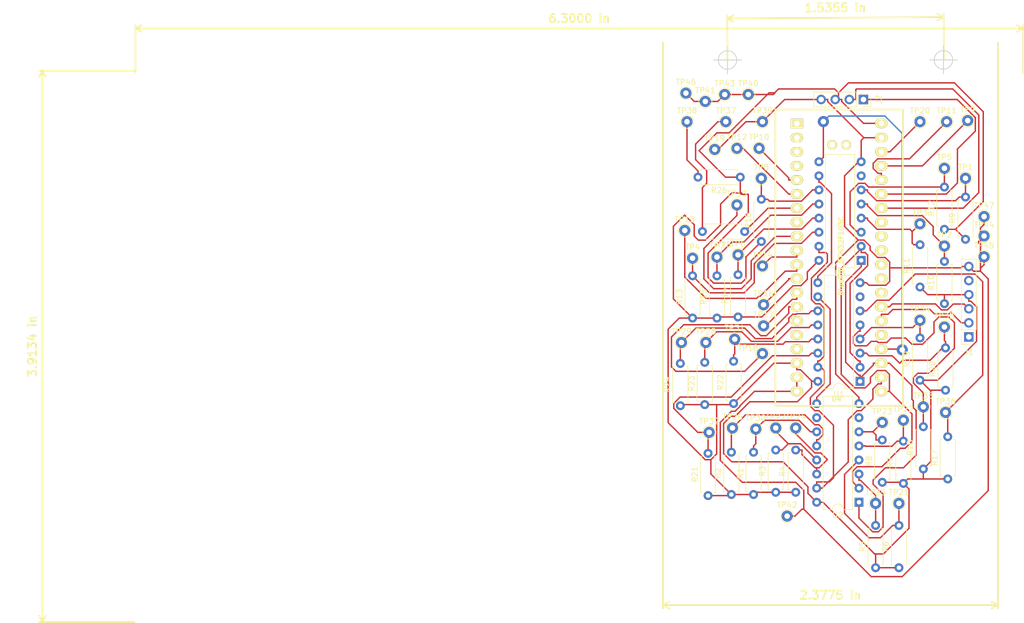
<source format=kicad_pcb>
(kicad_pcb (version 20171130) (host pcbnew 5.0.2+dfsg1-1~bpo9+1)

  (general
    (thickness 1.6)
    (drawings 8)
    (tracks 647)
    (zones 0)
    (modules 79)
    (nets 51)
  )

  (page A4)
  (layers
    (0 F.Cu signal)
    (31 B.Cu signal)
    (32 B.Adhes user)
    (33 F.Adhes user)
    (34 B.Paste user)
    (35 F.Paste user)
    (36 B.SilkS user)
    (37 F.SilkS user)
    (38 B.Mask user)
    (39 F.Mask user)
    (40 Dwgs.User user)
    (41 Cmts.User user)
    (42 Eco1.User user)
    (43 Eco2.User user)
    (44 Edge.Cuts user)
    (45 Margin user)
    (46 B.CrtYd user)
    (47 F.CrtYd user)
    (48 B.Fab user)
    (49 F.Fab user)
  )

  (setup
    (last_trace_width 0.25)
    (trace_clearance 0.2)
    (zone_clearance 0.508)
    (zone_45_only no)
    (trace_min 0.2)
    (segment_width 0.2)
    (edge_width 0.15)
    (via_size 2)
    (via_drill 1)
    (via_min_size 0.4)
    (via_min_drill 0.3)
    (uvia_size 0.3)
    (uvia_drill 0.1)
    (uvias_allowed no)
    (uvia_min_size 0.2)
    (uvia_min_drill 0.1)
    (pcb_text_width 0.3)
    (pcb_text_size 1.5 1.5)
    (mod_edge_width 0.15)
    (mod_text_size 1 1)
    (mod_text_width 0.15)
    (pad_size 1.524 1.524)
    (pad_drill 0.762)
    (pad_to_mask_clearance 0.051)
    (solder_mask_min_width 0.25)
    (aux_axis_origin 0 0)
    (visible_elements FFFFFF7F)
    (pcbplotparams
      (layerselection 0x010fc_ffffffff)
      (usegerberextensions false)
      (usegerberattributes false)
      (usegerberadvancedattributes false)
      (creategerberjobfile false)
      (excludeedgelayer true)
      (linewidth 0.100000)
      (plotframeref false)
      (viasonmask false)
      (mode 1)
      (useauxorigin false)
      (hpglpennumber 1)
      (hpglpenspeed 20)
      (hpglpendiameter 15.000000)
      (psnegative false)
      (psa4output false)
      (plotreference true)
      (plotvalue true)
      (plotinvisibletext false)
      (padsonsilk false)
      (subtractmaskfromsilk false)
      (outputformat 1)
      (mirror false)
      (drillshape 1)
      (scaleselection 1)
      (outputdirectory "PCB/"))
  )

  (net 0 "")
  (net 1 "Net-(TP10-Pad1)")
  (net 2 "Net-(TP12-Pad1)")
  (net 3 "Net-(R25-Pad1)")
  (net 4 "Net-(TP13-Pad1)")
  (net 5 "Net-(TP14-Pad1)")
  (net 6 "Net-(TP15-Pad1)")
  (net 7 "Net-(TP16-Pad1)")
  (net 8 "Net-(TP17-Pad1)")
  (net 9 "Net-(TP18-Pad1)")
  (net 10 GND)
  (net 11 "Net-(U1-Pad2)")
  (net 12 "Net-(U1-Pad15)")
  (net 13 "Net-(U1-Pad1)")
  (net 14 "Net-(U3-Pad9)")
  (net 15 "Net-(J1-Pad2)")
  (net 16 "Net-(J1-Pad3)")
  (net 17 "Net-(J2-Pad2)")
  (net 18 "Net-(J2-Pad1)")
  (net 19 "Net-(TP11-Pad1)")
  (net 20 "Net-(TP9-Pad1)")
  (net 21 "Net-(J1-Pad4)")
  (net 22 "Net-(R1-Pad2)")
  (net 23 "Net-(R2-Pad2)")
  (net 24 "Net-(R3-Pad2)")
  (net 25 "Net-(R4-Pad2)")
  (net 26 "Net-(R5-Pad2)")
  (net 27 "Net-(R6-Pad2)")
  (net 28 "Net-(R7-Pad2)")
  (net 29 "Net-(R8-Pad2)")
  (net 30 "Net-(R9-Pad2)")
  (net 31 "Net-(R10-Pad2)")
  (net 32 "Net-(R11-Pad2)")
  (net 33 "Net-(R12-Pad2)")
  (net 34 "Net-(R13-Pad2)")
  (net 35 "Net-(R14-Pad2)")
  (net 36 "Net-(R15-Pad2)")
  (net 37 "Net-(R16-Pad2)")
  (net 38 "Net-(R17-Pad2)")
  (net 39 "Net-(R18-Pad2)")
  (net 40 "Net-(R19-Pad2)")
  (net 41 "Net-(R20-Pad2)")
  (net 42 "Net-(R21-Pad2)")
  (net 43 "Net-(R22-Pad2)")
  (net 44 "Net-(R23-Pad2)")
  (net 45 "Net-(R24-Pad2)")
  (net 46 "Net-(R25-Pad2)")
  (net 47 "Net-(R26-Pad2)")
  (net 48 "Net-(U1-Pad10)")
  (net 49 "Net-(U1-Pad9)")
  (net 50 "Net-(TP20-Pad1)")

  (net_class Default "Ceci est la Netclass par défaut."
    (clearance 0.2)
    (trace_width 0.25)
    (via_dia 2)
    (via_drill 1)
    (uvia_dia 0.3)
    (uvia_drill 0.1)
    (add_net GND)
    (add_net "Net-(J1-Pad2)")
    (add_net "Net-(J1-Pad3)")
    (add_net "Net-(J1-Pad4)")
    (add_net "Net-(J2-Pad1)")
    (add_net "Net-(J2-Pad2)")
    (add_net "Net-(R1-Pad2)")
    (add_net "Net-(R10-Pad2)")
    (add_net "Net-(R11-Pad2)")
    (add_net "Net-(R12-Pad2)")
    (add_net "Net-(R13-Pad2)")
    (add_net "Net-(R14-Pad2)")
    (add_net "Net-(R15-Pad2)")
    (add_net "Net-(R16-Pad2)")
    (add_net "Net-(R17-Pad2)")
    (add_net "Net-(R18-Pad2)")
    (add_net "Net-(R19-Pad2)")
    (add_net "Net-(R2-Pad2)")
    (add_net "Net-(R20-Pad2)")
    (add_net "Net-(R21-Pad2)")
    (add_net "Net-(R22-Pad2)")
    (add_net "Net-(R23-Pad2)")
    (add_net "Net-(R24-Pad2)")
    (add_net "Net-(R25-Pad1)")
    (add_net "Net-(R25-Pad2)")
    (add_net "Net-(R26-Pad2)")
    (add_net "Net-(R3-Pad2)")
    (add_net "Net-(R4-Pad2)")
    (add_net "Net-(R5-Pad2)")
    (add_net "Net-(R6-Pad2)")
    (add_net "Net-(R7-Pad2)")
    (add_net "Net-(R8-Pad2)")
    (add_net "Net-(R9-Pad2)")
    (add_net "Net-(TP10-Pad1)")
    (add_net "Net-(TP11-Pad1)")
    (add_net "Net-(TP12-Pad1)")
    (add_net "Net-(TP13-Pad1)")
    (add_net "Net-(TP14-Pad1)")
    (add_net "Net-(TP15-Pad1)")
    (add_net "Net-(TP16-Pad1)")
    (add_net "Net-(TP17-Pad1)")
    (add_net "Net-(TP18-Pad1)")
    (add_net "Net-(TP20-Pad1)")
    (add_net "Net-(TP9-Pad1)")
    (add_net "Net-(U1-Pad1)")
    (add_net "Net-(U1-Pad10)")
    (add_net "Net-(U1-Pad15)")
    (add_net "Net-(U1-Pad2)")
    (add_net "Net-(U1-Pad9)")
    (add_net "Net-(U3-Pad9)")
  )

  (module BluePill_breakouts:BluePill_STM32F103C (layer F.Cu) (tedit 59B4EF3F) (tstamp 5DAE6B56)
    (at 221 32.8)
    (descr "STM32F103C8 BluePill board")
    (path /5D9F34AE)
    (fp_text reference U4 (at 7.1628 49.6062 180) (layer F.SilkS)
      (effects (font (size 0.889 0.889) (thickness 0.3048)))
    )
    (fp_text value BluePill_STM32F103C (at 7.9756 23.7998 90) (layer F.SilkS)
      (effects (font (size 0.889 0.889) (thickness 0.22225)))
    )
    (fp_line (start 19.12 -2.59) (end 19.12 50.81) (layer F.SilkS) (width 0.3048))
    (fp_line (start 19.12 50.81) (end -3.88 50.81) (layer F.SilkS) (width 0.3048))
    (fp_line (start -3.88 50.81) (end -3.88 -2.59) (layer F.SilkS) (width 0.3048))
    (fp_line (start -3.88 -2.59) (end 19.12 -2.59) (layer F.SilkS) (width 0.3048))
    (pad 1 thru_hole rect (at 0 -0.0508 270) (size 1.7272 2.25) (drill 1.016) (layers *.Cu *.Mask F.SilkS))
    (pad 2 thru_hole oval (at 0 2.4892 270) (size 1.7272 2.25) (drill 1.016) (layers *.Cu *.Mask F.SilkS))
    (pad 3 thru_hole oval (at 0 5.0292 270) (size 1.7272 2.25) (drill 1.016) (layers *.Cu *.Mask F.SilkS))
    (pad 4 thru_hole oval (at 0 7.5692 270) (size 1.7272 2.25) (drill 1.016) (layers *.Cu *.Mask F.SilkS))
    (pad 5 thru_hole oval (at 0 10.1092 270) (size 1.7272 2.25) (drill 1.016) (layers *.Cu *.Mask F.SilkS)
      (net 1 "Net-(TP10-Pad1)"))
    (pad 6 thru_hole oval (at 0 12.6492 270) (size 1.7272 2.25) (drill 1.016) (layers *.Cu *.Mask F.SilkS)
      (net 2 "Net-(TP12-Pad1)"))
    (pad 7 thru_hole oval (at 0 15.1892 270) (size 1.7272 2.25) (drill 1.016) (layers *.Cu *.Mask F.SilkS)
      (net 3 "Net-(R25-Pad1)"))
    (pad 8 thru_hole oval (at 0 17.7292 270) (size 1.7272 2.25) (drill 1.016) (layers *.Cu *.Mask F.SilkS))
    (pad 9 thru_hole oval (at 0 20.2692 270) (size 1.7272 2.25) (drill 1.016) (layers *.Cu *.Mask F.SilkS)
      (net 4 "Net-(TP13-Pad1)"))
    (pad 10 thru_hole oval (at 0 22.8092 270) (size 1.7272 2.25) (drill 1.016) (layers *.Cu *.Mask F.SilkS)
      (net 5 "Net-(TP14-Pad1)"))
    (pad 11 thru_hole oval (at 0 25.3492 270) (size 1.7272 2.25) (drill 1.016) (layers *.Cu *.Mask F.SilkS)
      (net 6 "Net-(TP15-Pad1)"))
    (pad 12 thru_hole oval (at 0 27.8892 270) (size 1.7272 2.25) (drill 1.016) (layers *.Cu *.Mask F.SilkS)
      (net 7 "Net-(TP16-Pad1)"))
    (pad 13 thru_hole oval (at 0 30.4292 270) (size 1.7272 2.25) (drill 1.016) (layers *.Cu *.Mask F.SilkS)
      (net 8 "Net-(TP17-Pad1)"))
    (pad 14 thru_hole oval (at 0 32.9692 270) (size 1.7272 2.25) (drill 1.016) (layers *.Cu *.Mask F.SilkS)
      (net 9 "Net-(TP18-Pad1)"))
    (pad 15 thru_hole oval (at 0 35.5092 270) (size 1.7272 2.25) (drill 1.016) (layers *.Cu *.Mask F.SilkS))
    (pad 16 thru_hole oval (at 0 38.0492 270) (size 1.7272 2.25) (drill 1.016) (layers *.Cu *.Mask F.SilkS))
    (pad 17 thru_hole oval (at 0 40.5892 270) (size 1.7272 2.25) (drill 1.016) (layers *.Cu *.Mask F.SilkS))
    (pad 18 thru_hole oval (at 0 43.1292 270) (size 1.7272 2.25) (drill 1.016) (layers *.Cu *.Mask F.SilkS)
      (net 21 "Net-(J1-Pad4)"))
    (pad 19 thru_hole oval (at 0 45.6692 270) (size 1.7272 2.25) (drill 1.016) (layers *.Cu *.Mask F.SilkS)
      (net 10 GND))
    (pad 20 thru_hole oval (at 0 48.2092 270) (size 1.7272 2.25) (drill 1.016) (layers *.Cu *.Mask F.SilkS)
      (net 10 GND))
    (pad 21 thru_hole oval (at 15.24 48.2092 90) (size 1.7272 2.25) (drill 1.016) (layers *.Cu *.Mask F.SilkS)
      (net 11 "Net-(U1-Pad2)"))
    (pad 22 thru_hole oval (at 15.24 45.6692 90) (size 1.7272 2.25) (drill 1.016) (layers *.Cu *.Mask F.SilkS)
      (net 12 "Net-(U1-Pad15)"))
    (pad 23 thru_hole oval (at 15.24 43.1292 90) (size 1.7272 2.25) (drill 1.016) (layers *.Cu *.Mask F.SilkS)
      (net 13 "Net-(U1-Pad1)"))
    (pad 24 thru_hole oval (at 15.24 40.5892 90) (size 1.7272 2.25) (drill 1.016) (layers *.Cu *.Mask F.SilkS)
      (net 14 "Net-(U3-Pad9)"))
    (pad 25 thru_hole oval (at 15.24 38.0492 90) (size 1.7272 2.25) (drill 1.016) (layers *.Cu *.Mask F.SilkS))
    (pad 26 thru_hole oval (at 15.24 35.5092 90) (size 1.7272 2.25) (drill 1.016) (layers *.Cu *.Mask F.SilkS)
      (net 15 "Net-(J1-Pad2)"))
    (pad 27 thru_hole oval (at 15.24 32.9692 90) (size 1.7272 2.25) (drill 1.016) (layers *.Cu *.Mask F.SilkS)
      (net 16 "Net-(J1-Pad3)"))
    (pad 28 thru_hole oval (at 15.24 30.4292 90) (size 1.7272 2.25) (drill 1.016) (layers *.Cu *.Mask F.SilkS))
    (pad 29 thru_hole oval (at 15.24 27.8892 90) (size 1.7272 2.25) (drill 1.016) (layers *.Cu *.Mask F.SilkS))
    (pad 30 thru_hole oval (at 15.24 25.3492 90) (size 1.7272 2.25) (drill 1.016) (layers *.Cu *.Mask F.SilkS))
    (pad 31 thru_hole oval (at 15.24 22.8092 90) (size 1.7272 2.25) (drill 1.016) (layers *.Cu *.Mask F.SilkS))
    (pad 32 thru_hole oval (at 15.24 20.2692 90) (size 1.7272 2.25) (drill 1.016) (layers *.Cu *.Mask F.SilkS))
    (pad 33 thru_hole oval (at 15.24 17.7292 90) (size 1.7272 2.25) (drill 1.016) (layers *.Cu *.Mask F.SilkS))
    (pad 34 thru_hole oval (at 15.24 15.1892 90) (size 1.7272 2.25) (drill 1.016) (layers *.Cu *.Mask F.SilkS)
      (net 17 "Net-(J2-Pad2)"))
    (pad 35 thru_hole oval (at 15.24 12.6492 90) (size 1.7272 2.25) (drill 1.016) (layers *.Cu *.Mask F.SilkS)
      (net 18 "Net-(J2-Pad1)"))
    (pad 36 thru_hole oval (at 15.24 10.1092 90) (size 1.7272 2.25) (drill 1.016) (layers *.Cu *.Mask F.SilkS)
      (net 19 "Net-(TP11-Pad1)"))
    (pad 37 thru_hole oval (at 15.24 7.5692 90) (size 1.7272 2.25) (drill 1.016) (layers *.Cu *.Mask F.SilkS)
      (net 20 "Net-(TP9-Pad1)"))
    (pad 38 thru_hole oval (at 15.24 5.0292 90) (size 1.7272 2.25) (drill 1.016) (layers *.Cu *.Mask F.SilkS)
      (net 50 "Net-(TP20-Pad1)"))
    (pad 39 thru_hole oval (at 15.24 2.4892 90) (size 1.7272 2.25) (drill 1.016) (layers *.Cu *.Mask F.SilkS)
      (net 10 GND))
    (pad 40 thru_hole oval (at 15.24 -0.1016 90) (size 1.7272 2.25) (drill 1.016) (layers *.Cu *.Mask F.SilkS)
      (net 21 "Net-(J1-Pad4)"))
    (pad 41 thru_hole oval (at 8.9 3.7592 90) (size 1.7272 1.7272) (drill 1.016) (layers *.Cu *.Mask F.SilkS))
    (pad 42 thru_hole oval (at 6.36 3.7592 90) (size 1.7272 1.7272) (drill 1.016) (layers *.Cu *.Mask F.SilkS))
  )

  (module Resistor_THT:R_Axial_DIN0207_L6.3mm_D2.5mm_P7.62mm_Horizontal (layer F.Cu) (tedit 5AE5139B) (tstamp 5DAE6FD0)
    (at 213.2 99.6 90)
    (descr "Resistor, Axial_DIN0207 series, Axial, Horizontal, pin pitch=7.62mm, 0.25W = 1/4W, length*diameter=6.3*2.5mm^2, http://cdn-reichelt.de/documents/datenblatt/B400/1_4W%23YAG.pdf")
    (tags "Resistor Axial_DIN0207 series Axial Horizontal pin pitch 7.62mm 0.25W = 1/4W length 6.3mm diameter 2.5mm")
    (path /5DAB1F4C)
    (fp_text reference R1 (at 3.81 -2.37 90) (layer F.SilkS)
      (effects (font (size 1 1) (thickness 0.15)))
    )
    (fp_text value R (at 3.81 2.37 90) (layer F.Fab)
      (effects (font (size 1 1) (thickness 0.15)))
    )
    (fp_text user %R (at 3.81 0 90) (layer F.Fab)
      (effects (font (size 1 1) (thickness 0.15)))
    )
    (fp_line (start 8.67 -1.5) (end -1.05 -1.5) (layer F.CrtYd) (width 0.05))
    (fp_line (start 8.67 1.5) (end 8.67 -1.5) (layer F.CrtYd) (width 0.05))
    (fp_line (start -1.05 1.5) (end 8.67 1.5) (layer F.CrtYd) (width 0.05))
    (fp_line (start -1.05 -1.5) (end -1.05 1.5) (layer F.CrtYd) (width 0.05))
    (fp_line (start 7.08 1.37) (end 7.08 1.04) (layer F.SilkS) (width 0.12))
    (fp_line (start 0.54 1.37) (end 7.08 1.37) (layer F.SilkS) (width 0.12))
    (fp_line (start 0.54 1.04) (end 0.54 1.37) (layer F.SilkS) (width 0.12))
    (fp_line (start 7.08 -1.37) (end 7.08 -1.04) (layer F.SilkS) (width 0.12))
    (fp_line (start 0.54 -1.37) (end 7.08 -1.37) (layer F.SilkS) (width 0.12))
    (fp_line (start 0.54 -1.04) (end 0.54 -1.37) (layer F.SilkS) (width 0.12))
    (fp_line (start 7.62 0) (end 6.96 0) (layer F.Fab) (width 0.1))
    (fp_line (start 0 0) (end 0.66 0) (layer F.Fab) (width 0.1))
    (fp_line (start 6.96 -1.25) (end 0.66 -1.25) (layer F.Fab) (width 0.1))
    (fp_line (start 6.96 1.25) (end 6.96 -1.25) (layer F.Fab) (width 0.1))
    (fp_line (start 0.66 1.25) (end 6.96 1.25) (layer F.Fab) (width 0.1))
    (fp_line (start 0.66 -1.25) (end 0.66 1.25) (layer F.Fab) (width 0.1))
    (pad 2 thru_hole oval (at 7.62 0 90) (size 1.6 1.6) (drill 0.8) (layers *.Cu *.Mask)
      (net 22 "Net-(R1-Pad2)"))
    (pad 1 thru_hole circle (at 0 0 90) (size 1.6 1.6) (drill 0.8) (layers *.Cu *.Mask)
      (net 21 "Net-(J1-Pad4)"))
    (model ${KISYS3DMOD}/Resistor_THT.3dshapes/R_Axial_DIN0207_L6.3mm_D2.5mm_P7.62mm_Horizontal.wrl
      (at (xyz 0 0 0))
      (scale (xyz 1 1 1))
      (rotate (xyz 0 0 0))
    )
  )

  (module Resistor_THT:R_Axial_DIN0207_L6.3mm_D2.5mm_P7.62mm_Horizontal (layer F.Cu) (tedit 5AE5139B) (tstamp 5DAE6FE7)
    (at 209.2 99.6 90)
    (descr "Resistor, Axial_DIN0207 series, Axial, Horizontal, pin pitch=7.62mm, 0.25W = 1/4W, length*diameter=6.3*2.5mm^2, http://cdn-reichelt.de/documents/datenblatt/B400/1_4W%23YAG.pdf")
    (tags "Resistor Axial_DIN0207 series Axial Horizontal pin pitch 7.62mm 0.25W = 1/4W length 6.3mm diameter 2.5mm")
    (path /5DAB1F53)
    (fp_text reference R2 (at 3.81 -2.37 90) (layer F.SilkS)
      (effects (font (size 1 1) (thickness 0.15)))
    )
    (fp_text value R (at 3.81 2.37 90) (layer F.Fab)
      (effects (font (size 1 1) (thickness 0.15)))
    )
    (fp_line (start 0.66 -1.25) (end 0.66 1.25) (layer F.Fab) (width 0.1))
    (fp_line (start 0.66 1.25) (end 6.96 1.25) (layer F.Fab) (width 0.1))
    (fp_line (start 6.96 1.25) (end 6.96 -1.25) (layer F.Fab) (width 0.1))
    (fp_line (start 6.96 -1.25) (end 0.66 -1.25) (layer F.Fab) (width 0.1))
    (fp_line (start 0 0) (end 0.66 0) (layer F.Fab) (width 0.1))
    (fp_line (start 7.62 0) (end 6.96 0) (layer F.Fab) (width 0.1))
    (fp_line (start 0.54 -1.04) (end 0.54 -1.37) (layer F.SilkS) (width 0.12))
    (fp_line (start 0.54 -1.37) (end 7.08 -1.37) (layer F.SilkS) (width 0.12))
    (fp_line (start 7.08 -1.37) (end 7.08 -1.04) (layer F.SilkS) (width 0.12))
    (fp_line (start 0.54 1.04) (end 0.54 1.37) (layer F.SilkS) (width 0.12))
    (fp_line (start 0.54 1.37) (end 7.08 1.37) (layer F.SilkS) (width 0.12))
    (fp_line (start 7.08 1.37) (end 7.08 1.04) (layer F.SilkS) (width 0.12))
    (fp_line (start -1.05 -1.5) (end -1.05 1.5) (layer F.CrtYd) (width 0.05))
    (fp_line (start -1.05 1.5) (end 8.67 1.5) (layer F.CrtYd) (width 0.05))
    (fp_line (start 8.67 1.5) (end 8.67 -1.5) (layer F.CrtYd) (width 0.05))
    (fp_line (start 8.67 -1.5) (end -1.05 -1.5) (layer F.CrtYd) (width 0.05))
    (fp_text user %R (at 3.81 0 90) (layer F.Fab)
      (effects (font (size 1 1) (thickness 0.15)))
    )
    (pad 1 thru_hole circle (at 0 0 90) (size 1.6 1.6) (drill 0.8) (layers *.Cu *.Mask)
      (net 21 "Net-(J1-Pad4)"))
    (pad 2 thru_hole oval (at 7.62 0 90) (size 1.6 1.6) (drill 0.8) (layers *.Cu *.Mask)
      (net 23 "Net-(R2-Pad2)"))
    (model ${KISYS3DMOD}/Resistor_THT.3dshapes/R_Axial_DIN0207_L6.3mm_D2.5mm_P7.62mm_Horizontal.wrl
      (at (xyz 0 0 0))
      (scale (xyz 1 1 1))
      (rotate (xyz 0 0 0))
    )
  )

  (module Resistor_THT:R_Axial_DIN0207_L6.3mm_D2.5mm_P7.62mm_Horizontal (layer F.Cu) (tedit 5AE5139B) (tstamp 5DAE6FFE)
    (at 217.2 99.2 90)
    (descr "Resistor, Axial_DIN0207 series, Axial, Horizontal, pin pitch=7.62mm, 0.25W = 1/4W, length*diameter=6.3*2.5mm^2, http://cdn-reichelt.de/documents/datenblatt/B400/1_4W%23YAG.pdf")
    (tags "Resistor Axial_DIN0207 series Axial Horizontal pin pitch 7.62mm 0.25W = 1/4W length 6.3mm diameter 2.5mm")
    (path /5DAB1F3E)
    (fp_text reference R3 (at 3.81 -2.37 90) (layer F.SilkS)
      (effects (font (size 1 1) (thickness 0.15)))
    )
    (fp_text value R (at 3.81 2.37 90) (layer F.Fab)
      (effects (font (size 1 1) (thickness 0.15)))
    )
    (fp_line (start 0.66 -1.25) (end 0.66 1.25) (layer F.Fab) (width 0.1))
    (fp_line (start 0.66 1.25) (end 6.96 1.25) (layer F.Fab) (width 0.1))
    (fp_line (start 6.96 1.25) (end 6.96 -1.25) (layer F.Fab) (width 0.1))
    (fp_line (start 6.96 -1.25) (end 0.66 -1.25) (layer F.Fab) (width 0.1))
    (fp_line (start 0 0) (end 0.66 0) (layer F.Fab) (width 0.1))
    (fp_line (start 7.62 0) (end 6.96 0) (layer F.Fab) (width 0.1))
    (fp_line (start 0.54 -1.04) (end 0.54 -1.37) (layer F.SilkS) (width 0.12))
    (fp_line (start 0.54 -1.37) (end 7.08 -1.37) (layer F.SilkS) (width 0.12))
    (fp_line (start 7.08 -1.37) (end 7.08 -1.04) (layer F.SilkS) (width 0.12))
    (fp_line (start 0.54 1.04) (end 0.54 1.37) (layer F.SilkS) (width 0.12))
    (fp_line (start 0.54 1.37) (end 7.08 1.37) (layer F.SilkS) (width 0.12))
    (fp_line (start 7.08 1.37) (end 7.08 1.04) (layer F.SilkS) (width 0.12))
    (fp_line (start -1.05 -1.5) (end -1.05 1.5) (layer F.CrtYd) (width 0.05))
    (fp_line (start -1.05 1.5) (end 8.67 1.5) (layer F.CrtYd) (width 0.05))
    (fp_line (start 8.67 1.5) (end 8.67 -1.5) (layer F.CrtYd) (width 0.05))
    (fp_line (start 8.67 -1.5) (end -1.05 -1.5) (layer F.CrtYd) (width 0.05))
    (fp_text user %R (at 3.81 0 90) (layer F.Fab)
      (effects (font (size 1 1) (thickness 0.15)))
    )
    (pad 1 thru_hole circle (at 0 0 90) (size 1.6 1.6) (drill 0.8) (layers *.Cu *.Mask)
      (net 21 "Net-(J1-Pad4)"))
    (pad 2 thru_hole oval (at 7.62 0 90) (size 1.6 1.6) (drill 0.8) (layers *.Cu *.Mask)
      (net 24 "Net-(R3-Pad2)"))
    (model ${KISYS3DMOD}/Resistor_THT.3dshapes/R_Axial_DIN0207_L6.3mm_D2.5mm_P7.62mm_Horizontal.wrl
      (at (xyz 0 0 0))
      (scale (xyz 1 1 1))
      (rotate (xyz 0 0 0))
    )
  )

  (module Resistor_THT:R_Axial_DIN0207_L6.3mm_D2.5mm_P7.62mm_Horizontal (layer F.Cu) (tedit 5AE5139B) (tstamp 5DAE7015)
    (at 220.8 99.2 90)
    (descr "Resistor, Axial_DIN0207 series, Axial, Horizontal, pin pitch=7.62mm, 0.25W = 1/4W, length*diameter=6.3*2.5mm^2, http://cdn-reichelt.de/documents/datenblatt/B400/1_4W%23YAG.pdf")
    (tags "Resistor Axial_DIN0207 series Axial Horizontal pin pitch 7.62mm 0.25W = 1/4W length 6.3mm diameter 2.5mm")
    (path /5DAB1F45)
    (fp_text reference R4 (at 3.81 -2.37 90) (layer F.SilkS)
      (effects (font (size 1 1) (thickness 0.15)))
    )
    (fp_text value R (at 3.81 2.37 90) (layer F.Fab)
      (effects (font (size 1 1) (thickness 0.15)))
    )
    (fp_line (start 0.66 -1.25) (end 0.66 1.25) (layer F.Fab) (width 0.1))
    (fp_line (start 0.66 1.25) (end 6.96 1.25) (layer F.Fab) (width 0.1))
    (fp_line (start 6.96 1.25) (end 6.96 -1.25) (layer F.Fab) (width 0.1))
    (fp_line (start 6.96 -1.25) (end 0.66 -1.25) (layer F.Fab) (width 0.1))
    (fp_line (start 0 0) (end 0.66 0) (layer F.Fab) (width 0.1))
    (fp_line (start 7.62 0) (end 6.96 0) (layer F.Fab) (width 0.1))
    (fp_line (start 0.54 -1.04) (end 0.54 -1.37) (layer F.SilkS) (width 0.12))
    (fp_line (start 0.54 -1.37) (end 7.08 -1.37) (layer F.SilkS) (width 0.12))
    (fp_line (start 7.08 -1.37) (end 7.08 -1.04) (layer F.SilkS) (width 0.12))
    (fp_line (start 0.54 1.04) (end 0.54 1.37) (layer F.SilkS) (width 0.12))
    (fp_line (start 0.54 1.37) (end 7.08 1.37) (layer F.SilkS) (width 0.12))
    (fp_line (start 7.08 1.37) (end 7.08 1.04) (layer F.SilkS) (width 0.12))
    (fp_line (start -1.05 -1.5) (end -1.05 1.5) (layer F.CrtYd) (width 0.05))
    (fp_line (start -1.05 1.5) (end 8.67 1.5) (layer F.CrtYd) (width 0.05))
    (fp_line (start 8.67 1.5) (end 8.67 -1.5) (layer F.CrtYd) (width 0.05))
    (fp_line (start 8.67 -1.5) (end -1.05 -1.5) (layer F.CrtYd) (width 0.05))
    (fp_text user %R (at 3.81 0 90) (layer F.Fab)
      (effects (font (size 1 1) (thickness 0.15)))
    )
    (pad 1 thru_hole circle (at 0 0 90) (size 1.6 1.6) (drill 0.8) (layers *.Cu *.Mask)
      (net 21 "Net-(J1-Pad4)"))
    (pad 2 thru_hole oval (at 7.62 0 90) (size 1.6 1.6) (drill 0.8) (layers *.Cu *.Mask)
      (net 25 "Net-(R4-Pad2)"))
    (model ${KISYS3DMOD}/Resistor_THT.3dshapes/R_Axial_DIN0207_L6.3mm_D2.5mm_P7.62mm_Horizontal.wrl
      (at (xyz 0 0 0))
      (scale (xyz 1 1 1))
      (rotate (xyz 0 0 0))
    )
  )

  (module Resistor_THT:R_Axial_DIN0207_L6.3mm_D2.5mm_P7.62mm_Horizontal (layer F.Cu) (tedit 5AE5139B) (tstamp 5DAE702C)
    (at 235.2 112.8 90)
    (descr "Resistor, Axial_DIN0207 series, Axial, Horizontal, pin pitch=7.62mm, 0.25W = 1/4W, length*diameter=6.3*2.5mm^2, http://cdn-reichelt.de/documents/datenblatt/B400/1_4W%23YAG.pdf")
    (tags "Resistor Axial_DIN0207 series Axial Horizontal pin pitch 7.62mm 0.25W = 1/4W length 6.3mm diameter 2.5mm")
    (path /5DAB1F22)
    (fp_text reference R5 (at 3.81 -2.37 90) (layer F.SilkS)
      (effects (font (size 1 1) (thickness 0.15)))
    )
    (fp_text value R (at 3.81 2.37 90) (layer F.Fab)
      (effects (font (size 1 1) (thickness 0.15)))
    )
    (fp_text user %R (at 3.81 0 90) (layer F.Fab)
      (effects (font (size 1 1) (thickness 0.15)))
    )
    (fp_line (start 8.67 -1.5) (end -1.05 -1.5) (layer F.CrtYd) (width 0.05))
    (fp_line (start 8.67 1.5) (end 8.67 -1.5) (layer F.CrtYd) (width 0.05))
    (fp_line (start -1.05 1.5) (end 8.67 1.5) (layer F.CrtYd) (width 0.05))
    (fp_line (start -1.05 -1.5) (end -1.05 1.5) (layer F.CrtYd) (width 0.05))
    (fp_line (start 7.08 1.37) (end 7.08 1.04) (layer F.SilkS) (width 0.12))
    (fp_line (start 0.54 1.37) (end 7.08 1.37) (layer F.SilkS) (width 0.12))
    (fp_line (start 0.54 1.04) (end 0.54 1.37) (layer F.SilkS) (width 0.12))
    (fp_line (start 7.08 -1.37) (end 7.08 -1.04) (layer F.SilkS) (width 0.12))
    (fp_line (start 0.54 -1.37) (end 7.08 -1.37) (layer F.SilkS) (width 0.12))
    (fp_line (start 0.54 -1.04) (end 0.54 -1.37) (layer F.SilkS) (width 0.12))
    (fp_line (start 7.62 0) (end 6.96 0) (layer F.Fab) (width 0.1))
    (fp_line (start 0 0) (end 0.66 0) (layer F.Fab) (width 0.1))
    (fp_line (start 6.96 -1.25) (end 0.66 -1.25) (layer F.Fab) (width 0.1))
    (fp_line (start 6.96 1.25) (end 6.96 -1.25) (layer F.Fab) (width 0.1))
    (fp_line (start 0.66 1.25) (end 6.96 1.25) (layer F.Fab) (width 0.1))
    (fp_line (start 0.66 -1.25) (end 0.66 1.25) (layer F.Fab) (width 0.1))
    (pad 2 thru_hole oval (at 7.62 0 90) (size 1.6 1.6) (drill 0.8) (layers *.Cu *.Mask)
      (net 26 "Net-(R5-Pad2)"))
    (pad 1 thru_hole circle (at 0 0 90) (size 1.6 1.6) (drill 0.8) (layers *.Cu *.Mask)
      (net 21 "Net-(J1-Pad4)"))
    (model ${KISYS3DMOD}/Resistor_THT.3dshapes/R_Axial_DIN0207_L6.3mm_D2.5mm_P7.62mm_Horizontal.wrl
      (at (xyz 0 0 0))
      (scale (xyz 1 1 1))
      (rotate (xyz 0 0 0))
    )
  )

  (module Resistor_THT:R_Axial_DIN0207_L6.3mm_D2.5mm_P7.62mm_Horizontal (layer F.Cu) (tedit 5AE5139B) (tstamp 5DAE7043)
    (at 239.4 112.8 90)
    (descr "Resistor, Axial_DIN0207 series, Axial, Horizontal, pin pitch=7.62mm, 0.25W = 1/4W, length*diameter=6.3*2.5mm^2, http://cdn-reichelt.de/documents/datenblatt/B400/1_4W%23YAG.pdf")
    (tags "Resistor Axial_DIN0207 series Axial Horizontal pin pitch 7.62mm 0.25W = 1/4W length 6.3mm diameter 2.5mm")
    (path /5DAB1F29)
    (fp_text reference R6 (at 3.81 -2.37 90) (layer F.SilkS)
      (effects (font (size 1 1) (thickness 0.15)))
    )
    (fp_text value R (at 3.81 2.37 90) (layer F.Fab)
      (effects (font (size 1 1) (thickness 0.15)))
    )
    (fp_line (start 0.66 -1.25) (end 0.66 1.25) (layer F.Fab) (width 0.1))
    (fp_line (start 0.66 1.25) (end 6.96 1.25) (layer F.Fab) (width 0.1))
    (fp_line (start 6.96 1.25) (end 6.96 -1.25) (layer F.Fab) (width 0.1))
    (fp_line (start 6.96 -1.25) (end 0.66 -1.25) (layer F.Fab) (width 0.1))
    (fp_line (start 0 0) (end 0.66 0) (layer F.Fab) (width 0.1))
    (fp_line (start 7.62 0) (end 6.96 0) (layer F.Fab) (width 0.1))
    (fp_line (start 0.54 -1.04) (end 0.54 -1.37) (layer F.SilkS) (width 0.12))
    (fp_line (start 0.54 -1.37) (end 7.08 -1.37) (layer F.SilkS) (width 0.12))
    (fp_line (start 7.08 -1.37) (end 7.08 -1.04) (layer F.SilkS) (width 0.12))
    (fp_line (start 0.54 1.04) (end 0.54 1.37) (layer F.SilkS) (width 0.12))
    (fp_line (start 0.54 1.37) (end 7.08 1.37) (layer F.SilkS) (width 0.12))
    (fp_line (start 7.08 1.37) (end 7.08 1.04) (layer F.SilkS) (width 0.12))
    (fp_line (start -1.05 -1.5) (end -1.05 1.5) (layer F.CrtYd) (width 0.05))
    (fp_line (start -1.05 1.5) (end 8.67 1.5) (layer F.CrtYd) (width 0.05))
    (fp_line (start 8.67 1.5) (end 8.67 -1.5) (layer F.CrtYd) (width 0.05))
    (fp_line (start 8.67 -1.5) (end -1.05 -1.5) (layer F.CrtYd) (width 0.05))
    (fp_text user %R (at 3.81 0 90) (layer F.Fab)
      (effects (font (size 1 1) (thickness 0.15)))
    )
    (pad 1 thru_hole circle (at 0 0 90) (size 1.6 1.6) (drill 0.8) (layers *.Cu *.Mask)
      (net 21 "Net-(J1-Pad4)"))
    (pad 2 thru_hole oval (at 7.62 0 90) (size 1.6 1.6) (drill 0.8) (layers *.Cu *.Mask)
      (net 27 "Net-(R6-Pad2)"))
    (model ${KISYS3DMOD}/Resistor_THT.3dshapes/R_Axial_DIN0207_L6.3mm_D2.5mm_P7.62mm_Horizontal.wrl
      (at (xyz 0 0 0))
      (scale (xyz 1 1 1))
      (rotate (xyz 0 0 0))
    )
  )

  (module Resistor_THT:R_Axial_DIN0207_L6.3mm_D2.5mm_P7.62mm_Horizontal (layer F.Cu) (tedit 5AE5139B) (tstamp 5DAE705A)
    (at 240.2 97.6 90)
    (descr "Resistor, Axial_DIN0207 series, Axial, Horizontal, pin pitch=7.62mm, 0.25W = 1/4W, length*diameter=6.3*2.5mm^2, http://cdn-reichelt.de/documents/datenblatt/B400/1_4W%23YAG.pdf")
    (tags "Resistor Axial_DIN0207 series Axial Horizontal pin pitch 7.62mm 0.25W = 1/4W length 6.3mm diameter 2.5mm")
    (path /5DAB1F30)
    (fp_text reference R7 (at 3.81 -2.37 90) (layer F.SilkS)
      (effects (font (size 1 1) (thickness 0.15)))
    )
    (fp_text value R (at 3.81 2.37 90) (layer F.Fab)
      (effects (font (size 1 1) (thickness 0.15)))
    )
    (fp_text user %R (at 3.81 0 90) (layer F.Fab)
      (effects (font (size 1 1) (thickness 0.15)))
    )
    (fp_line (start 8.67 -1.5) (end -1.05 -1.5) (layer F.CrtYd) (width 0.05))
    (fp_line (start 8.67 1.5) (end 8.67 -1.5) (layer F.CrtYd) (width 0.05))
    (fp_line (start -1.05 1.5) (end 8.67 1.5) (layer F.CrtYd) (width 0.05))
    (fp_line (start -1.05 -1.5) (end -1.05 1.5) (layer F.CrtYd) (width 0.05))
    (fp_line (start 7.08 1.37) (end 7.08 1.04) (layer F.SilkS) (width 0.12))
    (fp_line (start 0.54 1.37) (end 7.08 1.37) (layer F.SilkS) (width 0.12))
    (fp_line (start 0.54 1.04) (end 0.54 1.37) (layer F.SilkS) (width 0.12))
    (fp_line (start 7.08 -1.37) (end 7.08 -1.04) (layer F.SilkS) (width 0.12))
    (fp_line (start 0.54 -1.37) (end 7.08 -1.37) (layer F.SilkS) (width 0.12))
    (fp_line (start 0.54 -1.04) (end 0.54 -1.37) (layer F.SilkS) (width 0.12))
    (fp_line (start 7.62 0) (end 6.96 0) (layer F.Fab) (width 0.1))
    (fp_line (start 0 0) (end 0.66 0) (layer F.Fab) (width 0.1))
    (fp_line (start 6.96 -1.25) (end 0.66 -1.25) (layer F.Fab) (width 0.1))
    (fp_line (start 6.96 1.25) (end 6.96 -1.25) (layer F.Fab) (width 0.1))
    (fp_line (start 0.66 1.25) (end 6.96 1.25) (layer F.Fab) (width 0.1))
    (fp_line (start 0.66 -1.25) (end 0.66 1.25) (layer F.Fab) (width 0.1))
    (pad 2 thru_hole oval (at 7.62 0 90) (size 1.6 1.6) (drill 0.8) (layers *.Cu *.Mask)
      (net 28 "Net-(R7-Pad2)"))
    (pad 1 thru_hole circle (at 0 0 90) (size 1.6 1.6) (drill 0.8) (layers *.Cu *.Mask)
      (net 21 "Net-(J1-Pad4)"))
    (model ${KISYS3DMOD}/Resistor_THT.3dshapes/R_Axial_DIN0207_L6.3mm_D2.5mm_P7.62mm_Horizontal.wrl
      (at (xyz 0 0 0))
      (scale (xyz 1 1 1))
      (rotate (xyz 0 0 0))
    )
  )

  (module Resistor_THT:R_Axial_DIN0207_L6.3mm_D2.5mm_P7.62mm_Horizontal (layer F.Cu) (tedit 5AE5139B) (tstamp 5DAE7071)
    (at 236.4 97.4 90)
    (descr "Resistor, Axial_DIN0207 series, Axial, Horizontal, pin pitch=7.62mm, 0.25W = 1/4W, length*diameter=6.3*2.5mm^2, http://cdn-reichelt.de/documents/datenblatt/B400/1_4W%23YAG.pdf")
    (tags "Resistor Axial_DIN0207 series Axial Horizontal pin pitch 7.62mm 0.25W = 1/4W length 6.3mm diameter 2.5mm")
    (path /5DAB1F37)
    (fp_text reference R8 (at 3.81 -2.37 90) (layer F.SilkS)
      (effects (font (size 1 1) (thickness 0.15)))
    )
    (fp_text value R (at 3.81 2.37 90) (layer F.Fab)
      (effects (font (size 1 1) (thickness 0.15)))
    )
    (fp_text user %R (at 3.81 0 90) (layer F.Fab)
      (effects (font (size 1 1) (thickness 0.15)))
    )
    (fp_line (start 8.67 -1.5) (end -1.05 -1.5) (layer F.CrtYd) (width 0.05))
    (fp_line (start 8.67 1.5) (end 8.67 -1.5) (layer F.CrtYd) (width 0.05))
    (fp_line (start -1.05 1.5) (end 8.67 1.5) (layer F.CrtYd) (width 0.05))
    (fp_line (start -1.05 -1.5) (end -1.05 1.5) (layer F.CrtYd) (width 0.05))
    (fp_line (start 7.08 1.37) (end 7.08 1.04) (layer F.SilkS) (width 0.12))
    (fp_line (start 0.54 1.37) (end 7.08 1.37) (layer F.SilkS) (width 0.12))
    (fp_line (start 0.54 1.04) (end 0.54 1.37) (layer F.SilkS) (width 0.12))
    (fp_line (start 7.08 -1.37) (end 7.08 -1.04) (layer F.SilkS) (width 0.12))
    (fp_line (start 0.54 -1.37) (end 7.08 -1.37) (layer F.SilkS) (width 0.12))
    (fp_line (start 0.54 -1.04) (end 0.54 -1.37) (layer F.SilkS) (width 0.12))
    (fp_line (start 7.62 0) (end 6.96 0) (layer F.Fab) (width 0.1))
    (fp_line (start 0 0) (end 0.66 0) (layer F.Fab) (width 0.1))
    (fp_line (start 6.96 -1.25) (end 0.66 -1.25) (layer F.Fab) (width 0.1))
    (fp_line (start 6.96 1.25) (end 6.96 -1.25) (layer F.Fab) (width 0.1))
    (fp_line (start 0.66 1.25) (end 6.96 1.25) (layer F.Fab) (width 0.1))
    (fp_line (start 0.66 -1.25) (end 0.66 1.25) (layer F.Fab) (width 0.1))
    (pad 2 thru_hole oval (at 7.62 0 90) (size 1.6 1.6) (drill 0.8) (layers *.Cu *.Mask)
      (net 29 "Net-(R8-Pad2)"))
    (pad 1 thru_hole circle (at 0 0 90) (size 1.6 1.6) (drill 0.8) (layers *.Cu *.Mask)
      (net 21 "Net-(J1-Pad4)"))
    (model ${KISYS3DMOD}/Resistor_THT.3dshapes/R_Axial_DIN0207_L6.3mm_D2.5mm_P7.62mm_Horizontal.wrl
      (at (xyz 0 0 0))
      (scale (xyz 1 1 1))
      (rotate (xyz 0 0 0))
    )
  )

  (module Resistor_THT:R_Axial_DIN0207_L6.3mm_D2.5mm_P7.62mm_Horizontal (layer F.Cu) (tedit 5AE5139B) (tstamp 5DAE7088)
    (at 251.4 53.6 90)
    (descr "Resistor, Axial_DIN0207 series, Axial, Horizontal, pin pitch=7.62mm, 0.25W = 1/4W, length*diameter=6.3*2.5mm^2, http://cdn-reichelt.de/documents/datenblatt/B400/1_4W%23YAG.pdf")
    (tags "Resistor Axial_DIN0207 series Axial Horizontal pin pitch 7.62mm 0.25W = 1/4W length 6.3mm diameter 2.5mm")
    (path /5DA20969)
    (fp_text reference R9 (at 3.81 -2.37 90) (layer F.SilkS)
      (effects (font (size 1 1) (thickness 0.15)))
    )
    (fp_text value R (at 3.81 2.37 90) (layer F.Fab)
      (effects (font (size 1 1) (thickness 0.15)))
    )
    (fp_text user %R (at 3.81 0 90) (layer F.Fab)
      (effects (font (size 1 1) (thickness 0.15)))
    )
    (fp_line (start 8.67 -1.5) (end -1.05 -1.5) (layer F.CrtYd) (width 0.05))
    (fp_line (start 8.67 1.5) (end 8.67 -1.5) (layer F.CrtYd) (width 0.05))
    (fp_line (start -1.05 1.5) (end 8.67 1.5) (layer F.CrtYd) (width 0.05))
    (fp_line (start -1.05 -1.5) (end -1.05 1.5) (layer F.CrtYd) (width 0.05))
    (fp_line (start 7.08 1.37) (end 7.08 1.04) (layer F.SilkS) (width 0.12))
    (fp_line (start 0.54 1.37) (end 7.08 1.37) (layer F.SilkS) (width 0.12))
    (fp_line (start 0.54 1.04) (end 0.54 1.37) (layer F.SilkS) (width 0.12))
    (fp_line (start 7.08 -1.37) (end 7.08 -1.04) (layer F.SilkS) (width 0.12))
    (fp_line (start 0.54 -1.37) (end 7.08 -1.37) (layer F.SilkS) (width 0.12))
    (fp_line (start 0.54 -1.04) (end 0.54 -1.37) (layer F.SilkS) (width 0.12))
    (fp_line (start 7.62 0) (end 6.96 0) (layer F.Fab) (width 0.1))
    (fp_line (start 0 0) (end 0.66 0) (layer F.Fab) (width 0.1))
    (fp_line (start 6.96 -1.25) (end 0.66 -1.25) (layer F.Fab) (width 0.1))
    (fp_line (start 6.96 1.25) (end 6.96 -1.25) (layer F.Fab) (width 0.1))
    (fp_line (start 0.66 1.25) (end 6.96 1.25) (layer F.Fab) (width 0.1))
    (fp_line (start 0.66 -1.25) (end 0.66 1.25) (layer F.Fab) (width 0.1))
    (pad 2 thru_hole oval (at 7.62 0 90) (size 1.6 1.6) (drill 0.8) (layers *.Cu *.Mask)
      (net 30 "Net-(R9-Pad2)"))
    (pad 1 thru_hole circle (at 0 0 90) (size 1.6 1.6) (drill 0.8) (layers *.Cu *.Mask)
      (net 21 "Net-(J1-Pad4)"))
    (model ${KISYS3DMOD}/Resistor_THT.3dshapes/R_Axial_DIN0207_L6.3mm_D2.5mm_P7.62mm_Horizontal.wrl
      (at (xyz 0 0 0))
      (scale (xyz 1 1 1))
      (rotate (xyz 0 0 0))
    )
  )

  (module Resistor_THT:R_Axial_DIN0207_L6.3mm_D2.5mm_P7.62mm_Horizontal (layer F.Cu) (tedit 5AE5139B) (tstamp 5DAE709F)
    (at 247.6 65.2 90)
    (descr "Resistor, Axial_DIN0207 series, Axial, Horizontal, pin pitch=7.62mm, 0.25W = 1/4W, length*diameter=6.3*2.5mm^2, http://cdn-reichelt.de/documents/datenblatt/B400/1_4W%23YAG.pdf")
    (tags "Resistor Axial_DIN0207 series Axial Horizontal pin pitch 7.62mm 0.25W = 1/4W length 6.3mm diameter 2.5mm")
    (path /5DA20962)
    (fp_text reference R10 (at 3.81 -2.37 90) (layer F.SilkS)
      (effects (font (size 1 1) (thickness 0.15)))
    )
    (fp_text value R (at 3.81 2.37 90) (layer F.Fab)
      (effects (font (size 1 1) (thickness 0.15)))
    )
    (fp_line (start 0.66 -1.25) (end 0.66 1.25) (layer F.Fab) (width 0.1))
    (fp_line (start 0.66 1.25) (end 6.96 1.25) (layer F.Fab) (width 0.1))
    (fp_line (start 6.96 1.25) (end 6.96 -1.25) (layer F.Fab) (width 0.1))
    (fp_line (start 6.96 -1.25) (end 0.66 -1.25) (layer F.Fab) (width 0.1))
    (fp_line (start 0 0) (end 0.66 0) (layer F.Fab) (width 0.1))
    (fp_line (start 7.62 0) (end 6.96 0) (layer F.Fab) (width 0.1))
    (fp_line (start 0.54 -1.04) (end 0.54 -1.37) (layer F.SilkS) (width 0.12))
    (fp_line (start 0.54 -1.37) (end 7.08 -1.37) (layer F.SilkS) (width 0.12))
    (fp_line (start 7.08 -1.37) (end 7.08 -1.04) (layer F.SilkS) (width 0.12))
    (fp_line (start 0.54 1.04) (end 0.54 1.37) (layer F.SilkS) (width 0.12))
    (fp_line (start 0.54 1.37) (end 7.08 1.37) (layer F.SilkS) (width 0.12))
    (fp_line (start 7.08 1.37) (end 7.08 1.04) (layer F.SilkS) (width 0.12))
    (fp_line (start -1.05 -1.5) (end -1.05 1.5) (layer F.CrtYd) (width 0.05))
    (fp_line (start -1.05 1.5) (end 8.67 1.5) (layer F.CrtYd) (width 0.05))
    (fp_line (start 8.67 1.5) (end 8.67 -1.5) (layer F.CrtYd) (width 0.05))
    (fp_line (start 8.67 -1.5) (end -1.05 -1.5) (layer F.CrtYd) (width 0.05))
    (fp_text user %R (at 3.81 0 90) (layer F.Fab)
      (effects (font (size 1 1) (thickness 0.15)))
    )
    (pad 1 thru_hole circle (at 0 0 90) (size 1.6 1.6) (drill 0.8) (layers *.Cu *.Mask)
      (net 21 "Net-(J1-Pad4)"))
    (pad 2 thru_hole oval (at 7.62 0 90) (size 1.6 1.6) (drill 0.8) (layers *.Cu *.Mask)
      (net 31 "Net-(R10-Pad2)"))
    (model ${KISYS3DMOD}/Resistor_THT.3dshapes/R_Axial_DIN0207_L6.3mm_D2.5mm_P7.62mm_Horizontal.wrl
      (at (xyz 0 0 0))
      (scale (xyz 1 1 1))
      (rotate (xyz 0 0 0))
    )
  )

  (module Resistor_THT:R_Axial_DIN0207_L6.3mm_D2.5mm_P7.62mm_Horizontal (layer F.Cu) (tedit 5AE5139B) (tstamp 5DAE70B6)
    (at 243.2 62.2 90)
    (descr "Resistor, Axial_DIN0207 series, Axial, Horizontal, pin pitch=7.62mm, 0.25W = 1/4W, length*diameter=6.3*2.5mm^2, http://cdn-reichelt.de/documents/datenblatt/B400/1_4W%23YAG.pdf")
    (tags "Resistor Axial_DIN0207 series Axial Horizontal pin pitch 7.62mm 0.25W = 1/4W length 6.3mm diameter 2.5mm")
    (path /5DA20870)
    (fp_text reference R11 (at 3.81 -2.37 90) (layer F.SilkS)
      (effects (font (size 1 1) (thickness 0.15)))
    )
    (fp_text value R (at 3.81 2.37 90) (layer F.Fab)
      (effects (font (size 1 1) (thickness 0.15)))
    )
    (fp_text user %R (at 3.81 0 90) (layer F.Fab)
      (effects (font (size 1 1) (thickness 0.15)))
    )
    (fp_line (start 8.67 -1.5) (end -1.05 -1.5) (layer F.CrtYd) (width 0.05))
    (fp_line (start 8.67 1.5) (end 8.67 -1.5) (layer F.CrtYd) (width 0.05))
    (fp_line (start -1.05 1.5) (end 8.67 1.5) (layer F.CrtYd) (width 0.05))
    (fp_line (start -1.05 -1.5) (end -1.05 1.5) (layer F.CrtYd) (width 0.05))
    (fp_line (start 7.08 1.37) (end 7.08 1.04) (layer F.SilkS) (width 0.12))
    (fp_line (start 0.54 1.37) (end 7.08 1.37) (layer F.SilkS) (width 0.12))
    (fp_line (start 0.54 1.04) (end 0.54 1.37) (layer F.SilkS) (width 0.12))
    (fp_line (start 7.08 -1.37) (end 7.08 -1.04) (layer F.SilkS) (width 0.12))
    (fp_line (start 0.54 -1.37) (end 7.08 -1.37) (layer F.SilkS) (width 0.12))
    (fp_line (start 0.54 -1.04) (end 0.54 -1.37) (layer F.SilkS) (width 0.12))
    (fp_line (start 7.62 0) (end 6.96 0) (layer F.Fab) (width 0.1))
    (fp_line (start 0 0) (end 0.66 0) (layer F.Fab) (width 0.1))
    (fp_line (start 6.96 -1.25) (end 0.66 -1.25) (layer F.Fab) (width 0.1))
    (fp_line (start 6.96 1.25) (end 6.96 -1.25) (layer F.Fab) (width 0.1))
    (fp_line (start 0.66 1.25) (end 6.96 1.25) (layer F.Fab) (width 0.1))
    (fp_line (start 0.66 -1.25) (end 0.66 1.25) (layer F.Fab) (width 0.1))
    (pad 2 thru_hole oval (at 7.62 0 90) (size 1.6 1.6) (drill 0.8) (layers *.Cu *.Mask)
      (net 32 "Net-(R11-Pad2)"))
    (pad 1 thru_hole circle (at 0 0 90) (size 1.6 1.6) (drill 0.8) (layers *.Cu *.Mask)
      (net 21 "Net-(J1-Pad4)"))
    (model ${KISYS3DMOD}/Resistor_THT.3dshapes/R_Axial_DIN0207_L6.3mm_D2.5mm_P7.62mm_Horizontal.wrl
      (at (xyz 0 0 0))
      (scale (xyz 1 1 1))
      (rotate (xyz 0 0 0))
    )
  )

  (module Resistor_THT:R_Axial_DIN0207_L6.3mm_D2.5mm_P7.62mm_Horizontal (layer F.Cu) (tedit 5AE5139B) (tstamp 5DAE70CD)
    (at 247.6 51.8 90)
    (descr "Resistor, Axial_DIN0207 series, Axial, Horizontal, pin pitch=7.62mm, 0.25W = 1/4W, length*diameter=6.3*2.5mm^2, http://cdn-reichelt.de/documents/datenblatt/B400/1_4W%23YAG.pdf")
    (tags "Resistor Axial_DIN0207 series Axial Horizontal pin pitch 7.62mm 0.25W = 1/4W length 6.3mm diameter 2.5mm")
    (path /5DA207DD)
    (fp_text reference R12 (at 3.81 -2.37 90) (layer F.SilkS)
      (effects (font (size 1 1) (thickness 0.15)))
    )
    (fp_text value R (at 3.81 2.37 90) (layer F.Fab)
      (effects (font (size 1 1) (thickness 0.15)))
    )
    (fp_line (start 0.66 -1.25) (end 0.66 1.25) (layer F.Fab) (width 0.1))
    (fp_line (start 0.66 1.25) (end 6.96 1.25) (layer F.Fab) (width 0.1))
    (fp_line (start 6.96 1.25) (end 6.96 -1.25) (layer F.Fab) (width 0.1))
    (fp_line (start 6.96 -1.25) (end 0.66 -1.25) (layer F.Fab) (width 0.1))
    (fp_line (start 0 0) (end 0.66 0) (layer F.Fab) (width 0.1))
    (fp_line (start 7.62 0) (end 6.96 0) (layer F.Fab) (width 0.1))
    (fp_line (start 0.54 -1.04) (end 0.54 -1.37) (layer F.SilkS) (width 0.12))
    (fp_line (start 0.54 -1.37) (end 7.08 -1.37) (layer F.SilkS) (width 0.12))
    (fp_line (start 7.08 -1.37) (end 7.08 -1.04) (layer F.SilkS) (width 0.12))
    (fp_line (start 0.54 1.04) (end 0.54 1.37) (layer F.SilkS) (width 0.12))
    (fp_line (start 0.54 1.37) (end 7.08 1.37) (layer F.SilkS) (width 0.12))
    (fp_line (start 7.08 1.37) (end 7.08 1.04) (layer F.SilkS) (width 0.12))
    (fp_line (start -1.05 -1.5) (end -1.05 1.5) (layer F.CrtYd) (width 0.05))
    (fp_line (start -1.05 1.5) (end 8.67 1.5) (layer F.CrtYd) (width 0.05))
    (fp_line (start 8.67 1.5) (end 8.67 -1.5) (layer F.CrtYd) (width 0.05))
    (fp_line (start 8.67 -1.5) (end -1.05 -1.5) (layer F.CrtYd) (width 0.05))
    (fp_text user %R (at 3.81 0 90) (layer F.Fab)
      (effects (font (size 1 1) (thickness 0.15)))
    )
    (pad 1 thru_hole circle (at 0 0 90) (size 1.6 1.6) (drill 0.8) (layers *.Cu *.Mask)
      (net 21 "Net-(J1-Pad4)"))
    (pad 2 thru_hole oval (at 7.62 0 90) (size 1.6 1.6) (drill 0.8) (layers *.Cu *.Mask)
      (net 33 "Net-(R12-Pad2)"))
    (model ${KISYS3DMOD}/Resistor_THT.3dshapes/R_Axial_DIN0207_L6.3mm_D2.5mm_P7.62mm_Horizontal.wrl
      (at (xyz 0 0 0))
      (scale (xyz 1 1 1))
      (rotate (xyz 0 0 0))
    )
  )

  (module Resistor_THT:R_Axial_DIN0207_L6.3mm_D2.5mm_P7.62mm_Horizontal (layer F.Cu) (tedit 5AE5139B) (tstamp 5DAE70E4)
    (at 202.2 67.8 90)
    (descr "Resistor, Axial_DIN0207 series, Axial, Horizontal, pin pitch=7.62mm, 0.25W = 1/4W, length*diameter=6.3*2.5mm^2, http://cdn-reichelt.de/documents/datenblatt/B400/1_4W%23YAG.pdf")
    (tags "Resistor Axial_DIN0207 series Axial Horizontal pin pitch 7.62mm 0.25W = 1/4W length 6.3mm diameter 2.5mm")
    (path /5DA229C6)
    (fp_text reference R13 (at 3.81 -2.37 90) (layer F.SilkS)
      (effects (font (size 1 1) (thickness 0.15)))
    )
    (fp_text value R (at 3.81 2.37 90) (layer F.Fab)
      (effects (font (size 1 1) (thickness 0.15)))
    )
    (fp_text user %R (at 3.81 0 90) (layer F.Fab)
      (effects (font (size 1 1) (thickness 0.15)))
    )
    (fp_line (start 8.67 -1.5) (end -1.05 -1.5) (layer F.CrtYd) (width 0.05))
    (fp_line (start 8.67 1.5) (end 8.67 -1.5) (layer F.CrtYd) (width 0.05))
    (fp_line (start -1.05 1.5) (end 8.67 1.5) (layer F.CrtYd) (width 0.05))
    (fp_line (start -1.05 -1.5) (end -1.05 1.5) (layer F.CrtYd) (width 0.05))
    (fp_line (start 7.08 1.37) (end 7.08 1.04) (layer F.SilkS) (width 0.12))
    (fp_line (start 0.54 1.37) (end 7.08 1.37) (layer F.SilkS) (width 0.12))
    (fp_line (start 0.54 1.04) (end 0.54 1.37) (layer F.SilkS) (width 0.12))
    (fp_line (start 7.08 -1.37) (end 7.08 -1.04) (layer F.SilkS) (width 0.12))
    (fp_line (start 0.54 -1.37) (end 7.08 -1.37) (layer F.SilkS) (width 0.12))
    (fp_line (start 0.54 -1.04) (end 0.54 -1.37) (layer F.SilkS) (width 0.12))
    (fp_line (start 7.62 0) (end 6.96 0) (layer F.Fab) (width 0.1))
    (fp_line (start 0 0) (end 0.66 0) (layer F.Fab) (width 0.1))
    (fp_line (start 6.96 -1.25) (end 0.66 -1.25) (layer F.Fab) (width 0.1))
    (fp_line (start 6.96 1.25) (end 6.96 -1.25) (layer F.Fab) (width 0.1))
    (fp_line (start 0.66 1.25) (end 6.96 1.25) (layer F.Fab) (width 0.1))
    (fp_line (start 0.66 -1.25) (end 0.66 1.25) (layer F.Fab) (width 0.1))
    (pad 2 thru_hole oval (at 7.62 0 90) (size 1.6 1.6) (drill 0.8) (layers *.Cu *.Mask)
      (net 34 "Net-(R13-Pad2)"))
    (pad 1 thru_hole circle (at 0 0 90) (size 1.6 1.6) (drill 0.8) (layers *.Cu *.Mask)
      (net 21 "Net-(J1-Pad4)"))
    (model ${KISYS3DMOD}/Resistor_THT.3dshapes/R_Axial_DIN0207_L6.3mm_D2.5mm_P7.62mm_Horizontal.wrl
      (at (xyz 0 0 0))
      (scale (xyz 1 1 1))
      (rotate (xyz 0 0 0))
    )
  )

  (module Resistor_THT:R_Axial_DIN0207_L6.3mm_D2.5mm_P7.62mm_Horizontal (layer F.Cu) (tedit 5AE5139B) (tstamp 5DAE70FB)
    (at 210.4 67.6 90)
    (descr "Resistor, Axial_DIN0207 series, Axial, Horizontal, pin pitch=7.62mm, 0.25W = 1/4W, length*diameter=6.3*2.5mm^2, http://cdn-reichelt.de/documents/datenblatt/B400/1_4W%23YAG.pdf")
    (tags "Resistor Axial_DIN0207 series Axial Horizontal pin pitch 7.62mm 0.25W = 1/4W length 6.3mm diameter 2.5mm")
    (path /5DA229BF)
    (fp_text reference R14 (at 3.81 -2.37 90) (layer F.SilkS)
      (effects (font (size 1 1) (thickness 0.15)))
    )
    (fp_text value R (at 3.81 2.37 90) (layer F.Fab)
      (effects (font (size 1 1) (thickness 0.15)))
    )
    (fp_line (start 0.66 -1.25) (end 0.66 1.25) (layer F.Fab) (width 0.1))
    (fp_line (start 0.66 1.25) (end 6.96 1.25) (layer F.Fab) (width 0.1))
    (fp_line (start 6.96 1.25) (end 6.96 -1.25) (layer F.Fab) (width 0.1))
    (fp_line (start 6.96 -1.25) (end 0.66 -1.25) (layer F.Fab) (width 0.1))
    (fp_line (start 0 0) (end 0.66 0) (layer F.Fab) (width 0.1))
    (fp_line (start 7.62 0) (end 6.96 0) (layer F.Fab) (width 0.1))
    (fp_line (start 0.54 -1.04) (end 0.54 -1.37) (layer F.SilkS) (width 0.12))
    (fp_line (start 0.54 -1.37) (end 7.08 -1.37) (layer F.SilkS) (width 0.12))
    (fp_line (start 7.08 -1.37) (end 7.08 -1.04) (layer F.SilkS) (width 0.12))
    (fp_line (start 0.54 1.04) (end 0.54 1.37) (layer F.SilkS) (width 0.12))
    (fp_line (start 0.54 1.37) (end 7.08 1.37) (layer F.SilkS) (width 0.12))
    (fp_line (start 7.08 1.37) (end 7.08 1.04) (layer F.SilkS) (width 0.12))
    (fp_line (start -1.05 -1.5) (end -1.05 1.5) (layer F.CrtYd) (width 0.05))
    (fp_line (start -1.05 1.5) (end 8.67 1.5) (layer F.CrtYd) (width 0.05))
    (fp_line (start 8.67 1.5) (end 8.67 -1.5) (layer F.CrtYd) (width 0.05))
    (fp_line (start 8.67 -1.5) (end -1.05 -1.5) (layer F.CrtYd) (width 0.05))
    (fp_text user %R (at 3.81 0 90) (layer F.Fab)
      (effects (font (size 1 1) (thickness 0.15)))
    )
    (pad 1 thru_hole circle (at 0 0 90) (size 1.6 1.6) (drill 0.8) (layers *.Cu *.Mask)
      (net 21 "Net-(J1-Pad4)"))
    (pad 2 thru_hole oval (at 7.62 0 90) (size 1.6 1.6) (drill 0.8) (layers *.Cu *.Mask)
      (net 35 "Net-(R14-Pad2)"))
    (model ${KISYS3DMOD}/Resistor_THT.3dshapes/R_Axial_DIN0207_L6.3mm_D2.5mm_P7.62mm_Horizontal.wrl
      (at (xyz 0 0 0))
      (scale (xyz 1 1 1))
      (rotate (xyz 0 0 0))
    )
  )

  (module Resistor_THT:R_Axial_DIN0207_L6.3mm_D2.5mm_P7.62mm_Horizontal (layer F.Cu) (tedit 5AE5139B) (tstamp 5DAE7112)
    (at 206.6 67.8 90)
    (descr "Resistor, Axial_DIN0207 series, Axial, Horizontal, pin pitch=7.62mm, 0.25W = 1/4W, length*diameter=6.3*2.5mm^2, http://cdn-reichelt.de/documents/datenblatt/B400/1_4W%23YAG.pdf")
    (tags "Resistor Axial_DIN0207 series Axial Horizontal pin pitch 7.62mm 0.25W = 1/4W length 6.3mm diameter 2.5mm")
    (path /5DA24A03)
    (fp_text reference R15 (at 3.81 -2.37 90) (layer F.SilkS)
      (effects (font (size 1 1) (thickness 0.15)))
    )
    (fp_text value R (at 3.81 2.37 90) (layer F.Fab)
      (effects (font (size 1 1) (thickness 0.15)))
    )
    (fp_text user %R (at 3.81 0 90) (layer F.Fab)
      (effects (font (size 1 1) (thickness 0.15)))
    )
    (fp_line (start 8.67 -1.5) (end -1.05 -1.5) (layer F.CrtYd) (width 0.05))
    (fp_line (start 8.67 1.5) (end 8.67 -1.5) (layer F.CrtYd) (width 0.05))
    (fp_line (start -1.05 1.5) (end 8.67 1.5) (layer F.CrtYd) (width 0.05))
    (fp_line (start -1.05 -1.5) (end -1.05 1.5) (layer F.CrtYd) (width 0.05))
    (fp_line (start 7.08 1.37) (end 7.08 1.04) (layer F.SilkS) (width 0.12))
    (fp_line (start 0.54 1.37) (end 7.08 1.37) (layer F.SilkS) (width 0.12))
    (fp_line (start 0.54 1.04) (end 0.54 1.37) (layer F.SilkS) (width 0.12))
    (fp_line (start 7.08 -1.37) (end 7.08 -1.04) (layer F.SilkS) (width 0.12))
    (fp_line (start 0.54 -1.37) (end 7.08 -1.37) (layer F.SilkS) (width 0.12))
    (fp_line (start 0.54 -1.04) (end 0.54 -1.37) (layer F.SilkS) (width 0.12))
    (fp_line (start 7.62 0) (end 6.96 0) (layer F.Fab) (width 0.1))
    (fp_line (start 0 0) (end 0.66 0) (layer F.Fab) (width 0.1))
    (fp_line (start 6.96 -1.25) (end 0.66 -1.25) (layer F.Fab) (width 0.1))
    (fp_line (start 6.96 1.25) (end 6.96 -1.25) (layer F.Fab) (width 0.1))
    (fp_line (start 0.66 1.25) (end 6.96 1.25) (layer F.Fab) (width 0.1))
    (fp_line (start 0.66 -1.25) (end 0.66 1.25) (layer F.Fab) (width 0.1))
    (pad 2 thru_hole oval (at 7.62 0 90) (size 1.6 1.6) (drill 0.8) (layers *.Cu *.Mask)
      (net 36 "Net-(R15-Pad2)"))
    (pad 1 thru_hole circle (at 0 0 90) (size 1.6 1.6) (drill 0.8) (layers *.Cu *.Mask)
      (net 21 "Net-(J1-Pad4)"))
    (model ${KISYS3DMOD}/Resistor_THT.3dshapes/R_Axial_DIN0207_L6.3mm_D2.5mm_P7.62mm_Horizontal.wrl
      (at (xyz 0 0 0))
      (scale (xyz 1 1 1))
      (rotate (xyz 0 0 0))
    )
  )

  (module Resistor_THT:R_Axial_DIN0207_L6.3mm_D2.5mm_P7.62mm_Horizontal (layer F.Cu) (tedit 5AE5139B) (tstamp 5DAE7129)
    (at 214.6 54 90)
    (descr "Resistor, Axial_DIN0207 series, Axial, Horizontal, pin pitch=7.62mm, 0.25W = 1/4W, length*diameter=6.3*2.5mm^2, http://cdn-reichelt.de/documents/datenblatt/B400/1_4W%23YAG.pdf")
    (tags "Resistor Axial_DIN0207 series Axial Horizontal pin pitch 7.62mm 0.25W = 1/4W length 6.3mm diameter 2.5mm")
    (path /5DA249FC)
    (fp_text reference R16 (at 3.81 -2.37 90) (layer F.SilkS)
      (effects (font (size 1 1) (thickness 0.15)))
    )
    (fp_text value R (at 3.81 2.37 90) (layer F.Fab)
      (effects (font (size 1 1) (thickness 0.15)))
    )
    (fp_line (start 0.66 -1.25) (end 0.66 1.25) (layer F.Fab) (width 0.1))
    (fp_line (start 0.66 1.25) (end 6.96 1.25) (layer F.Fab) (width 0.1))
    (fp_line (start 6.96 1.25) (end 6.96 -1.25) (layer F.Fab) (width 0.1))
    (fp_line (start 6.96 -1.25) (end 0.66 -1.25) (layer F.Fab) (width 0.1))
    (fp_line (start 0 0) (end 0.66 0) (layer F.Fab) (width 0.1))
    (fp_line (start 7.62 0) (end 6.96 0) (layer F.Fab) (width 0.1))
    (fp_line (start 0.54 -1.04) (end 0.54 -1.37) (layer F.SilkS) (width 0.12))
    (fp_line (start 0.54 -1.37) (end 7.08 -1.37) (layer F.SilkS) (width 0.12))
    (fp_line (start 7.08 -1.37) (end 7.08 -1.04) (layer F.SilkS) (width 0.12))
    (fp_line (start 0.54 1.04) (end 0.54 1.37) (layer F.SilkS) (width 0.12))
    (fp_line (start 0.54 1.37) (end 7.08 1.37) (layer F.SilkS) (width 0.12))
    (fp_line (start 7.08 1.37) (end 7.08 1.04) (layer F.SilkS) (width 0.12))
    (fp_line (start -1.05 -1.5) (end -1.05 1.5) (layer F.CrtYd) (width 0.05))
    (fp_line (start -1.05 1.5) (end 8.67 1.5) (layer F.CrtYd) (width 0.05))
    (fp_line (start 8.67 1.5) (end 8.67 -1.5) (layer F.CrtYd) (width 0.05))
    (fp_line (start 8.67 -1.5) (end -1.05 -1.5) (layer F.CrtYd) (width 0.05))
    (fp_text user %R (at 3.81 0 90) (layer F.Fab)
      (effects (font (size 1 1) (thickness 0.15)))
    )
    (pad 1 thru_hole circle (at 0 0 90) (size 1.6 1.6) (drill 0.8) (layers *.Cu *.Mask)
      (net 21 "Net-(J1-Pad4)"))
    (pad 2 thru_hole oval (at 7.62 0 90) (size 1.6 1.6) (drill 0.8) (layers *.Cu *.Mask)
      (net 37 "Net-(R16-Pad2)"))
    (model ${KISYS3DMOD}/Resistor_THT.3dshapes/R_Axial_DIN0207_L6.3mm_D2.5mm_P7.62mm_Horizontal.wrl
      (at (xyz 0 0 0))
      (scale (xyz 1 1 1))
      (rotate (xyz 0 0 0))
    )
  )

  (module Resistor_THT:R_Axial_DIN0207_L6.3mm_D2.5mm_P7.62mm_Horizontal (layer F.Cu) (tedit 5AE5139B) (tstamp 5DAE7140)
    (at 248.2 96.8 90)
    (descr "Resistor, Axial_DIN0207 series, Axial, Horizontal, pin pitch=7.62mm, 0.25W = 1/4W, length*diameter=6.3*2.5mm^2, http://cdn-reichelt.de/documents/datenblatt/B400/1_4W%23YAG.pdf")
    (tags "Resistor Axial_DIN0207 series Axial Horizontal pin pitch 7.62mm 0.25W = 1/4W length 6.3mm diameter 2.5mm")
    (path /5DA47EDB)
    (fp_text reference R17 (at 3.81 -2.37 90) (layer F.SilkS)
      (effects (font (size 1 1) (thickness 0.15)))
    )
    (fp_text value R (at 3.81 2.37 90) (layer F.Fab)
      (effects (font (size 1 1) (thickness 0.15)))
    )
    (fp_text user %R (at 3.81 0 90) (layer F.Fab)
      (effects (font (size 1 1) (thickness 0.15)))
    )
    (fp_line (start 8.67 -1.5) (end -1.05 -1.5) (layer F.CrtYd) (width 0.05))
    (fp_line (start 8.67 1.5) (end 8.67 -1.5) (layer F.CrtYd) (width 0.05))
    (fp_line (start -1.05 1.5) (end 8.67 1.5) (layer F.CrtYd) (width 0.05))
    (fp_line (start -1.05 -1.5) (end -1.05 1.5) (layer F.CrtYd) (width 0.05))
    (fp_line (start 7.08 1.37) (end 7.08 1.04) (layer F.SilkS) (width 0.12))
    (fp_line (start 0.54 1.37) (end 7.08 1.37) (layer F.SilkS) (width 0.12))
    (fp_line (start 0.54 1.04) (end 0.54 1.37) (layer F.SilkS) (width 0.12))
    (fp_line (start 7.08 -1.37) (end 7.08 -1.04) (layer F.SilkS) (width 0.12))
    (fp_line (start 0.54 -1.37) (end 7.08 -1.37) (layer F.SilkS) (width 0.12))
    (fp_line (start 0.54 -1.04) (end 0.54 -1.37) (layer F.SilkS) (width 0.12))
    (fp_line (start 7.62 0) (end 6.96 0) (layer F.Fab) (width 0.1))
    (fp_line (start 0 0) (end 0.66 0) (layer F.Fab) (width 0.1))
    (fp_line (start 6.96 -1.25) (end 0.66 -1.25) (layer F.Fab) (width 0.1))
    (fp_line (start 6.96 1.25) (end 6.96 -1.25) (layer F.Fab) (width 0.1))
    (fp_line (start 0.66 1.25) (end 6.96 1.25) (layer F.Fab) (width 0.1))
    (fp_line (start 0.66 -1.25) (end 0.66 1.25) (layer F.Fab) (width 0.1))
    (pad 2 thru_hole oval (at 7.62 0 90) (size 1.6 1.6) (drill 0.8) (layers *.Cu *.Mask)
      (net 38 "Net-(R17-Pad2)"))
    (pad 1 thru_hole circle (at 0 0 90) (size 1.6 1.6) (drill 0.8) (layers *.Cu *.Mask)
      (net 21 "Net-(J1-Pad4)"))
    (model ${KISYS3DMOD}/Resistor_THT.3dshapes/R_Axial_DIN0207_L6.3mm_D2.5mm_P7.62mm_Horizontal.wrl
      (at (xyz 0 0 0))
      (scale (xyz 1 1 1))
      (rotate (xyz 0 0 0))
    )
  )

  (module Resistor_THT:R_Axial_DIN0207_L6.3mm_D2.5mm_P7.62mm_Horizontal (layer F.Cu) (tedit 5AE5139B) (tstamp 5DAE7157)
    (at 243.8 95 90)
    (descr "Resistor, Axial_DIN0207 series, Axial, Horizontal, pin pitch=7.62mm, 0.25W = 1/4W, length*diameter=6.3*2.5mm^2, http://cdn-reichelt.de/documents/datenblatt/B400/1_4W%23YAG.pdf")
    (tags "Resistor Axial_DIN0207 series Axial Horizontal pin pitch 7.62mm 0.25W = 1/4W length 6.3mm diameter 2.5mm")
    (path /5DA47ED4)
    (fp_text reference R18 (at 3.81 -2.37 90) (layer F.SilkS)
      (effects (font (size 1 1) (thickness 0.15)))
    )
    (fp_text value R (at 3.81 2.37 90) (layer F.Fab)
      (effects (font (size 1 1) (thickness 0.15)))
    )
    (fp_line (start 0.66 -1.25) (end 0.66 1.25) (layer F.Fab) (width 0.1))
    (fp_line (start 0.66 1.25) (end 6.96 1.25) (layer F.Fab) (width 0.1))
    (fp_line (start 6.96 1.25) (end 6.96 -1.25) (layer F.Fab) (width 0.1))
    (fp_line (start 6.96 -1.25) (end 0.66 -1.25) (layer F.Fab) (width 0.1))
    (fp_line (start 0 0) (end 0.66 0) (layer F.Fab) (width 0.1))
    (fp_line (start 7.62 0) (end 6.96 0) (layer F.Fab) (width 0.1))
    (fp_line (start 0.54 -1.04) (end 0.54 -1.37) (layer F.SilkS) (width 0.12))
    (fp_line (start 0.54 -1.37) (end 7.08 -1.37) (layer F.SilkS) (width 0.12))
    (fp_line (start 7.08 -1.37) (end 7.08 -1.04) (layer F.SilkS) (width 0.12))
    (fp_line (start 0.54 1.04) (end 0.54 1.37) (layer F.SilkS) (width 0.12))
    (fp_line (start 0.54 1.37) (end 7.08 1.37) (layer F.SilkS) (width 0.12))
    (fp_line (start 7.08 1.37) (end 7.08 1.04) (layer F.SilkS) (width 0.12))
    (fp_line (start -1.05 -1.5) (end -1.05 1.5) (layer F.CrtYd) (width 0.05))
    (fp_line (start -1.05 1.5) (end 8.67 1.5) (layer F.CrtYd) (width 0.05))
    (fp_line (start 8.67 1.5) (end 8.67 -1.5) (layer F.CrtYd) (width 0.05))
    (fp_line (start 8.67 -1.5) (end -1.05 -1.5) (layer F.CrtYd) (width 0.05))
    (fp_text user %R (at 3.81 0 90) (layer F.Fab)
      (effects (font (size 1 1) (thickness 0.15)))
    )
    (pad 1 thru_hole circle (at 0 0 90) (size 1.6 1.6) (drill 0.8) (layers *.Cu *.Mask)
      (net 21 "Net-(J1-Pad4)"))
    (pad 2 thru_hole oval (at 7.62 0 90) (size 1.6 1.6) (drill 0.8) (layers *.Cu *.Mask)
      (net 39 "Net-(R18-Pad2)"))
    (model ${KISYS3DMOD}/Resistor_THT.3dshapes/R_Axial_DIN0207_L6.3mm_D2.5mm_P7.62mm_Horizontal.wrl
      (at (xyz 0 0 0))
      (scale (xyz 1 1 1))
      (rotate (xyz 0 0 0))
    )
  )

  (module Resistor_THT:R_Axial_DIN0207_L6.3mm_D2.5mm_P7.62mm_Horizontal (layer F.Cu) (tedit 5AE5139B) (tstamp 5DAE716E)
    (at 243.2 79 90)
    (descr "Resistor, Axial_DIN0207 series, Axial, Horizontal, pin pitch=7.62mm, 0.25W = 1/4W, length*diameter=6.3*2.5mm^2, http://cdn-reichelt.de/documents/datenblatt/B400/1_4W%23YAG.pdf")
    (tags "Resistor Axial_DIN0207 series Axial Horizontal pin pitch 7.62mm 0.25W = 1/4W length 6.3mm diameter 2.5mm")
    (path /5DA47ECD)
    (fp_text reference R19 (at 3.81 -2.37 90) (layer F.SilkS)
      (effects (font (size 1 1) (thickness 0.15)))
    )
    (fp_text value R (at 3.81 2.37 90) (layer F.Fab)
      (effects (font (size 1 1) (thickness 0.15)))
    )
    (fp_text user %R (at 3.81 0 90) (layer F.Fab)
      (effects (font (size 1 1) (thickness 0.15)))
    )
    (fp_line (start 8.67 -1.5) (end -1.05 -1.5) (layer F.CrtYd) (width 0.05))
    (fp_line (start 8.67 1.5) (end 8.67 -1.5) (layer F.CrtYd) (width 0.05))
    (fp_line (start -1.05 1.5) (end 8.67 1.5) (layer F.CrtYd) (width 0.05))
    (fp_line (start -1.05 -1.5) (end -1.05 1.5) (layer F.CrtYd) (width 0.05))
    (fp_line (start 7.08 1.37) (end 7.08 1.04) (layer F.SilkS) (width 0.12))
    (fp_line (start 0.54 1.37) (end 7.08 1.37) (layer F.SilkS) (width 0.12))
    (fp_line (start 0.54 1.04) (end 0.54 1.37) (layer F.SilkS) (width 0.12))
    (fp_line (start 7.08 -1.37) (end 7.08 -1.04) (layer F.SilkS) (width 0.12))
    (fp_line (start 0.54 -1.37) (end 7.08 -1.37) (layer F.SilkS) (width 0.12))
    (fp_line (start 0.54 -1.04) (end 0.54 -1.37) (layer F.SilkS) (width 0.12))
    (fp_line (start 7.62 0) (end 6.96 0) (layer F.Fab) (width 0.1))
    (fp_line (start 0 0) (end 0.66 0) (layer F.Fab) (width 0.1))
    (fp_line (start 6.96 -1.25) (end 0.66 -1.25) (layer F.Fab) (width 0.1))
    (fp_line (start 6.96 1.25) (end 6.96 -1.25) (layer F.Fab) (width 0.1))
    (fp_line (start 0.66 1.25) (end 6.96 1.25) (layer F.Fab) (width 0.1))
    (fp_line (start 0.66 -1.25) (end 0.66 1.25) (layer F.Fab) (width 0.1))
    (pad 2 thru_hole oval (at 7.62 0 90) (size 1.6 1.6) (drill 0.8) (layers *.Cu *.Mask)
      (net 40 "Net-(R19-Pad2)"))
    (pad 1 thru_hole circle (at 0 0 90) (size 1.6 1.6) (drill 0.8) (layers *.Cu *.Mask)
      (net 21 "Net-(J1-Pad4)"))
    (model ${KISYS3DMOD}/Resistor_THT.3dshapes/R_Axial_DIN0207_L6.3mm_D2.5mm_P7.62mm_Horizontal.wrl
      (at (xyz 0 0 0))
      (scale (xyz 1 1 1))
      (rotate (xyz 0 0 0))
    )
  )

  (module Resistor_THT:R_Axial_DIN0207_L6.3mm_D2.5mm_P7.62mm_Horizontal (layer F.Cu) (tedit 5AE5139B) (tstamp 5DAE7185)
    (at 247.8 80.8 90)
    (descr "Resistor, Axial_DIN0207 series, Axial, Horizontal, pin pitch=7.62mm, 0.25W = 1/4W, length*diameter=6.3*2.5mm^2, http://cdn-reichelt.de/documents/datenblatt/B400/1_4W%23YAG.pdf")
    (tags "Resistor Axial_DIN0207 series Axial Horizontal pin pitch 7.62mm 0.25W = 1/4W length 6.3mm diameter 2.5mm")
    (path /5DA47EC6)
    (fp_text reference R20 (at 3.81 -2.37 90) (layer F.SilkS)
      (effects (font (size 1 1) (thickness 0.15)))
    )
    (fp_text value R (at 3.81 2.37 90) (layer F.Fab)
      (effects (font (size 1 1) (thickness 0.15)))
    )
    (fp_line (start 0.66 -1.25) (end 0.66 1.25) (layer F.Fab) (width 0.1))
    (fp_line (start 0.66 1.25) (end 6.96 1.25) (layer F.Fab) (width 0.1))
    (fp_line (start 6.96 1.25) (end 6.96 -1.25) (layer F.Fab) (width 0.1))
    (fp_line (start 6.96 -1.25) (end 0.66 -1.25) (layer F.Fab) (width 0.1))
    (fp_line (start 0 0) (end 0.66 0) (layer F.Fab) (width 0.1))
    (fp_line (start 7.62 0) (end 6.96 0) (layer F.Fab) (width 0.1))
    (fp_line (start 0.54 -1.04) (end 0.54 -1.37) (layer F.SilkS) (width 0.12))
    (fp_line (start 0.54 -1.37) (end 7.08 -1.37) (layer F.SilkS) (width 0.12))
    (fp_line (start 7.08 -1.37) (end 7.08 -1.04) (layer F.SilkS) (width 0.12))
    (fp_line (start 0.54 1.04) (end 0.54 1.37) (layer F.SilkS) (width 0.12))
    (fp_line (start 0.54 1.37) (end 7.08 1.37) (layer F.SilkS) (width 0.12))
    (fp_line (start 7.08 1.37) (end 7.08 1.04) (layer F.SilkS) (width 0.12))
    (fp_line (start -1.05 -1.5) (end -1.05 1.5) (layer F.CrtYd) (width 0.05))
    (fp_line (start -1.05 1.5) (end 8.67 1.5) (layer F.CrtYd) (width 0.05))
    (fp_line (start 8.67 1.5) (end 8.67 -1.5) (layer F.CrtYd) (width 0.05))
    (fp_line (start 8.67 -1.5) (end -1.05 -1.5) (layer F.CrtYd) (width 0.05))
    (fp_text user %R (at 3.81 0 90) (layer F.Fab)
      (effects (font (size 1 1) (thickness 0.15)))
    )
    (pad 1 thru_hole circle (at 0 0 90) (size 1.6 1.6) (drill 0.8) (layers *.Cu *.Mask)
      (net 21 "Net-(J1-Pad4)"))
    (pad 2 thru_hole oval (at 7.62 0 90) (size 1.6 1.6) (drill 0.8) (layers *.Cu *.Mask)
      (net 41 "Net-(R20-Pad2)"))
    (model ${KISYS3DMOD}/Resistor_THT.3dshapes/R_Axial_DIN0207_L6.3mm_D2.5mm_P7.62mm_Horizontal.wrl
      (at (xyz 0 0 0))
      (scale (xyz 1 1 1))
      (rotate (xyz 0 0 0))
    )
  )

  (module Resistor_THT:R_Axial_DIN0207_L6.3mm_D2.5mm_P7.62mm_Horizontal (layer F.Cu) (tedit 5AE5139B) (tstamp 5DAE719C)
    (at 205 99.8 90)
    (descr "Resistor, Axial_DIN0207 series, Axial, Horizontal, pin pitch=7.62mm, 0.25W = 1/4W, length*diameter=6.3*2.5mm^2, http://cdn-reichelt.de/documents/datenblatt/B400/1_4W%23YAG.pdf")
    (tags "Resistor Axial_DIN0207 series Axial Horizontal pin pitch 7.62mm 0.25W = 1/4W length 6.3mm diameter 2.5mm")
    (path /5DA47EE9)
    (fp_text reference R21 (at 3.81 -2.37 90) (layer F.SilkS)
      (effects (font (size 1 1) (thickness 0.15)))
    )
    (fp_text value R (at 3.81 2.37 90) (layer F.Fab)
      (effects (font (size 1 1) (thickness 0.15)))
    )
    (fp_line (start 0.66 -1.25) (end 0.66 1.25) (layer F.Fab) (width 0.1))
    (fp_line (start 0.66 1.25) (end 6.96 1.25) (layer F.Fab) (width 0.1))
    (fp_line (start 6.96 1.25) (end 6.96 -1.25) (layer F.Fab) (width 0.1))
    (fp_line (start 6.96 -1.25) (end 0.66 -1.25) (layer F.Fab) (width 0.1))
    (fp_line (start 0 0) (end 0.66 0) (layer F.Fab) (width 0.1))
    (fp_line (start 7.62 0) (end 6.96 0) (layer F.Fab) (width 0.1))
    (fp_line (start 0.54 -1.04) (end 0.54 -1.37) (layer F.SilkS) (width 0.12))
    (fp_line (start 0.54 -1.37) (end 7.08 -1.37) (layer F.SilkS) (width 0.12))
    (fp_line (start 7.08 -1.37) (end 7.08 -1.04) (layer F.SilkS) (width 0.12))
    (fp_line (start 0.54 1.04) (end 0.54 1.37) (layer F.SilkS) (width 0.12))
    (fp_line (start 0.54 1.37) (end 7.08 1.37) (layer F.SilkS) (width 0.12))
    (fp_line (start 7.08 1.37) (end 7.08 1.04) (layer F.SilkS) (width 0.12))
    (fp_line (start -1.05 -1.5) (end -1.05 1.5) (layer F.CrtYd) (width 0.05))
    (fp_line (start -1.05 1.5) (end 8.67 1.5) (layer F.CrtYd) (width 0.05))
    (fp_line (start 8.67 1.5) (end 8.67 -1.5) (layer F.CrtYd) (width 0.05))
    (fp_line (start 8.67 -1.5) (end -1.05 -1.5) (layer F.CrtYd) (width 0.05))
    (fp_text user %R (at 3.81 0 90) (layer F.Fab)
      (effects (font (size 1 1) (thickness 0.15)))
    )
    (pad 1 thru_hole circle (at 0 0 90) (size 1.6 1.6) (drill 0.8) (layers *.Cu *.Mask)
      (net 21 "Net-(J1-Pad4)"))
    (pad 2 thru_hole oval (at 7.62 0 90) (size 1.6 1.6) (drill 0.8) (layers *.Cu *.Mask)
      (net 42 "Net-(R21-Pad2)"))
    (model ${KISYS3DMOD}/Resistor_THT.3dshapes/R_Axial_DIN0207_L6.3mm_D2.5mm_P7.62mm_Horizontal.wrl
      (at (xyz 0 0 0))
      (scale (xyz 1 1 1))
      (rotate (xyz 0 0 0))
    )
  )

  (module Resistor_THT:R_Axial_DIN0207_L6.3mm_D2.5mm_P7.62mm_Horizontal (layer F.Cu) (tedit 5AE5139B) (tstamp 5DAE71B3)
    (at 209.6 83.2 90)
    (descr "Resistor, Axial_DIN0207 series, Axial, Horizontal, pin pitch=7.62mm, 0.25W = 1/4W, length*diameter=6.3*2.5mm^2, http://cdn-reichelt.de/documents/datenblatt/B400/1_4W%23YAG.pdf")
    (tags "Resistor Axial_DIN0207 series Axial Horizontal pin pitch 7.62mm 0.25W = 1/4W length 6.3mm diameter 2.5mm")
    (path /5DA47EE2)
    (fp_text reference R22 (at 3.81 -2.37 90) (layer F.SilkS)
      (effects (font (size 1 1) (thickness 0.15)))
    )
    (fp_text value R (at 3.81 2.37 90) (layer F.Fab)
      (effects (font (size 1 1) (thickness 0.15)))
    )
    (fp_text user %R (at 3.81 0 90) (layer F.Fab)
      (effects (font (size 1 1) (thickness 0.15)))
    )
    (fp_line (start 8.67 -1.5) (end -1.05 -1.5) (layer F.CrtYd) (width 0.05))
    (fp_line (start 8.67 1.5) (end 8.67 -1.5) (layer F.CrtYd) (width 0.05))
    (fp_line (start -1.05 1.5) (end 8.67 1.5) (layer F.CrtYd) (width 0.05))
    (fp_line (start -1.05 -1.5) (end -1.05 1.5) (layer F.CrtYd) (width 0.05))
    (fp_line (start 7.08 1.37) (end 7.08 1.04) (layer F.SilkS) (width 0.12))
    (fp_line (start 0.54 1.37) (end 7.08 1.37) (layer F.SilkS) (width 0.12))
    (fp_line (start 0.54 1.04) (end 0.54 1.37) (layer F.SilkS) (width 0.12))
    (fp_line (start 7.08 -1.37) (end 7.08 -1.04) (layer F.SilkS) (width 0.12))
    (fp_line (start 0.54 -1.37) (end 7.08 -1.37) (layer F.SilkS) (width 0.12))
    (fp_line (start 0.54 -1.04) (end 0.54 -1.37) (layer F.SilkS) (width 0.12))
    (fp_line (start 7.62 0) (end 6.96 0) (layer F.Fab) (width 0.1))
    (fp_line (start 0 0) (end 0.66 0) (layer F.Fab) (width 0.1))
    (fp_line (start 6.96 -1.25) (end 0.66 -1.25) (layer F.Fab) (width 0.1))
    (fp_line (start 6.96 1.25) (end 6.96 -1.25) (layer F.Fab) (width 0.1))
    (fp_line (start 0.66 1.25) (end 6.96 1.25) (layer F.Fab) (width 0.1))
    (fp_line (start 0.66 -1.25) (end 0.66 1.25) (layer F.Fab) (width 0.1))
    (pad 2 thru_hole oval (at 7.62 0 90) (size 1.6 1.6) (drill 0.8) (layers *.Cu *.Mask)
      (net 43 "Net-(R22-Pad2)"))
    (pad 1 thru_hole circle (at 0 0 90) (size 1.6 1.6) (drill 0.8) (layers *.Cu *.Mask)
      (net 21 "Net-(J1-Pad4)"))
    (model ${KISYS3DMOD}/Resistor_THT.3dshapes/R_Axial_DIN0207_L6.3mm_D2.5mm_P7.62mm_Horizontal.wrl
      (at (xyz 0 0 0))
      (scale (xyz 1 1 1))
      (rotate (xyz 0 0 0))
    )
  )

  (module Resistor_THT:R_Axial_DIN0207_L6.3mm_D2.5mm_P7.62mm_Horizontal (layer F.Cu) (tedit 5AE5139B) (tstamp 5DAE71CA)
    (at 204.4 83.4 90)
    (descr "Resistor, Axial_DIN0207 series, Axial, Horizontal, pin pitch=7.62mm, 0.25W = 1/4W, length*diameter=6.3*2.5mm^2, http://cdn-reichelt.de/documents/datenblatt/B400/1_4W%23YAG.pdf")
    (tags "Resistor Axial_DIN0207 series Axial Horizontal pin pitch 7.62mm 0.25W = 1/4W length 6.3mm diameter 2.5mm")
    (path /5DA47EF7)
    (fp_text reference R23 (at 3.81 -2.37 90) (layer F.SilkS)
      (effects (font (size 1 1) (thickness 0.15)))
    )
    (fp_text value R (at 3.81 2.37 90) (layer F.Fab)
      (effects (font (size 1 1) (thickness 0.15)))
    )
    (fp_line (start 0.66 -1.25) (end 0.66 1.25) (layer F.Fab) (width 0.1))
    (fp_line (start 0.66 1.25) (end 6.96 1.25) (layer F.Fab) (width 0.1))
    (fp_line (start 6.96 1.25) (end 6.96 -1.25) (layer F.Fab) (width 0.1))
    (fp_line (start 6.96 -1.25) (end 0.66 -1.25) (layer F.Fab) (width 0.1))
    (fp_line (start 0 0) (end 0.66 0) (layer F.Fab) (width 0.1))
    (fp_line (start 7.62 0) (end 6.96 0) (layer F.Fab) (width 0.1))
    (fp_line (start 0.54 -1.04) (end 0.54 -1.37) (layer F.SilkS) (width 0.12))
    (fp_line (start 0.54 -1.37) (end 7.08 -1.37) (layer F.SilkS) (width 0.12))
    (fp_line (start 7.08 -1.37) (end 7.08 -1.04) (layer F.SilkS) (width 0.12))
    (fp_line (start 0.54 1.04) (end 0.54 1.37) (layer F.SilkS) (width 0.12))
    (fp_line (start 0.54 1.37) (end 7.08 1.37) (layer F.SilkS) (width 0.12))
    (fp_line (start 7.08 1.37) (end 7.08 1.04) (layer F.SilkS) (width 0.12))
    (fp_line (start -1.05 -1.5) (end -1.05 1.5) (layer F.CrtYd) (width 0.05))
    (fp_line (start -1.05 1.5) (end 8.67 1.5) (layer F.CrtYd) (width 0.05))
    (fp_line (start 8.67 1.5) (end 8.67 -1.5) (layer F.CrtYd) (width 0.05))
    (fp_line (start 8.67 -1.5) (end -1.05 -1.5) (layer F.CrtYd) (width 0.05))
    (fp_text user %R (at 3.81 0 90) (layer F.Fab)
      (effects (font (size 1 1) (thickness 0.15)))
    )
    (pad 1 thru_hole circle (at 0 0 90) (size 1.6 1.6) (drill 0.8) (layers *.Cu *.Mask)
      (net 21 "Net-(J1-Pad4)"))
    (pad 2 thru_hole oval (at 7.62 0 90) (size 1.6 1.6) (drill 0.8) (layers *.Cu *.Mask)
      (net 44 "Net-(R23-Pad2)"))
    (model ${KISYS3DMOD}/Resistor_THT.3dshapes/R_Axial_DIN0207_L6.3mm_D2.5mm_P7.62mm_Horizontal.wrl
      (at (xyz 0 0 0))
      (scale (xyz 1 1 1))
      (rotate (xyz 0 0 0))
    )
  )

  (module Resistor_THT:R_Axial_DIN0207_L6.3mm_D2.5mm_P7.62mm_Horizontal (layer F.Cu) (tedit 5AE5139B) (tstamp 5DAE71E1)
    (at 200 83.6 90)
    (descr "Resistor, Axial_DIN0207 series, Axial, Horizontal, pin pitch=7.62mm, 0.25W = 1/4W, length*diameter=6.3*2.5mm^2, http://cdn-reichelt.de/documents/datenblatt/B400/1_4W%23YAG.pdf")
    (tags "Resistor Axial_DIN0207 series Axial Horizontal pin pitch 7.62mm 0.25W = 1/4W length 6.3mm diameter 2.5mm")
    (path /5DA47EF0)
    (fp_text reference R24 (at 3.81 -2.37 90) (layer F.SilkS)
      (effects (font (size 1 1) (thickness 0.15)))
    )
    (fp_text value R (at 3.81 2.37 90) (layer F.Fab)
      (effects (font (size 1 1) (thickness 0.15)))
    )
    (fp_text user %R (at 3.81 0 90) (layer F.Fab)
      (effects (font (size 1 1) (thickness 0.15)))
    )
    (fp_line (start 8.67 -1.5) (end -1.05 -1.5) (layer F.CrtYd) (width 0.05))
    (fp_line (start 8.67 1.5) (end 8.67 -1.5) (layer F.CrtYd) (width 0.05))
    (fp_line (start -1.05 1.5) (end 8.67 1.5) (layer F.CrtYd) (width 0.05))
    (fp_line (start -1.05 -1.5) (end -1.05 1.5) (layer F.CrtYd) (width 0.05))
    (fp_line (start 7.08 1.37) (end 7.08 1.04) (layer F.SilkS) (width 0.12))
    (fp_line (start 0.54 1.37) (end 7.08 1.37) (layer F.SilkS) (width 0.12))
    (fp_line (start 0.54 1.04) (end 0.54 1.37) (layer F.SilkS) (width 0.12))
    (fp_line (start 7.08 -1.37) (end 7.08 -1.04) (layer F.SilkS) (width 0.12))
    (fp_line (start 0.54 -1.37) (end 7.08 -1.37) (layer F.SilkS) (width 0.12))
    (fp_line (start 0.54 -1.04) (end 0.54 -1.37) (layer F.SilkS) (width 0.12))
    (fp_line (start 7.62 0) (end 6.96 0) (layer F.Fab) (width 0.1))
    (fp_line (start 0 0) (end 0.66 0) (layer F.Fab) (width 0.1))
    (fp_line (start 6.96 -1.25) (end 0.66 -1.25) (layer F.Fab) (width 0.1))
    (fp_line (start 6.96 1.25) (end 6.96 -1.25) (layer F.Fab) (width 0.1))
    (fp_line (start 0.66 1.25) (end 6.96 1.25) (layer F.Fab) (width 0.1))
    (fp_line (start 0.66 -1.25) (end 0.66 1.25) (layer F.Fab) (width 0.1))
    (pad 2 thru_hole oval (at 7.62 0 90) (size 1.6 1.6) (drill 0.8) (layers *.Cu *.Mask)
      (net 45 "Net-(R24-Pad2)"))
    (pad 1 thru_hole circle (at 0 0 90) (size 1.6 1.6) (drill 0.8) (layers *.Cu *.Mask)
      (net 21 "Net-(J1-Pad4)"))
    (model ${KISYS3DMOD}/Resistor_THT.3dshapes/R_Axial_DIN0207_L6.3mm_D2.5mm_P7.62mm_Horizontal.wrl
      (at (xyz 0 0 0))
      (scale (xyz 1 1 1))
      (rotate (xyz 0 0 0))
    )
  )

  (module Resistor_THT:R_Axial_DIN0207_L6.3mm_D2.5mm_P7.62mm_Horizontal (layer F.Cu) (tedit 5AE5139B) (tstamp 5DAE71F8)
    (at 211.6 52.2 180)
    (descr "Resistor, Axial_DIN0207 series, Axial, Horizontal, pin pitch=7.62mm, 0.25W = 1/4W, length*diameter=6.3*2.5mm^2, http://cdn-reichelt.de/documents/datenblatt/B400/1_4W%23YAG.pdf")
    (tags "Resistor Axial_DIN0207 series Axial Horizontal pin pitch 7.62mm 0.25W = 1/4W length 6.3mm diameter 2.5mm")
    (path /5DDC1985)
    (fp_text reference R25 (at 3.81 -2.37 180) (layer F.SilkS)
      (effects (font (size 1 1) (thickness 0.15)))
    )
    (fp_text value 10 (at 3.81 2.37 180) (layer F.Fab)
      (effects (font (size 1 1) (thickness 0.15)))
    )
    (fp_line (start 0.66 -1.25) (end 0.66 1.25) (layer F.Fab) (width 0.1))
    (fp_line (start 0.66 1.25) (end 6.96 1.25) (layer F.Fab) (width 0.1))
    (fp_line (start 6.96 1.25) (end 6.96 -1.25) (layer F.Fab) (width 0.1))
    (fp_line (start 6.96 -1.25) (end 0.66 -1.25) (layer F.Fab) (width 0.1))
    (fp_line (start 0 0) (end 0.66 0) (layer F.Fab) (width 0.1))
    (fp_line (start 7.62 0) (end 6.96 0) (layer F.Fab) (width 0.1))
    (fp_line (start 0.54 -1.04) (end 0.54 -1.37) (layer F.SilkS) (width 0.12))
    (fp_line (start 0.54 -1.37) (end 7.08 -1.37) (layer F.SilkS) (width 0.12))
    (fp_line (start 7.08 -1.37) (end 7.08 -1.04) (layer F.SilkS) (width 0.12))
    (fp_line (start 0.54 1.04) (end 0.54 1.37) (layer F.SilkS) (width 0.12))
    (fp_line (start 0.54 1.37) (end 7.08 1.37) (layer F.SilkS) (width 0.12))
    (fp_line (start 7.08 1.37) (end 7.08 1.04) (layer F.SilkS) (width 0.12))
    (fp_line (start -1.05 -1.5) (end -1.05 1.5) (layer F.CrtYd) (width 0.05))
    (fp_line (start -1.05 1.5) (end 8.67 1.5) (layer F.CrtYd) (width 0.05))
    (fp_line (start 8.67 1.5) (end 8.67 -1.5) (layer F.CrtYd) (width 0.05))
    (fp_line (start 8.67 -1.5) (end -1.05 -1.5) (layer F.CrtYd) (width 0.05))
    (fp_text user %R (at 3.81 0 180) (layer F.Fab)
      (effects (font (size 1 1) (thickness 0.15)))
    )
    (pad 1 thru_hole circle (at 0 0 180) (size 1.6 1.6) (drill 0.8) (layers *.Cu *.Mask)
      (net 3 "Net-(R25-Pad1)"))
    (pad 2 thru_hole oval (at 7.62 0 180) (size 1.6 1.6) (drill 0.8) (layers *.Cu *.Mask)
      (net 46 "Net-(R25-Pad2)"))
    (model ${KISYS3DMOD}/Resistor_THT.3dshapes/R_Axial_DIN0207_L6.3mm_D2.5mm_P7.62mm_Horizontal.wrl
      (at (xyz 0 0 0))
      (scale (xyz 1 1 1))
      (rotate (xyz 0 0 0))
    )
  )

  (module TestPoint:TestPoint_THTPad_D2.0mm_Drill1.0mm (layer F.Cu) (tedit 5A0F774F) (tstamp 5DAE7208)
    (at 251.4 42.6)
    (descr "THT pad as test Point, diameter 2.0mm, hole diameter 1.0mm")
    (tags "test point THT pad")
    (path /5DA47207)
    (attr virtual)
    (fp_text reference TP1 (at 0 -1.998) (layer F.SilkS)
      (effects (font (size 1 1) (thickness 0.15)))
    )
    (fp_text value T8 (at 0 2.05) (layer F.Fab)
      (effects (font (size 1 1) (thickness 0.15)))
    )
    (fp_circle (center 0 0) (end 0 1.2) (layer F.SilkS) (width 0.12))
    (fp_circle (center 0 0) (end 1.5 0) (layer F.CrtYd) (width 0.05))
    (fp_text user %R (at 0 -2) (layer F.Fab)
      (effects (font (size 1 1) (thickness 0.15)))
    )
    (pad 1 thru_hole circle (at 0 0) (size 2 2) (drill 1) (layers *.Cu *.Mask)
      (net 30 "Net-(R9-Pad2)"))
  )

  (module TestPoint:TestPoint_THTPad_D2.0mm_Drill1.0mm (layer F.Cu) (tedit 5A0F774F) (tstamp 5DAE7210)
    (at 247.6 54.8)
    (descr "THT pad as test Point, diameter 2.0mm, hole diameter 1.0mm")
    (tags "test point THT pad")
    (path /5DA472C2)
    (attr virtual)
    (fp_text reference TP2 (at 0 -1.998) (layer F.SilkS)
      (effects (font (size 1 1) (thickness 0.15)))
    )
    (fp_text value T7 (at 0 2.05) (layer F.Fab)
      (effects (font (size 1 1) (thickness 0.15)))
    )
    (fp_text user %R (at 0 -2) (layer F.Fab)
      (effects (font (size 1 1) (thickness 0.15)))
    )
    (fp_circle (center 0 0) (end 1.5 0) (layer F.CrtYd) (width 0.05))
    (fp_circle (center 0 0) (end 0 1.2) (layer F.SilkS) (width 0.12))
    (pad 1 thru_hole circle (at 0 0) (size 2 2) (drill 1) (layers *.Cu *.Mask)
      (net 31 "Net-(R10-Pad2)"))
  )

  (module TestPoint:TestPoint_THTPad_D2.0mm_Drill1.0mm (layer F.Cu) (tedit 5A0F774F) (tstamp 5DAE7218)
    (at 243.2 50.8)
    (descr "THT pad as test Point, diameter 2.0mm, hole diameter 1.0mm")
    (tags "test point THT pad")
    (path /5DA4747E)
    (attr virtual)
    (fp_text reference TP3 (at 0 -1.998) (layer F.SilkS)
      (effects (font (size 1 1) (thickness 0.15)))
    )
    (fp_text value T6 (at 0 2.05) (layer F.Fab)
      (effects (font (size 1 1) (thickness 0.15)))
    )
    (fp_text user %R (at 0 -2) (layer F.Fab)
      (effects (font (size 1 1) (thickness 0.15)))
    )
    (fp_circle (center 0 0) (end 1.5 0) (layer F.CrtYd) (width 0.05))
    (fp_circle (center 0 0) (end 0 1.2) (layer F.SilkS) (width 0.12))
    (pad 1 thru_hole circle (at 0 0) (size 2 2) (drill 1) (layers *.Cu *.Mask)
      (net 32 "Net-(R11-Pad2)"))
  )

  (module TestPoint:TestPoint_THTPad_D2.0mm_Drill1.0mm (layer F.Cu) (tedit 5A0F774F) (tstamp 5DAE7220)
    (at 202.2 57)
    (descr "THT pad as test Point, diameter 2.0mm, hole diameter 1.0mm")
    (tags "test point THT pad")
    (path /5DA47397)
    (attr virtual)
    (fp_text reference TP4 (at 0 -1.998) (layer F.SilkS)
      (effects (font (size 1 1) (thickness 0.15)))
    )
    (fp_text value T4 (at 0 2.05) (layer F.Fab)
      (effects (font (size 1 1) (thickness 0.15)))
    )
    (fp_circle (center 0 0) (end 0 1.2) (layer F.SilkS) (width 0.12))
    (fp_circle (center 0 0) (end 1.5 0) (layer F.CrtYd) (width 0.05))
    (fp_text user %R (at 0 -2) (layer F.Fab)
      (effects (font (size 1 1) (thickness 0.15)))
    )
    (pad 1 thru_hole circle (at 0 0) (size 2 2) (drill 1) (layers *.Cu *.Mask)
      (net 34 "Net-(R13-Pad2)"))
  )

  (module TestPoint:TestPoint_THTPad_D2.0mm_Drill1.0mm (layer F.Cu) (tedit 5A0F774F) (tstamp 5DAE7228)
    (at 247.6 40.8)
    (descr "THT pad as test Point, diameter 2.0mm, hole diameter 1.0mm")
    (tags "test point THT pad")
    (path /5DA47580)
    (attr virtual)
    (fp_text reference TP5 (at 0 -1.998) (layer F.SilkS)
      (effects (font (size 1 1) (thickness 0.15)))
    )
    (fp_text value T5 (at 0 2.05) (layer F.Fab)
      (effects (font (size 1 1) (thickness 0.15)))
    )
    (fp_circle (center 0 0) (end 0 1.2) (layer F.SilkS) (width 0.12))
    (fp_circle (center 0 0) (end 1.5 0) (layer F.CrtYd) (width 0.05))
    (fp_text user %R (at 0 -2) (layer F.Fab)
      (effects (font (size 1 1) (thickness 0.15)))
    )
    (pad 1 thru_hole circle (at 0 0) (size 2 2) (drill 1) (layers *.Cu *.Mask)
      (net 33 "Net-(R12-Pad2)"))
  )

  (module TestPoint:TestPoint_THTPad_D2.0mm_Drill1.0mm (layer F.Cu) (tedit 5A0F774F) (tstamp 5DAE7230)
    (at 210.4 56.4)
    (descr "THT pad as test Point, diameter 2.0mm, hole diameter 1.0mm")
    (tags "test point THT pad")
    (path /5DA47667)
    (attr virtual)
    (fp_text reference TP6 (at 0 -1.998) (layer F.SilkS)
      (effects (font (size 1 1) (thickness 0.15)))
    )
    (fp_text value T3 (at 0 2.05) (layer F.Fab)
      (effects (font (size 1 1) (thickness 0.15)))
    )
    (fp_text user %R (at 0 -2) (layer F.Fab)
      (effects (font (size 1 1) (thickness 0.15)))
    )
    (fp_circle (center 0 0) (end 1.5 0) (layer F.CrtYd) (width 0.05))
    (fp_circle (center 0 0) (end 0 1.2) (layer F.SilkS) (width 0.12))
    (pad 1 thru_hole circle (at 0 0) (size 2 2) (drill 1) (layers *.Cu *.Mask)
      (net 35 "Net-(R14-Pad2)"))
  )

  (module TestPoint:TestPoint_THTPad_D2.0mm_Drill1.0mm (layer F.Cu) (tedit 5A0F774F) (tstamp 5DAE7238)
    (at 206.6 56.8)
    (descr "THT pad as test Point, diameter 2.0mm, hole diameter 1.0mm")
    (tags "test point THT pad")
    (path /5DA476EF)
    (attr virtual)
    (fp_text reference TP7 (at 0 -1.998) (layer F.SilkS)
      (effects (font (size 1 1) (thickness 0.15)))
    )
    (fp_text value T2 (at 0 2.05) (layer F.Fab)
      (effects (font (size 1 1) (thickness 0.15)))
    )
    (fp_circle (center 0 0) (end 0 1.2) (layer F.SilkS) (width 0.12))
    (fp_circle (center 0 0) (end 1.5 0) (layer F.CrtYd) (width 0.05))
    (fp_text user %R (at 0 -2) (layer F.Fab)
      (effects (font (size 1 1) (thickness 0.15)))
    )
    (pad 1 thru_hole circle (at 0 0) (size 2 2) (drill 1) (layers *.Cu *.Mask)
      (net 36 "Net-(R15-Pad2)"))
  )

  (module TestPoint:TestPoint_THTPad_D2.0mm_Drill1.0mm (layer F.Cu) (tedit 5A0F774F) (tstamp 5DAE7240)
    (at 214.6 42.6)
    (descr "THT pad as test Point, diameter 2.0mm, hole diameter 1.0mm")
    (tags "test point THT pad")
    (path /5DA477E2)
    (attr virtual)
    (fp_text reference TP8 (at 0 -1.998) (layer F.SilkS)
      (effects (font (size 1 1) (thickness 0.15)))
    )
    (fp_text value T1 (at 0.15 2.05) (layer F.Fab)
      (effects (font (size 1 1) (thickness 0.15)))
    )
    (fp_text user %R (at 0 -2) (layer F.Fab)
      (effects (font (size 1 1) (thickness 0.15)))
    )
    (fp_circle (center 0 0) (end 1.5 0) (layer F.CrtYd) (width 0.05))
    (fp_circle (center 0 0) (end 0 1.2) (layer F.SilkS) (width 0.12))
    (pad 1 thru_hole circle (at 0 0) (size 2 2) (drill 1) (layers *.Cu *.Mask)
      (net 37 "Net-(R16-Pad2)"))
  )

  (module TestPoint:TestPoint_THTPad_D2.0mm_Drill1.0mm (layer F.Cu) (tedit 5A0F774F) (tstamp 5DAE7248)
    (at 251.8 32.2)
    (descr "THT pad as test Point, diameter 2.0mm, hole diameter 1.0mm")
    (tags "test point THT pad")
    (path /5DA13D3F)
    (attr virtual)
    (fp_text reference TP9 (at 0 -1.998) (layer F.SilkS)
      (effects (font (size 1 1) (thickness 0.15)))
    )
    (fp_text value D1 (at 0 2.05) (layer F.Fab)
      (effects (font (size 1 1) (thickness 0.15)))
    )
    (fp_text user %R (at 0 -2) (layer F.Fab)
      (effects (font (size 1 1) (thickness 0.15)))
    )
    (fp_circle (center 0 0) (end 1.5 0) (layer F.CrtYd) (width 0.05))
    (fp_circle (center 0 0) (end 0 1.2) (layer F.SilkS) (width 0.12))
    (pad 1 thru_hole circle (at 0 0) (size 2 2) (drill 1) (layers *.Cu *.Mask)
      (net 20 "Net-(TP9-Pad1)"))
  )

  (module TestPoint:TestPoint_THTPad_D2.0mm_Drill1.0mm (layer F.Cu) (tedit 5A0F774F) (tstamp 5DAE7250)
    (at 214.2 37.2)
    (descr "THT pad as test Point, diameter 2.0mm, hole diameter 1.0mm")
    (tags "test point THT pad")
    (path /5DA1C81D)
    (attr virtual)
    (fp_text reference TP10 (at 0 -1.998) (layer F.SilkS)
      (effects (font (size 1 1) (thickness 0.15)))
    )
    (fp_text value D4 (at 0 2.05) (layer F.Fab)
      (effects (font (size 1 1) (thickness 0.15)))
    )
    (fp_text user %R (at 0 -2) (layer F.Fab)
      (effects (font (size 1 1) (thickness 0.15)))
    )
    (fp_circle (center 0 0) (end 1.5 0) (layer F.CrtYd) (width 0.05))
    (fp_circle (center 0 0) (end 0 1.2) (layer F.SilkS) (width 0.12))
    (pad 1 thru_hole circle (at 0 0) (size 2 2) (drill 1) (layers *.Cu *.Mask)
      (net 1 "Net-(TP10-Pad1)"))
  )

  (module TestPoint:TestPoint_THTPad_D2.0mm_Drill1.0mm (layer F.Cu) (tedit 5A0F774F) (tstamp 5DAE7258)
    (at 248 32.4)
    (descr "THT pad as test Point, diameter 2.0mm, hole diameter 1.0mm")
    (tags "test point THT pad")
    (path /5DA13D99)
    (attr virtual)
    (fp_text reference TP11 (at 0 -1.998) (layer F.SilkS)
      (effects (font (size 1 1) (thickness 0.15)))
    )
    (fp_text value D2 (at 0 2.05) (layer F.Fab)
      (effects (font (size 1 1) (thickness 0.15)))
    )
    (fp_circle (center 0 0) (end 0 1.2) (layer F.SilkS) (width 0.12))
    (fp_circle (center 0 0) (end 1.5 0) (layer F.CrtYd) (width 0.05))
    (fp_text user %R (at 0 -2) (layer F.Fab)
      (effects (font (size 1 1) (thickness 0.15)))
    )
    (pad 1 thru_hole circle (at 0 0) (size 2 2) (drill 1) (layers *.Cu *.Mask)
      (net 19 "Net-(TP11-Pad1)"))
  )

  (module TestPoint:TestPoint_THTPad_D2.0mm_Drill1.0mm (layer F.Cu) (tedit 5A0F774F) (tstamp 5DAE7260)
    (at 210.2 37.2)
    (descr "THT pad as test Point, diameter 2.0mm, hole diameter 1.0mm")
    (tags "test point THT pad")
    (path /5DA1C796)
    (attr virtual)
    (fp_text reference TP12 (at 0 -1.998) (layer F.SilkS)
      (effects (font (size 1 1) (thickness 0.15)))
    )
    (fp_text value A6 (at 0 2.05) (layer F.Fab)
      (effects (font (size 1 1) (thickness 0.15)))
    )
    (fp_circle (center 0 0) (end 0 1.2) (layer F.SilkS) (width 0.12))
    (fp_circle (center 0 0) (end 1.5 0) (layer F.CrtYd) (width 0.05))
    (fp_text user %R (at 0 -2) (layer F.Fab)
      (effects (font (size 1 1) (thickness 0.15)))
    )
    (pad 1 thru_hole circle (at 0 0) (size 2 2) (drill 1) (layers *.Cu *.Mask)
      (net 2 "Net-(TP12-Pad1)"))
  )

  (module TestPoint:TestPoint_THTPad_D2.0mm_Drill1.0mm (layer F.Cu) (tedit 5A0F774F) (tstamp 5DAE7268)
    (at 210.2 47.4)
    (descr "THT pad as test Point, diameter 2.0mm, hole diameter 1.0mm")
    (tags "test point THT pad")
    (path /5DA05DAF)
    (attr virtual)
    (fp_text reference TP13 (at 0 -1.998) (layer F.SilkS)
      (effects (font (size 1 1) (thickness 0.15)))
    )
    (fp_text value A1 (at 0 2.05) (layer F.Fab)
      (effects (font (size 1 1) (thickness 0.15)))
    )
    (fp_circle (center 0 0) (end 0 1.2) (layer F.SilkS) (width 0.12))
    (fp_circle (center 0 0) (end 1.5 0) (layer F.CrtYd) (width 0.05))
    (fp_text user %R (at 0 -2) (layer F.Fab)
      (effects (font (size 1 1) (thickness 0.15)))
    )
    (pad 1 thru_hole circle (at 0 0) (size 2 2) (drill 1) (layers *.Cu *.Mask)
      (net 4 "Net-(TP13-Pad1)"))
  )

  (module TestPoint:TestPoint_THTPad_D2.0mm_Drill1.0mm (layer F.Cu) (tedit 5A0F774F) (tstamp 5DAE7270)
    (at 214.8 58.4)
    (descr "THT pad as test Point, diameter 2.0mm, hole diameter 1.0mm")
    (tags "test point THT pad")
    (path /5DA05E96)
    (attr virtual)
    (fp_text reference TP14 (at 0 -1.998) (layer F.SilkS)
      (effects (font (size 1 1) (thickness 0.15)))
    )
    (fp_text value A2 (at 0 2.05) (layer F.Fab)
      (effects (font (size 1 1) (thickness 0.15)))
    )
    (fp_text user %R (at 0 -2) (layer F.Fab)
      (effects (font (size 1 1) (thickness 0.15)))
    )
    (fp_circle (center 0 0) (end 1.5 0) (layer F.CrtYd) (width 0.05))
    (fp_circle (center 0 0) (end 0 1.2) (layer F.SilkS) (width 0.12))
    (pad 1 thru_hole circle (at 0 0) (size 2 2) (drill 1) (layers *.Cu *.Mask)
      (net 5 "Net-(TP14-Pad1)"))
  )

  (module TestPoint:TestPoint_THTPad_D2.0mm_Drill1.0mm (layer F.Cu) (tedit 5A0F774F) (tstamp 5DAE7278)
    (at 200.8 52)
    (descr "THT pad as test Point, diameter 2.0mm, hole diameter 1.0mm")
    (tags "test point THT pad")
    (path /5DA05EFC)
    (attr virtual)
    (fp_text reference TP15 (at 0 -1.998) (layer F.SilkS)
      (effects (font (size 1 1) (thickness 0.15)))
    )
    (fp_text value A3 (at 0 2.05) (layer F.Fab)
      (effects (font (size 1 1) (thickness 0.15)))
    )
    (fp_circle (center 0 0) (end 0 1.2) (layer F.SilkS) (width 0.12))
    (fp_circle (center 0 0) (end 1.5 0) (layer F.CrtYd) (width 0.05))
    (fp_text user %R (at 0 -2) (layer F.Fab)
      (effects (font (size 1 1) (thickness 0.15)))
    )
    (pad 1 thru_hole circle (at 0 0) (size 2 2) (drill 1) (layers *.Cu *.Mask)
      (net 6 "Net-(TP15-Pad1)"))
  )

  (module TestPoint:TestPoint_THTPad_D2.0mm_Drill1.0mm (layer F.Cu) (tedit 5A0F774F) (tstamp 5DAE7280)
    (at 215 65.4)
    (descr "THT pad as test Point, diameter 2.0mm, hole diameter 1.0mm")
    (tags "test point THT pad")
    (path /5DA05F5B)
    (attr virtual)
    (fp_text reference TP16 (at 0 -1.998) (layer F.SilkS)
      (effects (font (size 1 1) (thickness 0.15)))
    )
    (fp_text value A4 (at 0 2.05) (layer F.Fab)
      (effects (font (size 1 1) (thickness 0.15)))
    )
    (fp_text user %R (at 0 -2) (layer F.Fab)
      (effects (font (size 1 1) (thickness 0.15)))
    )
    (fp_circle (center 0 0) (end 1.5 0) (layer F.CrtYd) (width 0.05))
    (fp_circle (center 0 0) (end 0 1.2) (layer F.SilkS) (width 0.12))
    (pad 1 thru_hole circle (at 0 0) (size 2 2) (drill 1) (layers *.Cu *.Mask)
      (net 7 "Net-(TP16-Pad1)"))
  )

  (module TestPoint:TestPoint_THTPad_D2.0mm_Drill1.0mm (layer F.Cu) (tedit 5A0F774F) (tstamp 5DAE7288)
    (at 215 69.2)
    (descr "THT pad as test Point, diameter 2.0mm, hole diameter 1.0mm")
    (tags "test point THT pad")
    (path /5DA05FBF)
    (attr virtual)
    (fp_text reference TP17 (at 0 -1.998) (layer F.SilkS)
      (effects (font (size 1 1) (thickness 0.15)))
    )
    (fp_text value A5 (at 0 2.05) (layer F.Fab)
      (effects (font (size 1 1) (thickness 0.15)))
    )
    (fp_circle (center 0 0) (end 0 1.2) (layer F.SilkS) (width 0.12))
    (fp_circle (center 0 0) (end 1.5 0) (layer F.CrtYd) (width 0.05))
    (fp_text user %R (at 0 -2) (layer F.Fab)
      (effects (font (size 1 1) (thickness 0.15)))
    )
    (pad 1 thru_hole circle (at 0 0) (size 2 2) (drill 1) (layers *.Cu *.Mask)
      (net 8 "Net-(TP17-Pad1)"))
  )

  (module TestPoint:TestPoint_THTPad_D2.0mm_Drill1.0mm (layer F.Cu) (tedit 5A0F774F) (tstamp 5DAE7290)
    (at 214.8 74.2)
    (descr "THT pad as test Point, diameter 2.0mm, hole diameter 1.0mm")
    (tags "test point THT pad")
    (path /5DA1AA31)
    (attr virtual)
    (fp_text reference TP18 (at -2.6 -1) (layer F.SilkS)
      (effects (font (size 1 1) (thickness 0.15)))
    )
    (fp_text value D3 (at 0 2.05) (layer F.Fab)
      (effects (font (size 1 1) (thickness 0.15)))
    )
    (fp_text user %R (at 0 -2) (layer F.Fab)
      (effects (font (size 1 1) (thickness 0.15)))
    )
    (fp_circle (center 0 0) (end 1.5 0) (layer F.CrtYd) (width 0.05))
    (fp_circle (center 0 0) (end 0 1.2) (layer F.SilkS) (width 0.12))
    (pad 1 thru_hole circle (at 0 0) (size 2 2) (drill 1) (layers *.Cu *.Mask)
      (net 9 "Net-(TP18-Pad1)"))
  )

  (module TestPoint:TestPoint_THTPad_D2.0mm_Drill1.0mm (layer F.Cu) (tedit 5A0F774F) (tstamp 5DAE7298)
    (at 206.2 37.4)
    (descr "THT pad as test Point, diameter 2.0mm, hole diameter 1.0mm")
    (tags "test point THT pad")
    (path /5DD1748A)
    (attr virtual)
    (fp_text reference TP19 (at 0 -1.998) (layer F.SilkS)
      (effects (font (size 1 1) (thickness 0.15)))
    )
    (fp_text value Batt- (at 0 2.05) (layer F.Fab)
      (effects (font (size 1 1) (thickness 0.15)))
    )
    (fp_circle (center 0 0) (end 0 1.2) (layer F.SilkS) (width 0.12))
    (fp_circle (center 0 0) (end 1.5 0) (layer F.CrtYd) (width 0.05))
    (fp_text user %R (at 0 -2) (layer F.Fab)
      (effects (font (size 1 1) (thickness 0.15)))
    )
    (pad 1 thru_hole circle (at 0 0) (size 2 2) (drill 1) (layers *.Cu *.Mask)
      (net 10 GND))
  )

  (module TestPoint:TestPoint_THTPad_D2.0mm_Drill1.0mm (layer F.Cu) (tedit 5A0F774F) (tstamp 5DAE72A0)
    (at 243.2 32.4)
    (descr "THT pad as test Point, diameter 2.0mm, hole diameter 1.0mm")
    (tags "test point THT pad")
    (path /5DD171BD)
    (attr virtual)
    (fp_text reference TP20 (at 0 -1.998) (layer F.SilkS)
      (effects (font (size 1 1) (thickness 0.15)))
    )
    (fp_text value Batt+ (at 0 2.05) (layer F.Fab)
      (effects (font (size 1 1) (thickness 0.15)))
    )
    (fp_text user %R (at 0 -2) (layer F.Fab)
      (effects (font (size 1 1) (thickness 0.15)))
    )
    (fp_circle (center 0 0) (end 1.5 0) (layer F.CrtYd) (width 0.05))
    (fp_circle (center 0 0) (end 0 1.2) (layer F.SilkS) (width 0.12))
    (pad 1 thru_hole circle (at 0 0) (size 2 2) (drill 1) (layers *.Cu *.Mask)
      (net 50 "Net-(TP20-Pad1)"))
  )

  (module TestPoint:TestPoint_THTPad_D2.0mm_Drill1.0mm (layer F.Cu) (tedit 5A0F774F) (tstamp 5DAE72A8)
    (at 239.4 101.2)
    (descr "THT pad as test Point, diameter 2.0mm, hole diameter 1.0mm")
    (tags "test point THT pad")
    (path /5DD53B97)
    (attr virtual)
    (fp_text reference TP21 (at 0 -1.998) (layer F.SilkS)
      (effects (font (size 1 1) (thickness 0.15)))
    )
    (fp_text value T22 (at 0 2.05) (layer F.Fab)
      (effects (font (size 1 1) (thickness 0.15)))
    )
    (fp_circle (center 0 0) (end 0 1.2) (layer F.SilkS) (width 0.12))
    (fp_circle (center 0 0) (end 1.5 0) (layer F.CrtYd) (width 0.05))
    (fp_text user %R (at 0 -2) (layer F.Fab)
      (effects (font (size 1 1) (thickness 0.15)))
    )
    (pad 1 thru_hole circle (at 0 0) (size 2 2) (drill 1) (layers *.Cu *.Mask)
      (net 27 "Net-(R6-Pad2)"))
  )

  (module TestPoint:TestPoint_THTPad_D2.0mm_Drill1.0mm (layer F.Cu) (tedit 5A0F774F) (tstamp 5DAE72B0)
    (at 240.2 86.2)
    (descr "THT pad as test Point, diameter 2.0mm, hole diameter 1.0mm")
    (tags "test point THT pad")
    (path /5DD53D52)
    (attr virtual)
    (fp_text reference TP22 (at 0 -1.998) (layer F.SilkS)
      (effects (font (size 1 1) (thickness 0.15)))
    )
    (fp_text value T23 (at 0 2.05) (layer F.Fab)
      (effects (font (size 1 1) (thickness 0.15)))
    )
    (fp_text user %R (at 0 -2) (layer F.Fab)
      (effects (font (size 1 1) (thickness 0.15)))
    )
    (fp_circle (center 0 0) (end 1.5 0) (layer F.CrtYd) (width 0.05))
    (fp_circle (center 0 0) (end 0 1.2) (layer F.SilkS) (width 0.12))
    (pad 1 thru_hole circle (at 0 0) (size 2 2) (drill 1) (layers *.Cu *.Mask)
      (net 28 "Net-(R7-Pad2)"))
  )

  (module TestPoint:TestPoint_THTPad_D2.0mm_Drill1.0mm (layer F.Cu) (tedit 5A0F774F) (tstamp 5DAE72B8)
    (at 236.4 86.6)
    (descr "THT pad as test Point, diameter 2.0mm, hole diameter 1.0mm")
    (tags "test point THT pad")
    (path /5DD53FA7)
    (attr virtual)
    (fp_text reference TP23 (at 0 -1.998) (layer F.SilkS)
      (effects (font (size 1 1) (thickness 0.15)))
    )
    (fp_text value T24 (at 0 2.05) (layer F.Fab)
      (effects (font (size 1 1) (thickness 0.15)))
    )
    (fp_circle (center 0 0) (end 0 1.2) (layer F.SilkS) (width 0.12))
    (fp_circle (center 0 0) (end 1.5 0) (layer F.CrtYd) (width 0.05))
    (fp_text user %R (at 0 -2) (layer F.Fab)
      (effects (font (size 1 1) (thickness 0.15)))
    )
    (pad 1 thru_hole circle (at 0 0) (size 2 2) (drill 1) (layers *.Cu *.Mask)
      (net 29 "Net-(R8-Pad2)"))
  )

  (module TestPoint:TestPoint_THTPad_D2.0mm_Drill1.0mm (layer F.Cu) (tedit 5A0F774F) (tstamp 5DAE72C0)
    (at 220.8 87.6)
    (descr "THT pad as test Point, diameter 2.0mm, hole diameter 1.0mm")
    (tags "test point THT pad")
    (path /5DD537EA)
    (attr virtual)
    (fp_text reference TP24 (at 0 -1.998) (layer F.SilkS)
      (effects (font (size 1 1) (thickness 0.15)))
    )
    (fp_text value T20 (at 0 2.05) (layer F.Fab)
      (effects (font (size 1 1) (thickness 0.15)))
    )
    (fp_circle (center 0 0) (end 0 1.2) (layer F.SilkS) (width 0.12))
    (fp_circle (center 0 0) (end 1.5 0) (layer F.CrtYd) (width 0.05))
    (fp_text user %R (at 0 -2) (layer F.Fab)
      (effects (font (size 1 1) (thickness 0.15)))
    )
    (pad 1 thru_hole circle (at 0 0) (size 2 2) (drill 1) (layers *.Cu *.Mask)
      (net 25 "Net-(R4-Pad2)"))
  )

  (module TestPoint:TestPoint_THTPad_D2.0mm_Drill1.0mm (layer F.Cu) (tedit 5A0F774F) (tstamp 5DAE72C8)
    (at 235.2 101.2)
    (descr "THT pad as test Point, diameter 2.0mm, hole diameter 1.0mm")
    (tags "test point THT pad")
    (path /5DD539E2)
    (attr virtual)
    (fp_text reference TP25 (at 0 -1.998) (layer F.SilkS)
      (effects (font (size 1 1) (thickness 0.15)))
    )
    (fp_text value T21 (at 0 2.05) (layer F.Fab)
      (effects (font (size 1 1) (thickness 0.15)))
    )
    (fp_text user %R (at 0 -2) (layer F.Fab)
      (effects (font (size 1 1) (thickness 0.15)))
    )
    (fp_circle (center 0 0) (end 1.5 0) (layer F.CrtYd) (width 0.05))
    (fp_circle (center 0 0) (end 0 1.2) (layer F.SilkS) (width 0.12))
    (pad 1 thru_hole circle (at 0 0) (size 2 2) (drill 1) (layers *.Cu *.Mask)
      (net 26 "Net-(R5-Pad2)"))
  )

  (module TestPoint:TestPoint_THTPad_D2.0mm_Drill1.0mm (layer F.Cu) (tedit 5A0F774F) (tstamp 5DAE72D0)
    (at 209.4 87.6)
    (descr "THT pad as test Point, diameter 2.0mm, hole diameter 1.0mm")
    (tags "test point THT pad")
    (path /5DD534DB)
    (attr virtual)
    (fp_text reference TP26 (at 0 -1.998) (layer F.SilkS)
      (effects (font (size 1 1) (thickness 0.15)))
    )
    (fp_text value T18 (at 0 2.05) (layer F.Fab)
      (effects (font (size 1 1) (thickness 0.15)))
    )
    (fp_circle (center 0 0) (end 0 1.2) (layer F.SilkS) (width 0.12))
    (fp_circle (center 0 0) (end 1.5 0) (layer F.CrtYd) (width 0.05))
    (fp_text user %R (at 0 -2) (layer F.Fab)
      (effects (font (size 1 1) (thickness 0.15)))
    )
    (pad 1 thru_hole circle (at 0 0) (size 2 2) (drill 1) (layers *.Cu *.Mask)
      (net 23 "Net-(R2-Pad2)"))
  )

  (module TestPoint:TestPoint_THTPad_D2.0mm_Drill1.0mm (layer F.Cu) (tedit 5A0F774F) (tstamp 5DAE72D8)
    (at 217.2 87.6)
    (descr "THT pad as test Point, diameter 2.0mm, hole diameter 1.0mm")
    (tags "test point THT pad")
    (path /5DD53641)
    (attr virtual)
    (fp_text reference TP27 (at 0 -1.998) (layer F.SilkS)
      (effects (font (size 1 1) (thickness 0.15)))
    )
    (fp_text value T19 (at 0 2.05) (layer F.Fab)
      (effects (font (size 1 1) (thickness 0.15)))
    )
    (fp_circle (center 0 0) (end 0 1.2) (layer F.SilkS) (width 0.12))
    (fp_circle (center 0 0) (end 1.5 0) (layer F.CrtYd) (width 0.05))
    (fp_text user %R (at 0 -2) (layer F.Fab)
      (effects (font (size 1 1) (thickness 0.15)))
    )
    (pad 1 thru_hole circle (at 0 0) (size 2 2) (drill 1) (layers *.Cu *.Mask)
      (net 24 "Net-(R3-Pad2)"))
  )

  (module TestPoint:TestPoint_THTPad_D2.0mm_Drill1.0mm (layer F.Cu) (tedit 5A0F774F) (tstamp 5DAE72E0)
    (at 204.6 72.2)
    (descr "THT pad as test Point, diameter 2.0mm, hole diameter 1.0mm")
    (tags "test point THT pad")
    (path /5DD3E8AF)
    (attr virtual)
    (fp_text reference TP28 (at 0 -1.998) (layer F.SilkS)
      (effects (font (size 1 1) (thickness 0.15)))
    )
    (fp_text value T10 (at 0 2.05) (layer F.Fab)
      (effects (font (size 1 1) (thickness 0.15)))
    )
    (fp_circle (center 0 0) (end 0 1.2) (layer F.SilkS) (width 0.12))
    (fp_circle (center 0 0) (end 1.5 0) (layer F.CrtYd) (width 0.05))
    (fp_text user %R (at 0 -2) (layer F.Fab)
      (effects (font (size 1 1) (thickness 0.15)))
    )
    (pad 1 thru_hole circle (at 0 0) (size 2 2) (drill 1) (layers *.Cu *.Mask)
      (net 44 "Net-(R23-Pad2)"))
  )

  (module TestPoint:TestPoint_THTPad_D2.0mm_Drill1.0mm (layer F.Cu) (tedit 5A0F774F) (tstamp 5DAE72E8)
    (at 200.2 72.2)
    (descr "THT pad as test Point, diameter 2.0mm, hole diameter 1.0mm")
    (tags "test point THT pad")
    (path /5DD3E5D8)
    (attr virtual)
    (fp_text reference TP29 (at 0 -1.998) (layer F.SilkS)
      (effects (font (size 1 1) (thickness 0.15)))
    )
    (fp_text value T9 (at 0 2.05) (layer F.Fab)
      (effects (font (size 1 1) (thickness 0.15)))
    )
    (fp_text user %R (at 0 -2) (layer F.Fab)
      (effects (font (size 1 1) (thickness 0.15)))
    )
    (fp_circle (center 0 0) (end 1.5 0) (layer F.CrtYd) (width 0.05))
    (fp_circle (center 0 0) (end 0 1.2) (layer F.SilkS) (width 0.12))
    (pad 1 thru_hole circle (at 0 0) (size 2 2) (drill 1) (layers *.Cu *.Mask)
      (net 45 "Net-(R24-Pad2)"))
  )

  (module TestPoint:TestPoint_THTPad_D2.0mm_Drill1.0mm (layer F.Cu) (tedit 5A0F774F) (tstamp 5DAE72F0)
    (at 213.6 87.8)
    (descr "THT pad as test Point, diameter 2.0mm, hole diameter 1.0mm")
    (tags "test point THT pad")
    (path /5DD5333A)
    (attr virtual)
    (fp_text reference TP30 (at 0 -1.998) (layer F.SilkS)
      (effects (font (size 1 1) (thickness 0.15)))
    )
    (fp_text value T17 (at 0 2.05) (layer F.Fab)
      (effects (font (size 1 1) (thickness 0.15)))
    )
    (fp_text user %R (at 0 -2) (layer F.Fab)
      (effects (font (size 1 1) (thickness 0.15)))
    )
    (fp_circle (center 0 0) (end 1.5 0) (layer F.CrtYd) (width 0.05))
    (fp_circle (center 0 0) (end 0 1.2) (layer F.SilkS) (width 0.12))
    (pad 1 thru_hole circle (at 0 0) (size 2 2) (drill 1) (layers *.Cu *.Mask)
      (net 22 "Net-(R1-Pad2)"))
  )

  (module TestPoint:TestPoint_THTPad_D2.0mm_Drill1.0mm (layer F.Cu) (tedit 5A0F774F) (tstamp 5DAE72F8)
    (at 209.8 71.6)
    (descr "THT pad as test Point, diameter 2.0mm, hole diameter 1.0mm")
    (tags "test point THT pad")
    (path /5DD3EA9A)
    (attr virtual)
    (fp_text reference TP31 (at 0 -1.998) (layer F.SilkS)
      (effects (font (size 1 1) (thickness 0.15)))
    )
    (fp_text value T11 (at 0 2.05) (layer F.Fab)
      (effects (font (size 1 1) (thickness 0.15)))
    )
    (fp_text user %R (at 0 -2) (layer F.Fab)
      (effects (font (size 1 1) (thickness 0.15)))
    )
    (fp_circle (center 0 0) (end 1.5 0) (layer F.CrtYd) (width 0.05))
    (fp_circle (center 0 0) (end 0 1.2) (layer F.SilkS) (width 0.12))
    (pad 1 thru_hole circle (at 0 0) (size 2 2) (drill 1) (layers *.Cu *.Mask)
      (net 43 "Net-(R22-Pad2)"))
  )

  (module TestPoint:TestPoint_THTPad_D2.0mm_Drill1.0mm (layer F.Cu) (tedit 5A0F774F) (tstamp 5DAE7300)
    (at 205.2 88.4)
    (descr "THT pad as test Point, diameter 2.0mm, hole diameter 1.0mm")
    (tags "test point THT pad")
    (path /5DD3EC8B)
    (attr virtual)
    (fp_text reference TP32 (at 0 -1.998) (layer F.SilkS)
      (effects (font (size 1 1) (thickness 0.15)))
    )
    (fp_text value T12 (at 0 2.05) (layer F.Fab)
      (effects (font (size 1 1) (thickness 0.15)))
    )
    (fp_circle (center 0 0) (end 0 1.2) (layer F.SilkS) (width 0.12))
    (fp_circle (center 0 0) (end 1.5 0) (layer F.CrtYd) (width 0.05))
    (fp_text user %R (at 0 -2) (layer F.Fab)
      (effects (font (size 1 1) (thickness 0.15)))
    )
    (pad 1 thru_hole circle (at 0 0) (size 2 2) (drill 1) (layers *.Cu *.Mask)
      (net 42 "Net-(R21-Pad2)"))
  )

  (module TestPoint:TestPoint_THTPad_D2.0mm_Drill1.0mm (layer F.Cu) (tedit 5A0F774F) (tstamp 5DAE7308)
    (at 247.6 69.4)
    (descr "THT pad as test Point, diameter 2.0mm, hole diameter 1.0mm")
    (tags "test point THT pad")
    (path /5DD527E5)
    (attr virtual)
    (fp_text reference TP33 (at 0 -1.998) (layer F.SilkS)
      (effects (font (size 1 1) (thickness 0.15)))
    )
    (fp_text value T13 (at 0 2.05) (layer F.Fab)
      (effects (font (size 1 1) (thickness 0.15)))
    )
    (fp_text user %R (at 0 -2) (layer F.Fab)
      (effects (font (size 1 1) (thickness 0.15)))
    )
    (fp_circle (center 0 0) (end 1.5 0) (layer F.CrtYd) (width 0.05))
    (fp_circle (center 0 0) (end 0 1.2) (layer F.SilkS) (width 0.12))
    (pad 1 thru_hole circle (at 0 0) (size 2 2) (drill 1) (layers *.Cu *.Mask)
      (net 41 "Net-(R20-Pad2)"))
  )

  (module TestPoint:TestPoint_THTPad_D2.0mm_Drill1.0mm (layer F.Cu) (tedit 5A0F774F) (tstamp 5DAE7310)
    (at 243.2 68.2)
    (descr "THT pad as test Point, diameter 2.0mm, hole diameter 1.0mm")
    (tags "test point THT pad")
    (path /5DD529E8)
    (attr virtual)
    (fp_text reference TP34 (at 0 -1.998) (layer F.SilkS)
      (effects (font (size 1 1) (thickness 0.15)))
    )
    (fp_text value T14 (at 0 2.05) (layer F.Fab)
      (effects (font (size 1 1) (thickness 0.15)))
    )
    (fp_circle (center 0 0) (end 0 1.2) (layer F.SilkS) (width 0.12))
    (fp_circle (center 0 0) (end 1.5 0) (layer F.CrtYd) (width 0.05))
    (fp_text user %R (at 0 -2) (layer F.Fab)
      (effects (font (size 1 1) (thickness 0.15)))
    )
    (pad 1 thru_hole circle (at 0 0) (size 2 2) (drill 1) (layers *.Cu *.Mask)
      (net 40 "Net-(R19-Pad2)"))
  )

  (module TestPoint:TestPoint_THTPad_D2.0mm_Drill1.0mm (layer F.Cu) (tedit 5A0F774F) (tstamp 5DAE7318)
    (at 243.8 83.8)
    (descr "THT pad as test Point, diameter 2.0mm, hole diameter 1.0mm")
    (tags "test point THT pad")
    (path /5DD52C6B)
    (attr virtual)
    (fp_text reference TP35 (at 0 -1.998) (layer F.SilkS)
      (effects (font (size 1 1) (thickness 0.15)))
    )
    (fp_text value T15 (at 0 2.05) (layer F.Fab)
      (effects (font (size 1 1) (thickness 0.15)))
    )
    (fp_text user %R (at 0 -2) (layer F.Fab)
      (effects (font (size 1 1) (thickness 0.15)))
    )
    (fp_circle (center 0 0) (end 1.5 0) (layer F.CrtYd) (width 0.05))
    (fp_circle (center 0 0) (end 0 1.2) (layer F.SilkS) (width 0.12))
    (pad 1 thru_hole circle (at 0 0) (size 2 2) (drill 1) (layers *.Cu *.Mask)
      (net 39 "Net-(R18-Pad2)"))
  )

  (module TestPoint:TestPoint_THTPad_D2.0mm_Drill1.0mm (layer F.Cu) (tedit 5A0F774F) (tstamp 5DAE7320)
    (at 247.8 84.8)
    (descr "THT pad as test Point, diameter 2.0mm, hole diameter 1.0mm")
    (tags "test point THT pad")
    (path /5DD52E7A)
    (attr virtual)
    (fp_text reference TP36 (at 0 -1.998) (layer F.SilkS)
      (effects (font (size 1 1) (thickness 0.15)))
    )
    (fp_text value T16 (at 0 2.05) (layer F.Fab)
      (effects (font (size 1 1) (thickness 0.15)))
    )
    (fp_text user %R (at 0 -2) (layer F.Fab)
      (effects (font (size 1 1) (thickness 0.15)))
    )
    (fp_circle (center 0 0) (end 1.5 0) (layer F.CrtYd) (width 0.05))
    (fp_circle (center 0 0) (end 0 1.2) (layer F.SilkS) (width 0.12))
    (pad 1 thru_hole circle (at 0 0) (size 2 2) (drill 1) (layers *.Cu *.Mask)
      (net 38 "Net-(R17-Pad2)"))
  )

  (module TestPoint:TestPoint_THTPad_D2.0mm_Drill1.0mm (layer F.Cu) (tedit 5A0F774F) (tstamp 5DAE7328)
    (at 208.2 32.4)
    (descr "THT pad as test Point, diameter 2.0mm, hole diameter 1.0mm")
    (tags "test point THT pad")
    (path /5DDD79D1)
    (attr virtual)
    (fp_text reference TP37 (at 0 -1.998) (layer F.SilkS)
      (effects (font (size 1 1) (thickness 0.15)))
    )
    (fp_text value M5 (at 0 2.05) (layer F.Fab)
      (effects (font (size 1 1) (thickness 0.15)))
    )
    (fp_circle (center 0 0) (end 0 1.2) (layer F.SilkS) (width 0.12))
    (fp_circle (center 0 0) (end 1.5 0) (layer F.CrtYd) (width 0.05))
    (fp_text user %R (at 0 -2) (layer F.Fab)
      (effects (font (size 1 1) (thickness 0.15)))
    )
    (pad 1 thru_hole circle (at 0 0) (size 2 2) (drill 1) (layers *.Cu *.Mask)
      (net 46 "Net-(R25-Pad2)"))
  )

  (module TestPoint:TestPoint_THTPad_D2.0mm_Drill1.0mm (layer F.Cu) (tedit 5A0F774F) (tstamp 5DAE7338)
    (at 214.8 32.4)
    (descr "THT pad as test Point, diameter 2.0mm, hole diameter 1.0mm")
    (tags "test point THT pad")
    (path /5DDAB93C)
    (attr virtual)
    (fp_text reference TP39 (at 0 -1.998) (layer F.SilkS)
      (effects (font (size 1 1) (thickness 0.15)))
    )
    (fp_text value M2 (at 0 2.05) (layer F.Fab)
      (effects (font (size 1 1) (thickness 0.15)))
    )
    (fp_text user %R (at 0 -2) (layer F.Fab)
      (effects (font (size 1 1) (thickness 0.15)))
    )
    (fp_circle (center 0 0) (end 1.5 0) (layer F.CrtYd) (width 0.05))
    (fp_circle (center 0 0) (end 0 1.2) (layer F.SilkS) (width 0.12))
    (pad 1 thru_hole circle (at 0 0) (size 2 2) (drill 1) (layers *.Cu *.Mask)
      (net 10 GND))
  )

  (module Package_DIP:DIP-16_W7.62mm (layer F.Cu) (tedit 5A02E8C5) (tstamp 5DAE735C)
    (at 232.4 79.2 180)
    (descr "16-lead though-hole mounted DIP package, row spacing 7.62 mm (300 mils)")
    (tags "THT DIP DIL PDIP 2.54mm 7.62mm 300mil")
    (path /5D9F3741)
    (fp_text reference U1 (at 3.81 -2.33 180) (layer F.SilkS)
      (effects (font (size 1 1) (thickness 0.15)))
    )
    (fp_text value 74HC165 (at 3.81 20.11 180) (layer F.Fab)
      (effects (font (size 1 1) (thickness 0.15)))
    )
    (fp_text user %R (at 3.81 8.89 180) (layer F.Fab)
      (effects (font (size 1 1) (thickness 0.15)))
    )
    (fp_line (start 8.7 -1.55) (end -1.1 -1.55) (layer F.CrtYd) (width 0.05))
    (fp_line (start 8.7 19.3) (end 8.7 -1.55) (layer F.CrtYd) (width 0.05))
    (fp_line (start -1.1 19.3) (end 8.7 19.3) (layer F.CrtYd) (width 0.05))
    (fp_line (start -1.1 -1.55) (end -1.1 19.3) (layer F.CrtYd) (width 0.05))
    (fp_line (start 6.46 -1.33) (end 4.81 -1.33) (layer F.SilkS) (width 0.12))
    (fp_line (start 6.46 19.11) (end 6.46 -1.33) (layer F.SilkS) (width 0.12))
    (fp_line (start 1.16 19.11) (end 6.46 19.11) (layer F.SilkS) (width 0.12))
    (fp_line (start 1.16 -1.33) (end 1.16 19.11) (layer F.SilkS) (width 0.12))
    (fp_line (start 2.81 -1.33) (end 1.16 -1.33) (layer F.SilkS) (width 0.12))
    (fp_line (start 0.635 -0.27) (end 1.635 -1.27) (layer F.Fab) (width 0.1))
    (fp_line (start 0.635 19.05) (end 0.635 -0.27) (layer F.Fab) (width 0.1))
    (fp_line (start 6.985 19.05) (end 0.635 19.05) (layer F.Fab) (width 0.1))
    (fp_line (start 6.985 -1.27) (end 6.985 19.05) (layer F.Fab) (width 0.1))
    (fp_line (start 1.635 -1.27) (end 6.985 -1.27) (layer F.Fab) (width 0.1))
    (fp_arc (start 3.81 -1.33) (end 2.81 -1.33) (angle -180) (layer F.SilkS) (width 0.12))
    (pad 16 thru_hole oval (at 7.62 0 180) (size 1.6 1.6) (drill 0.8) (layers *.Cu *.Mask)
      (net 21 "Net-(J1-Pad4)"))
    (pad 8 thru_hole oval (at 0 17.78 180) (size 1.6 1.6) (drill 0.8) (layers *.Cu *.Mask)
      (net 10 GND))
    (pad 15 thru_hole oval (at 7.62 2.54 180) (size 1.6 1.6) (drill 0.8) (layers *.Cu *.Mask)
      (net 12 "Net-(U1-Pad15)"))
    (pad 7 thru_hole oval (at 0 15.24 180) (size 1.6 1.6) (drill 0.8) (layers *.Cu *.Mask))
    (pad 14 thru_hole oval (at 7.62 5.08 180) (size 1.6 1.6) (drill 0.8) (layers *.Cu *.Mask)
      (net 42 "Net-(R21-Pad2)"))
    (pad 6 thru_hole oval (at 0 12.7 180) (size 1.6 1.6) (drill 0.8) (layers *.Cu *.Mask)
      (net 38 "Net-(R17-Pad2)"))
    (pad 13 thru_hole oval (at 7.62 7.62 180) (size 1.6 1.6) (drill 0.8) (layers *.Cu *.Mask)
      (net 43 "Net-(R22-Pad2)"))
    (pad 5 thru_hole oval (at 0 10.16 180) (size 1.6 1.6) (drill 0.8) (layers *.Cu *.Mask)
      (net 39 "Net-(R18-Pad2)"))
    (pad 12 thru_hole oval (at 7.62 10.16 180) (size 1.6 1.6) (drill 0.8) (layers *.Cu *.Mask)
      (net 44 "Net-(R23-Pad2)"))
    (pad 4 thru_hole oval (at 0 7.62 180) (size 1.6 1.6) (drill 0.8) (layers *.Cu *.Mask)
      (net 40 "Net-(R19-Pad2)"))
    (pad 11 thru_hole oval (at 7.62 12.7 180) (size 1.6 1.6) (drill 0.8) (layers *.Cu *.Mask)
      (net 45 "Net-(R24-Pad2)"))
    (pad 3 thru_hole oval (at 0 5.08 180) (size 1.6 1.6) (drill 0.8) (layers *.Cu *.Mask)
      (net 41 "Net-(R20-Pad2)"))
    (pad 10 thru_hole oval (at 7.62 15.24 180) (size 1.6 1.6) (drill 0.8) (layers *.Cu *.Mask)
      (net 48 "Net-(U1-Pad10)"))
    (pad 2 thru_hole oval (at 0 2.54 180) (size 1.6 1.6) (drill 0.8) (layers *.Cu *.Mask)
      (net 11 "Net-(U1-Pad2)"))
    (pad 9 thru_hole oval (at 7.62 17.78 180) (size 1.6 1.6) (drill 0.8) (layers *.Cu *.Mask)
      (net 49 "Net-(U1-Pad9)"))
    (pad 1 thru_hole rect (at 0 0 180) (size 1.6 1.6) (drill 0.8) (layers *.Cu *.Mask)
      (net 13 "Net-(U1-Pad1)"))
    (model ${KISYS3DMOD}/Package_DIP.3dshapes/DIP-16_W7.62mm.wrl
      (at (xyz 0 0 0))
      (scale (xyz 1 1 1))
      (rotate (xyz 0 0 0))
    )
  )

  (module Package_DIP:DIP-16_W7.62mm (layer F.Cu) (tedit 5A02E8C5) (tstamp 5DAE7380)
    (at 232.2 101 180)
    (descr "16-lead though-hole mounted DIP package, row spacing 7.62 mm (300 mils)")
    (tags "THT DIP DIL PDIP 2.54mm 7.62mm 300mil")
    (path /5D9F3811)
    (fp_text reference U2 (at 3.81 -2.33 180) (layer F.SilkS)
      (effects (font (size 1 1) (thickness 0.15)))
    )
    (fp_text value 74HC165 (at 3.81 20.11 180) (layer F.Fab)
      (effects (font (size 1 1) (thickness 0.15)))
    )
    (fp_arc (start 3.81 -1.33) (end 2.81 -1.33) (angle -180) (layer F.SilkS) (width 0.12))
    (fp_line (start 1.635 -1.27) (end 6.985 -1.27) (layer F.Fab) (width 0.1))
    (fp_line (start 6.985 -1.27) (end 6.985 19.05) (layer F.Fab) (width 0.1))
    (fp_line (start 6.985 19.05) (end 0.635 19.05) (layer F.Fab) (width 0.1))
    (fp_line (start 0.635 19.05) (end 0.635 -0.27) (layer F.Fab) (width 0.1))
    (fp_line (start 0.635 -0.27) (end 1.635 -1.27) (layer F.Fab) (width 0.1))
    (fp_line (start 2.81 -1.33) (end 1.16 -1.33) (layer F.SilkS) (width 0.12))
    (fp_line (start 1.16 -1.33) (end 1.16 19.11) (layer F.SilkS) (width 0.12))
    (fp_line (start 1.16 19.11) (end 6.46 19.11) (layer F.SilkS) (width 0.12))
    (fp_line (start 6.46 19.11) (end 6.46 -1.33) (layer F.SilkS) (width 0.12))
    (fp_line (start 6.46 -1.33) (end 4.81 -1.33) (layer F.SilkS) (width 0.12))
    (fp_line (start -1.1 -1.55) (end -1.1 19.3) (layer F.CrtYd) (width 0.05))
    (fp_line (start -1.1 19.3) (end 8.7 19.3) (layer F.CrtYd) (width 0.05))
    (fp_line (start 8.7 19.3) (end 8.7 -1.55) (layer F.CrtYd) (width 0.05))
    (fp_line (start 8.7 -1.55) (end -1.1 -1.55) (layer F.CrtYd) (width 0.05))
    (fp_text user %R (at 3.81 8.89 180) (layer F.Fab)
      (effects (font (size 1 1) (thickness 0.15)))
    )
    (pad 1 thru_hole rect (at 0 0 180) (size 1.6 1.6) (drill 0.8) (layers *.Cu *.Mask)
      (net 13 "Net-(U1-Pad1)"))
    (pad 9 thru_hole oval (at 7.62 17.78 180) (size 1.6 1.6) (drill 0.8) (layers *.Cu *.Mask)
      (net 48 "Net-(U1-Pad10)"))
    (pad 2 thru_hole oval (at 0 2.54 180) (size 1.6 1.6) (drill 0.8) (layers *.Cu *.Mask)
      (net 11 "Net-(U1-Pad2)"))
    (pad 10 thru_hole oval (at 7.62 15.24 180) (size 1.6 1.6) (drill 0.8) (layers *.Cu *.Mask))
    (pad 3 thru_hole oval (at 0 5.08 180) (size 1.6 1.6) (drill 0.8) (layers *.Cu *.Mask)
      (net 26 "Net-(R5-Pad2)"))
    (pad 11 thru_hole oval (at 7.62 12.7 180) (size 1.6 1.6) (drill 0.8) (layers *.Cu *.Mask)
      (net 22 "Net-(R1-Pad2)"))
    (pad 4 thru_hole oval (at 0 7.62 180) (size 1.6 1.6) (drill 0.8) (layers *.Cu *.Mask)
      (net 27 "Net-(R6-Pad2)"))
    (pad 12 thru_hole oval (at 7.62 10.16 180) (size 1.6 1.6) (drill 0.8) (layers *.Cu *.Mask)
      (net 23 "Net-(R2-Pad2)"))
    (pad 5 thru_hole oval (at 0 10.16 180) (size 1.6 1.6) (drill 0.8) (layers *.Cu *.Mask)
      (net 28 "Net-(R7-Pad2)"))
    (pad 13 thru_hole oval (at 7.62 7.62 180) (size 1.6 1.6) (drill 0.8) (layers *.Cu *.Mask)
      (net 24 "Net-(R3-Pad2)"))
    (pad 6 thru_hole oval (at 0 12.7 180) (size 1.6 1.6) (drill 0.8) (layers *.Cu *.Mask)
      (net 29 "Net-(R8-Pad2)"))
    (pad 14 thru_hole oval (at 7.62 5.08 180) (size 1.6 1.6) (drill 0.8) (layers *.Cu *.Mask)
      (net 25 "Net-(R4-Pad2)"))
    (pad 7 thru_hole oval (at 0 15.24 180) (size 1.6 1.6) (drill 0.8) (layers *.Cu *.Mask))
    (pad 15 thru_hole oval (at 7.62 2.54 180) (size 1.6 1.6) (drill 0.8) (layers *.Cu *.Mask)
      (net 12 "Net-(U1-Pad15)"))
    (pad 8 thru_hole oval (at 0 17.78 180) (size 1.6 1.6) (drill 0.8) (layers *.Cu *.Mask)
      (net 10 GND))
    (pad 16 thru_hole oval (at 7.62 0 180) (size 1.6 1.6) (drill 0.8) (layers *.Cu *.Mask)
      (net 21 "Net-(J1-Pad4)"))
    (model ${KISYS3DMOD}/Package_DIP.3dshapes/DIP-16_W7.62mm.wrl
      (at (xyz 0 0 0))
      (scale (xyz 1 1 1))
      (rotate (xyz 0 0 0))
    )
  )

  (module Package_DIP:DIP-16_W7.62mm (layer F.Cu) (tedit 5A02E8C5) (tstamp 5DAE73A4)
    (at 232.6 57.4 180)
    (descr "16-lead though-hole mounted DIP package, row spacing 7.62 mm (300 mils)")
    (tags "THT DIP DIL PDIP 2.54mm 7.62mm 300mil")
    (path /5D9F35B6)
    (fp_text reference U3 (at 3.81 -2.33 180) (layer F.SilkS)
      (effects (font (size 1 1) (thickness 0.15)))
    )
    (fp_text value 74HC165 (at 3.81 20.11 180) (layer F.Fab)
      (effects (font (size 1 1) (thickness 0.15)))
    )
    (fp_arc (start 3.81 -1.33) (end 2.81 -1.33) (angle -180) (layer F.SilkS) (width 0.12))
    (fp_line (start 1.635 -1.27) (end 6.985 -1.27) (layer F.Fab) (width 0.1))
    (fp_line (start 6.985 -1.27) (end 6.985 19.05) (layer F.Fab) (width 0.1))
    (fp_line (start 6.985 19.05) (end 0.635 19.05) (layer F.Fab) (width 0.1))
    (fp_line (start 0.635 19.05) (end 0.635 -0.27) (layer F.Fab) (width 0.1))
    (fp_line (start 0.635 -0.27) (end 1.635 -1.27) (layer F.Fab) (width 0.1))
    (fp_line (start 2.81 -1.33) (end 1.16 -1.33) (layer F.SilkS) (width 0.12))
    (fp_line (start 1.16 -1.33) (end 1.16 19.11) (layer F.SilkS) (width 0.12))
    (fp_line (start 1.16 19.11) (end 6.46 19.11) (layer F.SilkS) (width 0.12))
    (fp_line (start 6.46 19.11) (end 6.46 -1.33) (layer F.SilkS) (width 0.12))
    (fp_line (start 6.46 -1.33) (end 4.81 -1.33) (layer F.SilkS) (width 0.12))
    (fp_line (start -1.1 -1.55) (end -1.1 19.3) (layer F.CrtYd) (width 0.05))
    (fp_line (start -1.1 19.3) (end 8.7 19.3) (layer F.CrtYd) (width 0.05))
    (fp_line (start 8.7 19.3) (end 8.7 -1.55) (layer F.CrtYd) (width 0.05))
    (fp_line (start 8.7 -1.55) (end -1.1 -1.55) (layer F.CrtYd) (width 0.05))
    (fp_text user %R (at 3.81 8.89 180) (layer F.Fab)
      (effects (font (size 1 1) (thickness 0.15)))
    )
    (pad 1 thru_hole rect (at 0 0 180) (size 1.6 1.6) (drill 0.8) (layers *.Cu *.Mask)
      (net 13 "Net-(U1-Pad1)"))
    (pad 9 thru_hole oval (at 7.62 17.78 180) (size 1.6 1.6) (drill 0.8) (layers *.Cu *.Mask)
      (net 14 "Net-(U3-Pad9)"))
    (pad 2 thru_hole oval (at 0 2.54 180) (size 1.6 1.6) (drill 0.8) (layers *.Cu *.Mask)
      (net 11 "Net-(U1-Pad2)"))
    (pad 10 thru_hole oval (at 7.62 15.24 180) (size 1.6 1.6) (drill 0.8) (layers *.Cu *.Mask)
      (net 49 "Net-(U1-Pad9)"))
    (pad 3 thru_hole oval (at 0 5.08 180) (size 1.6 1.6) (drill 0.8) (layers *.Cu *.Mask)
      (net 33 "Net-(R12-Pad2)"))
    (pad 11 thru_hole oval (at 7.62 12.7 180) (size 1.6 1.6) (drill 0.8) (layers *.Cu *.Mask)
      (net 37 "Net-(R16-Pad2)"))
    (pad 4 thru_hole oval (at 0 7.62 180) (size 1.6 1.6) (drill 0.8) (layers *.Cu *.Mask)
      (net 32 "Net-(R11-Pad2)"))
    (pad 12 thru_hole oval (at 7.62 10.16 180) (size 1.6 1.6) (drill 0.8) (layers *.Cu *.Mask)
      (net 36 "Net-(R15-Pad2)"))
    (pad 5 thru_hole oval (at 0 10.16 180) (size 1.6 1.6) (drill 0.8) (layers *.Cu *.Mask)
      (net 31 "Net-(R10-Pad2)"))
    (pad 13 thru_hole oval (at 7.62 7.62 180) (size 1.6 1.6) (drill 0.8) (layers *.Cu *.Mask)
      (net 35 "Net-(R14-Pad2)"))
    (pad 6 thru_hole oval (at 0 12.7 180) (size 1.6 1.6) (drill 0.8) (layers *.Cu *.Mask)
      (net 30 "Net-(R9-Pad2)"))
    (pad 14 thru_hole oval (at 7.62 5.08 180) (size 1.6 1.6) (drill 0.8) (layers *.Cu *.Mask)
      (net 34 "Net-(R13-Pad2)"))
    (pad 7 thru_hole oval (at 0 15.24 180) (size 1.6 1.6) (drill 0.8) (layers *.Cu *.Mask))
    (pad 15 thru_hole oval (at 7.62 2.54 180) (size 1.6 1.6) (drill 0.8) (layers *.Cu *.Mask)
      (net 12 "Net-(U1-Pad15)"))
    (pad 8 thru_hole oval (at 0 17.78 180) (size 1.6 1.6) (drill 0.8) (layers *.Cu *.Mask)
      (net 10 GND))
    (pad 16 thru_hole oval (at 7.62 0 180) (size 1.6 1.6) (drill 0.8) (layers *.Cu *.Mask)
      (net 21 "Net-(J1-Pad4)"))
    (model ${KISYS3DMOD}/Package_DIP.3dshapes/DIP-16_W7.62mm.wrl
      (at (xyz 0 0 0))
      (scale (xyz 1 1 1))
      (rotate (xyz 0 0 0))
    )
  )

  (module TestPoint:TestPoint_THTPad_D2.0mm_Drill1.0mm (layer F.Cu) (tedit 5A0F774F) (tstamp 5DAE8688)
    (at 201.2 32.4)
    (descr "THT pad as test Point, diameter 2.0mm, hole diameter 1.0mm")
    (tags "test point THT pad")
    (path /5DE33537)
    (attr virtual)
    (fp_text reference TP38 (at 0 -1.998) (layer F.SilkS)
      (effects (font (size 1 1) (thickness 0.15)))
    )
    (fp_text value M4 (at 0 2.05) (layer F.Fab)
      (effects (font (size 1 1) (thickness 0.15)))
    )
    (fp_text user %R (at 0 -2) (layer F.Fab)
      (effects (font (size 1 1) (thickness 0.15)))
    )
    (fp_circle (center 0 0) (end 1.5 0) (layer F.CrtYd) (width 0.05))
    (fp_circle (center 0 0) (end 0 1.2) (layer F.SilkS) (width 0.12))
    (pad 1 thru_hole circle (at 0 0) (size 2 2) (drill 1) (layers *.Cu *.Mask)
      (net 47 "Net-(R26-Pad2)"))
  )

  (module Connector_PinSocket_2.54mm:PinSocket_1x06_P2.54mm_Vertical (layer F.Cu) (tedit 5DA32D2C) (tstamp 5DAE87F9)
    (at 252 71.2 180)
    (descr "Through hole straight socket strip, 1x06, 2.54mm pitch, single row (from Kicad 4.0.7), script generated")
    (tags "Through hole socket strip THT 1x06 2.54mm single row")
    (path /5D9F4DD0)
    (fp_text reference J1 (at 0 -2.77 180) (layer F.SilkS)
      (effects (font (size 1 1) (thickness 0.15)))
    )
    (fp_text value "Prog port (GND)" (at -5 8.2 270) (layer F.Fab)
      (effects (font (size 1 1) (thickness 0.15)))
    )
    (fp_line (start -1.27 -1.27) (end 0.635 -1.27) (layer F.Fab) (width 0.1))
    (fp_line (start 0.635 -1.27) (end 1.27 -0.635) (layer F.Fab) (width 0.1))
    (fp_line (start 1.27 -0.635) (end 1.27 13.97) (layer F.Fab) (width 0.1))
    (fp_line (start 1.27 13.97) (end -1.27 13.97) (layer F.Fab) (width 0.1))
    (fp_line (start -1.27 13.97) (end -1.27 -1.27) (layer F.Fab) (width 0.1))
    (fp_line (start -1.33 1.27) (end 1.33 1.27) (layer F.SilkS) (width 0.12))
    (fp_line (start -1.33 1.27) (end -1.33 14.03) (layer F.SilkS) (width 0.12))
    (fp_line (start -1.33 14.03) (end 1.33 14.03) (layer F.SilkS) (width 0.12))
    (fp_line (start 1.33 1.27) (end 1.33 14.03) (layer F.SilkS) (width 0.12))
    (fp_line (start 1.33 -1.33) (end 1.33 0) (layer F.SilkS) (width 0.12))
    (fp_line (start 0 -1.33) (end 1.33 -1.33) (layer F.SilkS) (width 0.12))
    (fp_line (start -1.8 -1.8) (end 1.75 -1.8) (layer F.CrtYd) (width 0.05))
    (fp_line (start 1.75 -1.8) (end 1.75 14.45) (layer F.CrtYd) (width 0.05))
    (fp_line (start 1.75 14.45) (end -1.8 14.45) (layer F.CrtYd) (width 0.05))
    (fp_line (start -1.8 14.45) (end -1.8 -1.8) (layer F.CrtYd) (width 0.05))
    (fp_text user %R (at 0 6.35 270) (layer F.Fab)
      (effects (font (size 1 1) (thickness 0.15)))
    )
    (pad 1 thru_hole rect (at 0 0 180) (size 1.7 1.7) (drill 1) (layers *.Cu *.Mask))
    (pad 2 thru_hole oval (at 0 2.54 180) (size 1.7 1.7) (drill 1) (layers *.Cu *.Mask)
      (net 15 "Net-(J1-Pad2)"))
    (pad 3 thru_hole oval (at 0 5.08 180) (size 1.7 1.7) (drill 1) (layers *.Cu *.Mask)
      (net 16 "Net-(J1-Pad3)"))
    (pad 4 thru_hole oval (at 0 7.62 180) (size 1.7 1.7) (drill 1) (layers *.Cu *.Mask)
      (net 21 "Net-(J1-Pad4)"))
    (pad 5 thru_hole oval (at 0 10.16 180) (size 1.7 1.7) (drill 1) (layers *.Cu *.Mask))
    (pad 6 thru_hole oval (at 0 12.7 180) (size 1.7 1.7) (drill 1) (layers *.Cu *.Mask)
      (net 10 GND))
    (model ${KISYS3DMOD}/Connector_PinSocket_2.54mm.3dshapes/PinSocket_1x06_P2.54mm_Vertical.wrl
      (at (xyz 0 0 0))
      (scale (xyz 1 1 1))
      (rotate (xyz 0 0 0))
    )
  )

  (module Connector_PinSocket_2.54mm:PinSocket_1x04_P2.54mm_Vertical (layer F.Cu) (tedit 5DA32D20) (tstamp 5DAE8812)
    (at 233 28.4 270)
    (descr "Through hole straight socket strip, 1x04, 2.54mm pitch, single row (from Kicad 4.0.7), script generated")
    (tags "Through hole socket strip THT 1x04 2.54mm single row")
    (path /5D9F6230)
    (fp_text reference J2 (at 0 -2.77 270) (layer F.SilkS)
      (effects (font (size 1 1) (thickness 0.15)))
    )
    (fp_text value "(GND) SSD1306" (at -3.15 3.75) (layer F.Fab)
      (effects (font (size 1 1) (thickness 0.15)))
    )
    (fp_line (start -1.27 -1.27) (end 0.635 -1.27) (layer F.Fab) (width 0.1))
    (fp_line (start 0.635 -1.27) (end 1.27 -0.635) (layer F.Fab) (width 0.1))
    (fp_line (start 1.27 -0.635) (end 1.27 8.89) (layer F.Fab) (width 0.1))
    (fp_line (start 1.27 8.89) (end -1.27 8.89) (layer F.Fab) (width 0.1))
    (fp_line (start -1.27 8.89) (end -1.27 -1.27) (layer F.Fab) (width 0.1))
    (fp_line (start -1.33 1.27) (end 1.33 1.27) (layer F.SilkS) (width 0.12))
    (fp_line (start -1.33 1.27) (end -1.33 8.95) (layer F.SilkS) (width 0.12))
    (fp_line (start -1.33 8.95) (end 1.33 8.95) (layer F.SilkS) (width 0.12))
    (fp_line (start 1.33 1.27) (end 1.33 8.95) (layer F.SilkS) (width 0.12))
    (fp_line (start 1.33 -1.33) (end 1.33 0) (layer F.SilkS) (width 0.12))
    (fp_line (start 0 -1.33) (end 1.33 -1.33) (layer F.SilkS) (width 0.12))
    (fp_line (start -1.8 -1.8) (end 1.75 -1.8) (layer F.CrtYd) (width 0.05))
    (fp_line (start 1.75 -1.8) (end 1.75 9.4) (layer F.CrtYd) (width 0.05))
    (fp_line (start 1.75 9.4) (end -1.8 9.4) (layer F.CrtYd) (width 0.05))
    (fp_line (start -1.8 9.4) (end -1.8 -1.8) (layer F.CrtYd) (width 0.05))
    (fp_text user %R (at 0 3.81) (layer F.Fab)
      (effects (font (size 1 1) (thickness 0.15)))
    )
    (pad 1 thru_hole rect (at 0 0 270) (size 1.7 1.7) (drill 1) (layers *.Cu *.Mask)
      (net 18 "Net-(J2-Pad1)"))
    (pad 2 thru_hole oval (at 0 2.54 270) (size 1.7 1.7) (drill 1) (layers *.Cu *.Mask)
      (net 17 "Net-(J2-Pad2)"))
    (pad 3 thru_hole oval (at 0 5.08 270) (size 1.7 1.7) (drill 1) (layers *.Cu *.Mask)
      (net 21 "Net-(J1-Pad4)"))
    (pad 4 thru_hole oval (at 0 7.62 270) (size 1.7 1.7) (drill 1) (layers *.Cu *.Mask)
      (net 10 GND))
    (model ${KISYS3DMOD}/Connector_PinSocket_2.54mm.3dshapes/PinSocket_1x04_P2.54mm_Vertical.wrl
      (at (xyz 0 0 0))
      (scale (xyz 1 1 1))
      (rotate (xyz 0 0 0))
    )
  )

  (module Resistor_THT:R_Axial_DIN0207_L6.3mm_D2.5mm_P7.62mm_Horizontal (layer F.Cu) (tedit 5AE5139B) (tstamp 5DAE88D6)
    (at 210.8 42.4 180)
    (descr "Resistor, Axial_DIN0207 series, Axial, Horizontal, pin pitch=7.62mm, 0.25W = 1/4W, length*diameter=6.3*2.5mm^2, http://cdn-reichelt.de/documents/datenblatt/B400/1_4W%23YAG.pdf")
    (tags "Resistor Axial_DIN0207 series Axial Horizontal pin pitch 7.62mm 0.25W = 1/4W length 6.3mm diameter 2.5mm")
    (path /5DD7FD90)
    (fp_text reference R26 (at 3.81 -2.37 180) (layer F.SilkS)
      (effects (font (size 1 1) (thickness 0.15)))
    )
    (fp_text value 33 (at 3.81 2.37 180) (layer F.Fab)
      (effects (font (size 1 1) (thickness 0.15)))
    )
    (fp_line (start 0.66 -1.25) (end 0.66 1.25) (layer F.Fab) (width 0.1))
    (fp_line (start 0.66 1.25) (end 6.96 1.25) (layer F.Fab) (width 0.1))
    (fp_line (start 6.96 1.25) (end 6.96 -1.25) (layer F.Fab) (width 0.1))
    (fp_line (start 6.96 -1.25) (end 0.66 -1.25) (layer F.Fab) (width 0.1))
    (fp_line (start 0 0) (end 0.66 0) (layer F.Fab) (width 0.1))
    (fp_line (start 7.62 0) (end 6.96 0) (layer F.Fab) (width 0.1))
    (fp_line (start 0.54 -1.04) (end 0.54 -1.37) (layer F.SilkS) (width 0.12))
    (fp_line (start 0.54 -1.37) (end 7.08 -1.37) (layer F.SilkS) (width 0.12))
    (fp_line (start 7.08 -1.37) (end 7.08 -1.04) (layer F.SilkS) (width 0.12))
    (fp_line (start 0.54 1.04) (end 0.54 1.37) (layer F.SilkS) (width 0.12))
    (fp_line (start 0.54 1.37) (end 7.08 1.37) (layer F.SilkS) (width 0.12))
    (fp_line (start 7.08 1.37) (end 7.08 1.04) (layer F.SilkS) (width 0.12))
    (fp_line (start -1.05 -1.5) (end -1.05 1.5) (layer F.CrtYd) (width 0.05))
    (fp_line (start -1.05 1.5) (end 8.67 1.5) (layer F.CrtYd) (width 0.05))
    (fp_line (start 8.67 1.5) (end 8.67 -1.5) (layer F.CrtYd) (width 0.05))
    (fp_line (start 8.67 -1.5) (end -1.05 -1.5) (layer F.CrtYd) (width 0.05))
    (fp_text user %R (at 3.81 0 180) (layer F.Fab)
      (effects (font (size 1 1) (thickness 0.15)))
    )
    (pad 1 thru_hole circle (at 0 0 180) (size 1.6 1.6) (drill 0.8) (layers *.Cu *.Mask)
      (net 21 "Net-(J1-Pad4)"))
    (pad 2 thru_hole oval (at 7.62 0 180) (size 1.6 1.6) (drill 0.8) (layers *.Cu *.Mask)
      (net 47 "Net-(R26-Pad2)"))
    (model ${KISYS3DMOD}/Resistor_THT.3dshapes/R_Axial_DIN0207_L6.3mm_D2.5mm_P7.62mm_Horizontal.wrl
      (at (xyz 0 0 0))
      (scale (xyz 1 1 1))
      (rotate (xyz 0 0 0))
    )
  )

  (module TestPoint:TestPoint_THTPad_D2.0mm_Drill1.0mm (layer F.Cu) (tedit 5A0F774F) (tstamp 5DAFA540)
    (at 212.25 27.5)
    (descr "THT pad as test Point, diameter 2.0mm, hole diameter 1.0mm")
    (tags "test point THT pad")
    (path /5DA4A501)
    (attr virtual)
    (fp_text reference TP40 (at 0 -1.998) (layer F.SilkS)
      (effects (font (size 1 1) (thickness 0.15)))
    )
    (fp_text value 3.3 (at 0 2.05) (layer F.Fab)
      (effects (font (size 1 1) (thickness 0.15)))
    )
    (fp_circle (center 0 0) (end 0 1.2) (layer F.SilkS) (width 0.12))
    (fp_circle (center 0 0) (end 1.5 0) (layer F.CrtYd) (width 0.05))
    (fp_text user %R (at 0 -2) (layer F.Fab)
      (effects (font (size 1 1) (thickness 0.15)))
    )
    (pad 1 thru_hole circle (at 0 0) (size 2 2) (drill 1) (layers *.Cu *.Mask)
      (net 21 "Net-(J1-Pad4)"))
  )

  (module TestPoint:TestPoint_THTPad_D2.0mm_Drill1.0mm (layer F.Cu) (tedit 5A0F774F) (tstamp 5DAFA548)
    (at 204.5 28.75)
    (descr "THT pad as test Point, diameter 2.0mm, hole diameter 1.0mm")
    (tags "test point THT pad")
    (path /5DA4A73F)
    (attr virtual)
    (fp_text reference TP41 (at 0 -1.998) (layer F.SilkS)
      (effects (font (size 1 1) (thickness 0.15)))
    )
    (fp_text value 3.3 (at 0 2.05) (layer F.Fab)
      (effects (font (size 1 1) (thickness 0.15)))
    )
    (fp_text user %R (at 0 -2) (layer F.Fab)
      (effects (font (size 1 1) (thickness 0.15)))
    )
    (fp_circle (center 0 0) (end 1.5 0) (layer F.CrtYd) (width 0.05))
    (fp_circle (center 0 0) (end 0 1.2) (layer F.SilkS) (width 0.12))
    (pad 1 thru_hole circle (at 0 0) (size 2 2) (drill 1) (layers *.Cu *.Mask)
      (net 21 "Net-(J1-Pad4)"))
  )

  (module TestPoint:TestPoint_THTPad_D2.0mm_Drill1.0mm (layer F.Cu) (tedit 5A0F774F) (tstamp 5DAFA550)
    (at 219.25 103.5)
    (descr "THT pad as test Point, diameter 2.0mm, hole diameter 1.0mm")
    (tags "test point THT pad")
    (path /5DA4B209)
    (attr virtual)
    (fp_text reference TP42 (at 0 -1.998) (layer F.SilkS)
      (effects (font (size 1 1) (thickness 0.15)))
    )
    (fp_text value gnd (at 0 2.05) (layer F.Fab)
      (effects (font (size 1 1) (thickness 0.15)))
    )
    (fp_circle (center 0 0) (end 0 1.2) (layer F.SilkS) (width 0.12))
    (fp_circle (center 0 0) (end 1.5 0) (layer F.CrtYd) (width 0.05))
    (fp_text user %R (at 0 -2) (layer F.Fab)
      (effects (font (size 1 1) (thickness 0.15)))
    )
    (pad 1 thru_hole circle (at 0 0) (size 2 2) (drill 1) (layers *.Cu *.Mask)
      (net 10 GND))
  )

  (module TestPoint:TestPoint_THTPad_D2.0mm_Drill1.0mm (layer F.Cu) (tedit 5A0F774F) (tstamp 5DAFA558)
    (at 208 27.5)
    (descr "THT pad as test Point, diameter 2.0mm, hole diameter 1.0mm")
    (tags "test point THT pad")
    (path /5DA4A8F2)
    (attr virtual)
    (fp_text reference TP43 (at 0 -1.998) (layer F.SilkS)
      (effects (font (size 1 1) (thickness 0.15)))
    )
    (fp_text value 3.3 (at 0 2.05) (layer F.Fab)
      (effects (font (size 1 1) (thickness 0.15)))
    )
    (fp_circle (center 0 0) (end 0 1.2) (layer F.SilkS) (width 0.12))
    (fp_circle (center 0 0) (end 1.5 0) (layer F.CrtYd) (width 0.05))
    (fp_text user %R (at 0 -2) (layer F.Fab)
      (effects (font (size 1 1) (thickness 0.15)))
    )
    (pad 1 thru_hole circle (at 0 0) (size 2 2) (drill 1) (layers *.Cu *.Mask)
      (net 21 "Net-(J1-Pad4)"))
  )

  (module TestPoint:TestPoint_THTPad_D2.0mm_Drill1.0mm (layer F.Cu) (tedit 5A0F774F) (tstamp 5DAFA560)
    (at 254.75 53)
    (descr "THT pad as test Point, diameter 2.0mm, hole diameter 1.0mm")
    (tags "test point THT pad")
    (path /5DA4B32D)
    (attr virtual)
    (fp_text reference TP44 (at 0 -1.998) (layer F.SilkS)
      (effects (font (size 1 1) (thickness 0.15)))
    )
    (fp_text value gnd (at 0 2.05) (layer F.Fab)
      (effects (font (size 1 1) (thickness 0.15)))
    )
    (fp_text user %R (at 0 -2) (layer F.Fab)
      (effects (font (size 1 1) (thickness 0.15)))
    )
    (fp_circle (center 0 0) (end 1.5 0) (layer F.CrtYd) (width 0.05))
    (fp_circle (center 0 0) (end 0 1.2) (layer F.SilkS) (width 0.12))
    (pad 1 thru_hole circle (at 0 0) (size 2 2) (drill 1) (layers *.Cu *.Mask)
      (net 10 GND))
  )

  (module TestPoint:TestPoint_THTPad_D2.0mm_Drill1.0mm (layer F.Cu) (tedit 5A0F774F) (tstamp 5DAFA568)
    (at 254.75 56.75)
    (descr "THT pad as test Point, diameter 2.0mm, hole diameter 1.0mm")
    (tags "test point THT pad")
    (path /5DA4B450)
    (attr virtual)
    (fp_text reference TP45 (at 0 -1.998) (layer F.SilkS)
      (effects (font (size 1 1) (thickness 0.15)))
    )
    (fp_text value gnd (at 0 2.05) (layer F.Fab)
      (effects (font (size 1 1) (thickness 0.15)))
    )
    (fp_circle (center 0 0) (end 0 1.2) (layer F.SilkS) (width 0.12))
    (fp_circle (center 0 0) (end 1.5 0) (layer F.CrtYd) (width 0.05))
    (fp_text user %R (at 0 -2) (layer F.Fab)
      (effects (font (size 1 1) (thickness 0.15)))
    )
    (pad 1 thru_hole circle (at 0 0) (size 2 2) (drill 1) (layers *.Cu *.Mask)
      (net 10 GND))
  )

  (module TestPoint:TestPoint_THTPad_D2.0mm_Drill1.0mm (layer F.Cu) (tedit 5A0F774F) (tstamp 5DAFA570)
    (at 201 27.25)
    (descr "THT pad as test Point, diameter 2.0mm, hole diameter 1.0mm")
    (tags "test point THT pad")
    (path /5DA4ABF8)
    (attr virtual)
    (fp_text reference TP46 (at 0 -1.998) (layer F.SilkS)
      (effects (font (size 1 1) (thickness 0.15)))
    )
    (fp_text value 3.3 (at 0 2.05) (layer F.Fab)
      (effects (font (size 1 1) (thickness 0.15)))
    )
    (fp_text user %R (at 0 -2) (layer F.Fab)
      (effects (font (size 1 1) (thickness 0.15)))
    )
    (fp_circle (center 0 0) (end 1.5 0) (layer F.CrtYd) (width 0.05))
    (fp_circle (center 0 0) (end 0 1.2) (layer F.SilkS) (width 0.12))
    (pad 1 thru_hole circle (at 0 0) (size 2 2) (drill 1) (layers *.Cu *.Mask)
      (net 21 "Net-(J1-Pad4)"))
  )

  (module TestPoint:TestPoint_THTPad_D2.0mm_Drill1.0mm (layer F.Cu) (tedit 5A0F774F) (tstamp 5DAFA578)
    (at 254.75 49.5)
    (descr "THT pad as test Point, diameter 2.0mm, hole diameter 1.0mm")
    (tags "test point THT pad")
    (path /5DA4B568)
    (attr virtual)
    (fp_text reference TP47 (at 0 -1.998) (layer F.SilkS)
      (effects (font (size 1 1) (thickness 0.15)))
    )
    (fp_text value gnd (at 0 2.05) (layer F.Fab)
      (effects (font (size 1 1) (thickness 0.15)))
    )
    (fp_text user %R (at 0 -2) (layer F.Fab)
      (effects (font (size 1 1) (thickness 0.15)))
    )
    (fp_circle (center 0 0) (end 1.5 0) (layer F.CrtYd) (width 0.05))
    (fp_circle (center 0 0) (end 0 1.2) (layer F.SilkS) (width 0.12))
    (pad 1 thru_hole circle (at 0 0) (size 2 2) (drill 1) (layers *.Cu *.Mask)
      (net 10 GND))
  )

  (dimension 39.000801 (width 0.3) (layer F.SilkS)
    (gr_text "39,001 mm" (at 227.937139 11.568629 0.3672756073) (layer F.SilkS)
      (effects (font (size 1.5 1.5) (thickness 0.3)))
    )
    (feature1 (pts (xy 208.5 21.5) (xy 208.446841 13.207178)))
    (feature2 (pts (xy 247.5 21.25) (xy 247.446841 12.957178)))
    (crossbar (pts (xy 247.4506 13.543586) (xy 208.4506 13.793586)))
    (arrow1a (pts (xy 208.4506 13.793586) (xy 209.573322 13.199956)))
    (arrow1b (pts (xy 208.4506 13.793586) (xy 209.58084 14.372774)))
    (arrow2a (pts (xy 247.4506 13.543586) (xy 246.32036 12.964398)))
    (arrow2b (pts (xy 247.4506 13.543586) (xy 246.327878 14.137216)))
  )
  (target plus (at 208.5 21.283182) (size 5) (width 0.15) (layer Edge.Cuts) (tstamp 5DA32493))
  (target plus (at 247.426573 21.261476) (size 5) (width 0.15) (layer Edge.Cuts))
  (gr_line (start 239.8 30.6) (end 240 73.4) (layer F.Fab) (width 0.2))
  (gr_line (start 225.8 32.4) (end 239.8 30.6) (layer F.Fab) (width 0.2))
  (dimension 60.388636 (width 0.3) (layer F.SilkS)
    (gr_text "60,389 mm" (at 227.05273 121.64575) (layer F.SilkS)
      (effects (font (size 1.5 1.5) (thickness 0.3)))
    )
    (feature1 (pts (xy 196.858412 18.14575) (xy 196.858412 120.132171)))
    (feature2 (pts (xy 257.247048 18.14575) (xy 257.247048 120.132171)))
    (crossbar (pts (xy 257.247048 119.54575) (xy 196.858412 119.54575)))
    (arrow1a (pts (xy 196.858412 119.54575) (xy 197.984916 118.959329)))
    (arrow1b (pts (xy 196.858412 119.54575) (xy 197.984916 120.132171)))
    (arrow2a (pts (xy 257.247048 119.54575) (xy 256.120544 118.959329)))
    (arrow2b (pts (xy 257.247048 119.54575) (xy 256.120544 120.132171)))
  )
  (dimension 99.400201 (width 0.3) (layer F.SilkS)
    (gr_text "99,400 mm" (at 82.9 72.9001 270) (layer F.SilkS)
      (effects (font (size 1.5 1.5) (thickness 0.3)))
    )
    (feature1 (pts (xy 101.6 122.600201) (xy 84.413579 122.600201)))
    (feature2 (pts (xy 101.6 23.2) (xy 84.413579 23.2)))
    (crossbar (pts (xy 85 23.2) (xy 85 122.600201)))
    (arrow1a (pts (xy 85 122.600201) (xy 84.413579 121.473697)))
    (arrow1b (pts (xy 85 122.600201) (xy 85.586421 121.473697)))
    (arrow2a (pts (xy 85 23.2) (xy 84.413579 24.326504)))
    (arrow2b (pts (xy 85 23.2) (xy 85.586421 24.326504)))
  )
  (dimension 160.021123 (width 0.3) (layer F.SilkS)
    (gr_text "160,021 mm" (at 181.789438 13.5) (layer F.SilkS)
      (effects (font (size 1.5 1.5) (thickness 0.3)))
    )
    (feature1 (pts (xy 101.778877 23.6) (xy 101.778877 15.013579)))
    (feature2 (pts (xy 261.8 23.6) (xy 261.8 15.013579)))
    (crossbar (pts (xy 261.8 15.6) (xy 101.778877 15.6)))
    (arrow1a (pts (xy 101.778877 15.6) (xy 102.905381 15.013579)))
    (arrow1b (pts (xy 101.778877 15.6) (xy 102.905381 16.186421)))
    (arrow2a (pts (xy 261.8 15.6) (xy 260.673496 15.013579)))
    (arrow2b (pts (xy 261.8 15.6) (xy 260.673496 16.186421)))
  )

  (segment (start 221 42.9092) (end 219.5497 42.9092) (width 0.25) (layer F.Cu) (net 1))
  (segment (start 214.2 37.2) (end 219.5497 42.5497) (width 0.25) (layer F.Cu) (net 1))
  (segment (start 219.5497 42.5497) (end 219.5497 42.9092) (width 0.25) (layer F.Cu) (net 1))
  (segment (start 219.5497 45.4492) (end 211.3005 37.2) (width 0.25) (layer F.Cu) (net 2))
  (segment (start 211.3005 37.2) (end 210.2 37.2) (width 0.25) (layer F.Cu) (net 2))
  (segment (start 221 45.4492) (end 219.5497 45.4492) (width 0.25) (layer F.Cu) (net 2))
  (segment (start 211.6 52.2) (end 215.8108 47.9892) (width 0.25) (layer F.Cu) (net 3))
  (segment (start 215.8108 47.9892) (end 221 47.9892) (width 0.25) (layer F.Cu) (net 3))
  (segment (start 212.7699 60.7301) (end 212.7699 57.4801) (width 0.25) (layer F.Cu) (net 4))
  (segment (start 211 62.5) (end 212.7699 60.7301) (width 0.25) (layer F.Cu) (net 4))
  (segment (start 206 62.5) (end 211 62.5) (width 0.25) (layer F.Cu) (net 4))
  (segment (start 204.25 60.75) (end 206 62.5) (width 0.25) (layer F.Cu) (net 4))
  (segment (start 212.7699 57.4801) (end 217.1808 53.0692) (width 0.25) (layer F.Cu) (net 4))
  (segment (start 210.2 47.4) (end 210.2 49.3) (width 0.25) (layer F.Cu) (net 4))
  (segment (start 210.2 49.3) (end 204.25 55.25) (width 0.25) (layer F.Cu) (net 4))
  (segment (start 217.1808 53.0692) (end 221 53.0692) (width 0.25) (layer F.Cu) (net 4))
  (segment (start 204.25 55.25) (end 204.25 60.75) (width 0.25) (layer F.Cu) (net 4))
  (segment (start 221 55.6092) (end 221 56.7981) (width 0.25) (layer F.Cu) (net 5))
  (segment (start 214.8 58.4) (end 216.4019 56.7981) (width 0.25) (layer F.Cu) (net 5))
  (segment (start 216.4019 56.7981) (end 221 56.7981) (width 0.25) (layer F.Cu) (net 5))
  (segment (start 221 59.3381) (end 221 58.1492) (width 0.25) (layer F.Cu) (net 6))
  (segment (start 214.363999 63.886001) (end 218.9119 59.3381) (width 0.25) (layer F.Cu) (net 6))
  (segment (start 214.113999 63.886001) (end 214.363999 63.886001) (width 0.25) (layer F.Cu) (net 6))
  (segment (start 218.9119 59.3381) (end 221 59.3381) (width 0.25) (layer F.Cu) (net 6))
  (segment (start 200.8 52) (end 200.8 60.421) (width 0.25) (layer F.Cu) (net 6))
  (segment (start 204.629 64.25) (end 213.75 64.25) (width 0.25) (layer F.Cu) (net 6))
  (segment (start 200.8 60.421) (end 204.629 64.25) (width 0.25) (layer F.Cu) (net 6))
  (segment (start 213.75 64.25) (end 214.113999 63.886001) (width 0.25) (layer F.Cu) (net 6))
  (segment (start 221 60.6892) (end 219.5497 60.6892) (width 0.25) (layer F.Cu) (net 7))
  (segment (start 215 65.4) (end 219.5497 60.8503) (width 0.25) (layer F.Cu) (net 7))
  (segment (start 219.5497 60.8503) (end 219.5497 60.6892) (width 0.25) (layer F.Cu) (net 7))
  (segment (start 221 63.2292) (end 221 64.4181) (width 0.25) (layer F.Cu) (net 8))
  (segment (start 215 69.6) (end 220.1819 64.4181) (width 0.25) (layer F.Cu) (net 8))
  (segment (start 220.1819 64.4181) (end 221 64.4181) (width 0.25) (layer F.Cu) (net 8))
  (segment (start 219.5497 65.7692) (end 221 65.7692) (width 0.25) (layer F.Cu) (net 9))
  (segment (start 198.4 76.6) (end 198.4 71.2) (width 0.25) (layer F.Cu) (net 9))
  (segment (start 199.2 77.4) (end 198.4 76.6) (width 0.25) (layer F.Cu) (net 9))
  (segment (start 214.8 74.2) (end 211.6 77.4) (width 0.25) (layer F.Cu) (net 9))
  (segment (start 198.4 71.2) (end 200.6 69) (width 0.25) (layer F.Cu) (net 9))
  (segment (start 200.6 69) (end 212.5252 69) (width 0.25) (layer F.Cu) (net 9))
  (segment (start 212.5252 69) (end 214.498845 70.973645) (width 0.25) (layer F.Cu) (net 9))
  (segment (start 214.498845 70.973645) (end 215.506655 70.973645) (width 0.25) (layer F.Cu) (net 9))
  (segment (start 215.506655 70.973645) (end 219.5497 66.9306) (width 0.25) (layer F.Cu) (net 9))
  (segment (start 211.6 77.4) (end 199.2 77.4) (width 0.25) (layer F.Cu) (net 9))
  (segment (start 219.5497 66.9306) (end 219.5497 65.7692) (width 0.25) (layer F.Cu) (net 9))
  (segment (start 221 79.6581) (end 221 81.0092) (width 0.25) (layer F.Cu) (net 10))
  (segment (start 233.5253 61.42) (end 233.9914 61.8861) (width 0.25) (layer F.Cu) (net 10))
  (segment (start 233.9914 61.8861) (end 237.044 61.8861) (width 0.25) (layer F.Cu) (net 10))
  (segment (start 237.044 61.8861) (end 237.7313 61.1988) (width 0.25) (layer F.Cu) (net 10))
  (segment (start 237.7313 61.1988) (end 237.7313 58.7462) (width 0.25) (layer F.Cu) (net 10))
  (segment (start 232.6 39.1573) (end 232.6 38.4947) (width 0.25) (layer F.Cu) (net 10))
  (segment (start 237.7313 58.7462) (end 237.7313 57.6864) (width 0.25) (layer F.Cu) (net 10))
  (segment (start 237.7313 57.6864) (end 236.9241 56.8792) (width 0.25) (layer F.Cu) (net 10))
  (segment (start 236.9241 56.8792) (end 235.5478 56.8792) (width 0.25) (layer F.Cu) (net 10))
  (segment (start 235.5478 56.8792) (end 234.2106 55.542) (width 0.25) (layer F.Cu) (net 10))
  (segment (start 234.2106 55.542) (end 234.2106 54.8506) (width 0.25) (layer F.Cu) (net 10))
  (segment (start 234.2106 54.8506) (end 233.0946 53.7346) (width 0.25) (layer F.Cu) (net 10))
  (segment (start 233.0946 53.7346) (end 232.0496 53.7346) (width 0.25) (layer F.Cu) (net 10))
  (segment (start 206.2 37.4) (end 206.8179 37.4) (width 0.25) (layer F.Cu) (net 10))
  (segment (start 206.8179 37.4) (end 211.8179 32.4) (width 0.25) (layer F.Cu) (net 10))
  (segment (start 211.8179 32.4) (end 214.8 32.4) (width 0.25) (layer F.Cu) (net 10))
  (segment (start 214.8 32.4) (end 218.8 28.4) (width 0.25) (layer F.Cu) (net 10))
  (segment (start 218.8 28.4) (end 225.38 28.4) (width 0.25) (layer F.Cu) (net 10))
  (segment (start 251.4124 58.5) (end 252 58.5) (width 0.25) (layer F.Cu) (net 10))
  (segment (start 251.4124 58.5) (end 250.8247 58.5) (width 0.25) (layer F.Cu) (net 10))
  (segment (start 232.9627 61.42) (end 232.4 61.42) (width 0.25) (layer F.Cu) (net 10))
  (segment (start 250.8247 58.5) (end 250.5785 58.7462) (width 0.25) (layer F.Cu) (net 10))
  (segment (start 250.5785 58.7462) (end 237.7313 58.7462) (width 0.25) (layer F.Cu) (net 10))
  (segment (start 232.9627 61.42) (end 233.5253 61.42) (width 0.25) (layer F.Cu) (net 10))
  (segment (start 232.6 39.62) (end 232.6 39.1573) (width 0.25) (layer F.Cu) (net 10))
  (segment (start 225.9677 28.4) (end 225.38 28.4) (width 0.25) (layer F.Cu) (net 10))
  (segment (start 225.9677 28.4) (end 226.5553 28.4) (width 0.25) (layer F.Cu) (net 10))
  (segment (start 233.0772 35.2892) (end 226.5553 28.7673) (width 0.25) (layer F.Cu) (net 10))
  (segment (start 226.5553 28.7673) (end 226.5553 28.4) (width 0.25) (layer F.Cu) (net 10))
  (segment (start 235.5149 35.2892) (end 233.0772 35.2892) (width 0.25) (layer F.Cu) (net 10))
  (segment (start 232.6 38.4947) (end 232.6 35.7664) (width 0.25) (layer F.Cu) (net 10))
  (segment (start 232.6 35.7664) (end 233.0772 35.2892) (width 0.25) (layer F.Cu) (net 10))
  (segment (start 236.24 35.2892) (end 235.5149 35.2892) (width 0.25) (layer F.Cu) (net 10))
  (segment (start 221 78.4692) (end 221 79.6581) (width 0.25) (layer F.Cu) (net 10))
  (segment (start 232.2 83.0037) (end 232.2 83.22) (width 0.25) (layer F.Cu) (net 10))
  (segment (start 228 57.7842) (end 228 77.8947) (width 0.25) (layer F.Cu) (net 10))
  (segment (start 228 77.8947) (end 232.2 82.0947) (width 0.25) (layer F.Cu) (net 10))
  (segment (start 232.0496 53.7346) (end 228 57.7842) (width 0.25) (layer F.Cu) (net 10))
  (segment (start 232.2 82.0947) (end 232.2 83.0037) (width 0.25) (layer F.Cu) (net 10))
  (segment (start 229.6 42.1573) (end 232.6 39.1573) (width 0.25) (layer F.Cu) (net 10))
  (segment (start 229.6 51.285) (end 229.6 42.1573) (width 0.25) (layer F.Cu) (net 10))
  (segment (start 232.0496 53.7346) (end 229.6 51.285) (width 0.25) (layer F.Cu) (net 10))
  (segment (start 255.5 60.75) (end 254.099999 59.349999) (width 0.25) (layer F.Cu) (net 10))
  (segment (start 255.5 98.9) (end 255.5 60.75) (width 0.25) (layer F.Cu) (net 10))
  (segment (start 252.849999 59.349999) (end 252 58.5) (width 0.25) (layer F.Cu) (net 10))
  (segment (start 234.4 114.4) (end 240 114.4) (width 0.25) (layer F.Cu) (net 10))
  (segment (start 254.099999 59.349999) (end 252.849999 59.349999) (width 0.25) (layer F.Cu) (net 10))
  (segment (start 222.25 102.25) (end 234.4 114.4) (width 0.25) (layer F.Cu) (net 10))
  (segment (start 222.25 98.85) (end 222.25 102.25) (width 0.25) (layer F.Cu) (net 10))
  (segment (start 210.725001 83.740001) (end 209.865002 84.6) (width 0.25) (layer F.Cu) (net 10))
  (segment (start 210.725001 83.638588) (end 210.725001 83.740001) (width 0.25) (layer F.Cu) (net 10))
  (segment (start 240 114.4) (end 255.5 98.9) (width 0.25) (layer F.Cu) (net 10))
  (segment (start 213.354389 81.0092) (end 210.725001 83.638588) (width 0.25) (layer F.Cu) (net 10))
  (segment (start 221 81.0092) (end 213.354389 81.0092) (width 0.25) (layer F.Cu) (net 10))
  (segment (start 209.865002 84.6) (end 209.2 84.6) (width 0.25) (layer F.Cu) (net 10))
  (segment (start 209.2 84.6) (end 207.2 86.6) (width 0.25) (layer F.Cu) (net 10))
  (segment (start 207.2 93.45) (end 211.15 97.4) (width 0.25) (layer F.Cu) (net 10))
  (segment (start 207.2 86.6) (end 207.2 93.45) (width 0.25) (layer F.Cu) (net 10))
  (segment (start 220.8 97.4) (end 222.25 98.85) (width 0.25) (layer F.Cu) (net 10))
  (segment (start 211.15 97.4) (end 220.8 97.4) (width 0.25) (layer F.Cu) (net 10))
  (segment (start 221.914213 102.25) (end 222.25 102.25) (width 0.25) (layer F.Cu) (net 10))
  (segment (start 220.664213 103.5) (end 221.914213 102.25) (width 0.25) (layer F.Cu) (net 10))
  (segment (start 219.25 103.5) (end 220.664213 103.5) (width 0.25) (layer F.Cu) (net 10))
  (segment (start 254.75 50.914213) (end 254.099999 51.564214) (width 0.25) (layer F.Cu) (net 10))
  (segment (start 254.75 49.5) (end 254.75 50.914213) (width 0.25) (layer F.Cu) (net 10))
  (segment (start 254.099999 58.814214) (end 254.099999 59) (width 0.25) (layer F.Cu) (net 10))
  (segment (start 254.75 58.164213) (end 254.099999 58.814214) (width 0.25) (layer F.Cu) (net 10))
  (segment (start 254.75 56.75) (end 254.75 58.164213) (width 0.25) (layer F.Cu) (net 10))
  (segment (start 254.099999 59) (end 254.099999 59.349999) (width 0.25) (layer F.Cu) (net 10))
  (segment (start 253.750001 53.999999) (end 253.750001 54.250001) (width 0.25) (layer F.Cu) (net 10))
  (segment (start 254.75 53) (end 253.750001 53.999999) (width 0.25) (layer F.Cu) (net 10))
  (segment (start 253.750001 54.250001) (end 254.25 54.75) (width 0.25) (layer F.Cu) (net 10))
  (segment (start 254.25 54.75) (end 254.099999 54.75) (width 0.25) (layer F.Cu) (net 10))
  (segment (start 254.099999 54.75) (end 254.099999 59) (width 0.25) (layer F.Cu) (net 10))
  (segment (start 254.099999 51.564214) (end 254.099999 54.75) (width 0.25) (layer F.Cu) (net 10))
  (segment (start 232.6 54.86) (end 232.6 55.4226) (width 0.25) (layer F.Cu) (net 11))
  (segment (start 237.5777 81.0092) (end 237.6903 81.0092) (width 0.25) (layer F.Cu) (net 11))
  (segment (start 236.24 81.0092) (end 237.5777 81.0092) (width 0.25) (layer F.Cu) (net 11))
  (segment (start 237.6903 77.9598) (end 237.6903 81.0092) (width 0.25) (layer F.Cu) (net 11))
  (segment (start 235.4978 77.2514) (end 236.9819 77.2514) (width 0.25) (layer F.Cu) (net 11))
  (segment (start 229 58.8818) (end 229 77.9429) (width 0.25) (layer F.Cu) (net 11))
  (segment (start 232.4592 55.4226) (end 229 58.8818) (width 0.25) (layer F.Cu) (net 11))
  (segment (start 229 77.9429) (end 231.4374 80.3803) (width 0.25) (layer F.Cu) (net 11))
  (segment (start 236.9819 77.2514) (end 237.6903 77.9598) (width 0.25) (layer F.Cu) (net 11))
  (segment (start 234.2645 78.4847) (end 235.4978 77.2514) (width 0.25) (layer F.Cu) (net 11))
  (segment (start 232.6 55.4226) (end 232.4592 55.4226) (width 0.25) (layer F.Cu) (net 11))
  (segment (start 231.4374 80.3803) (end 233.3385 80.3803) (width 0.25) (layer F.Cu) (net 11))
  (segment (start 234.2645 79.4543) (end 234.2645 78.4847) (width 0.25) (layer F.Cu) (net 11))
  (segment (start 233.3385 80.3803) (end 234.2645 79.4543) (width 0.25) (layer F.Cu) (net 11))
  (segment (start 230.6 74.0161) (end 232.1186 75.5347) (width 0.25) (layer F.Cu) (net 11))
  (segment (start 230.6 61.5117) (end 230.6 74.0161) (width 0.25) (layer F.Cu) (net 11))
  (segment (start 233.7577 58.354) (end 230.6 61.5117) (width 0.25) (layer F.Cu) (net 11))
  (segment (start 232.6 55.4226) (end 232.6 55.9853) (width 0.25) (layer F.Cu) (net 11))
  (segment (start 233.3033 55.9853) (end 233.7577 56.4397) (width 0.25) (layer F.Cu) (net 11))
  (segment (start 232.4 75.5347) (end 232.4 76.66) (width 0.25) (layer F.Cu) (net 11))
  (segment (start 232.6 55.9853) (end 233.3033 55.9853) (width 0.25) (layer F.Cu) (net 11))
  (segment (start 232.1186 75.5347) (end 232.4 75.5347) (width 0.25) (layer F.Cu) (net 11))
  (segment (start 233.7577 56.4397) (end 233.7577 58.354) (width 0.25) (layer F.Cu) (net 11))
  (segment (start 231.0587 95.4165) (end 231.0587 97.3187) (width 0.25) (layer F.Cu) (net 11))
  (segment (start 231.882 94.5932) (end 231.0587 95.4165) (width 0.25) (layer F.Cu) (net 11))
  (segment (start 236.3311 94.5932) (end 231.882 94.5932) (width 0.25) (layer F.Cu) (net 11))
  (segment (start 231.0587 97.3187) (end 232.2 98.46) (width 0.25) (layer F.Cu) (net 11))
  (segment (start 239.6526 91.2717) (end 236.3311 94.5932) (width 0.25) (layer F.Cu) (net 11))
  (segment (start 237.6903 81.0092) (end 241.75 85.0689) (width 0.25) (layer F.Cu) (net 11))
  (segment (start 241.75 85.0689) (end 241.75 90.029) (width 0.25) (layer F.Cu) (net 11))
  (segment (start 241.75 90.029) (end 240.5073 91.2717) (width 0.25) (layer F.Cu) (net 11))
  (segment (start 240.5073 91.2717) (end 239.6526 91.2717) (width 0.25) (layer F.Cu) (net 11))
  (segment (start 224.58 98.46) (end 224.58 98.4599) (width 0.25) (layer F.Cu) (net 12))
  (segment (start 224.78 76.66) (end 224.78 76.0973) (width 0.25) (layer F.Cu) (net 12))
  (segment (start 235.6456 79.6581) (end 236.24 79.6581) (width 0.25) (layer F.Cu) (net 12))
  (segment (start 234.7149 82.3747) (end 234.7149 80.5888) (width 0.25) (layer F.Cu) (net 12))
  (segment (start 234.7149 80.5888) (end 235.6456 79.6581) (width 0.25) (layer F.Cu) (net 12))
  (segment (start 232.5996 84.49) (end 234.7149 82.3747) (width 0.25) (layer F.Cu) (net 12))
  (segment (start 236.24 79.6581) (end 236.24 78.4692) (width 0.25) (layer F.Cu) (net 12))
  (segment (start 231.8738 84.49) (end 232.5996 84.49) (width 0.25) (layer F.Cu) (net 12))
  (segment (start 224.58 98.4599) (end 225.5401 98.4599) (width 0.25) (layer F.Cu) (net 12))
  (segment (start 230.2621 93.7379) (end 230.2621 86.1017) (width 0.25) (layer F.Cu) (net 12))
  (segment (start 225.5401 98.4599) (end 230.2621 93.7379) (width 0.25) (layer F.Cu) (net 12))
  (segment (start 230.2621 86.1017) (end 231.8738 84.49) (width 0.25) (layer F.Cu) (net 12))
  (segment (start 224.58 97.3347) (end 224.58 98.4599) (width 0.25) (layer F.Cu) (net 12))
  (segment (start 225.9468 79.6248) (end 223.4361 82.1355) (width 0.25) (layer F.Cu) (net 12))
  (segment (start 223.4361 82.1355) (end 223.4361 83.6889) (width 0.25) (layer F.Cu) (net 12))
  (segment (start 223.4361 83.6889) (end 224.2372 84.49) (width 0.25) (layer F.Cu) (net 12))
  (segment (start 224.2372 84.49) (end 224.9714 84.49) (width 0.25) (layer F.Cu) (net 12))
  (segment (start 225.9468 77.2641) (end 225.9468 79.6248) (width 0.25) (layer F.Cu) (net 12))
  (segment (start 224.78 76.0973) (end 225.9468 77.2641) (width 0.25) (layer F.Cu) (net 12))
  (segment (start 226.8653 97.3347) (end 224.58 97.3347) (width 0.25) (layer F.Cu) (net 12))
  (segment (start 224.9714 84.49) (end 227.6 87.1186) (width 0.25) (layer F.Cu) (net 12))
  (segment (start 227.6 96.6) (end 226.8653 97.3347) (width 0.25) (layer F.Cu) (net 12))
  (segment (start 227.6 87.1186) (end 227.6 96.6) (width 0.25) (layer F.Cu) (net 12))
  (segment (start 225.0614 75.5347) (end 224.78 75.5347) (width 0.25) (layer F.Cu) (net 12))
  (segment (start 225.9053 74.6908) (end 225.0614 75.5347) (width 0.25) (layer F.Cu) (net 12))
  (segment (start 226.5 56.25) (end 226.5 57.75) (width 0.25) (layer F.Cu) (net 12))
  (segment (start 226.2353 55.9853) (end 226.5 56.25) (width 0.25) (layer F.Cu) (net 12))
  (segment (start 224.98 55.9853) (end 226.2353 55.9853) (width 0.25) (layer F.Cu) (net 12))
  (segment (start 224.98 54.86) (end 224.98 55.9853) (width 0.25) (layer F.Cu) (net 12))
  (segment (start 226.5 57.75) (end 223.6318 60.6182) (width 0.25) (layer F.Cu) (net 12))
  (segment (start 223.6318 60.6182) (end 223.6318 64.4821) (width 0.25) (layer F.Cu) (net 12))
  (segment (start 224.3797 65.23) (end 225.1411 65.23) (width 0.25) (layer F.Cu) (net 12))
  (segment (start 224.78 75.5347) (end 224.78 76.0973) (width 0.25) (layer F.Cu) (net 12))
  (segment (start 225.9053 65.9942) (end 225.9053 74.6908) (width 0.25) (layer F.Cu) (net 12))
  (segment (start 223.6318 64.4821) (end 224.3797 65.23) (width 0.25) (layer F.Cu) (net 12))
  (segment (start 225.1411 65.23) (end 225.9053 65.9942) (width 0.25) (layer F.Cu) (net 12))
  (segment (start 235.4624 75.9292) (end 236.24 75.9292) (width 0.25) (layer F.Cu) (net 13))
  (segment (start 232.4 78.6373) (end 234.7897 76.2476) (width 0.25) (layer F.Cu) (net 13))
  (segment (start 234.7897 76.2476) (end 234.7897 75.9292) (width 0.25) (layer F.Cu) (net 13))
  (segment (start 235.4624 75.9292) (end 234.7897 75.9292) (width 0.25) (layer F.Cu) (net 13))
  (segment (start 232.4 79.2) (end 232.4 78.6373) (width 0.25) (layer F.Cu) (net 13))
  (segment (start 232.4 78.0747) (end 232.4 78.6373) (width 0.25) (layer F.Cu) (net 13))
  (segment (start 232.1186 78.0747) (end 232.4 78.0747) (width 0.25) (layer F.Cu) (net 13))
  (segment (start 232.6 58.5253) (end 229.8 61.3253) (width 0.25) (layer F.Cu) (net 13))
  (segment (start 232.6 57.4) (end 232.6 58.5253) (width 0.25) (layer F.Cu) (net 13))
  (segment (start 229.8 61.3253) (end 229.8 75.7561) (width 0.25) (layer F.Cu) (net 13))
  (segment (start 229.8 75.7561) (end 232.1186 78.0747) (width 0.25) (layer F.Cu) (net 13))
  (segment (start 236.5418 105.4631) (end 235.6847 106.3202) (width 0.25) (layer F.Cu) (net 13))
  (segment (start 234.75 97.75) (end 236.5418 99.5418) (width 0.25) (layer F.Cu) (net 13))
  (segment (start 234.75 97) (end 234.75 97.75) (width 0.25) (layer F.Cu) (net 13))
  (segment (start 234.6667 106.3202) (end 232.2 103.8535) (width 0.25) (layer F.Cu) (net 13))
  (segment (start 241.75 82.439) (end 242 82.689) (width 0.25) (layer F.Cu) (net 13))
  (segment (start 241.75 79.9889) (end 241.75 82.439) (width 0.25) (layer F.Cu) (net 13))
  (segment (start 237.6903 75.9292) (end 241.75 79.9889) (width 0.25) (layer F.Cu) (net 13))
  (segment (start 236.5418 99.5418) (end 236.5418 105.4631) (width 0.25) (layer F.Cu) (net 13))
  (segment (start 236.24 75.9292) (end 237.6903 75.9292) (width 0.25) (layer F.Cu) (net 13))
  (segment (start 232.2 103.8535) (end 232.2 101) (width 0.25) (layer F.Cu) (net 13))
  (segment (start 242 82.689) (end 242 83.961002) (width 0.25) (layer F.Cu) (net 13))
  (segment (start 242 83.961002) (end 242.5 84.461002) (width 0.25) (layer F.Cu) (net 13))
  (segment (start 242.5 84.461002) (end 242.5 92.5) (width 0.25) (layer F.Cu) (net 13))
  (segment (start 242.5 92.5) (end 240.2082 94.7918) (width 0.25) (layer F.Cu) (net 13))
  (segment (start 235.6847 106.3202) (end 234.6667 106.3202) (width 0.25) (layer F.Cu) (net 13))
  (segment (start 240.2082 94.7918) (end 236.9582 94.7918) (width 0.25) (layer F.Cu) (net 13))
  (segment (start 236.9582 94.7918) (end 234.75 97) (width 0.25) (layer F.Cu) (net 13))
  (segment (start 240 73.4) (end 240 73.4) (width 0.25) (layer F.Cu) (net 14) (tstamp 5DAEC4A6))
  (segment (start 225.779999 38.820001) (end 225.779999 32.379999) (width 0.25) (layer F.Cu) (net 14))
  (segment (start 224.98 39.62) (end 225.779999 38.820001) (width 0.25) (layer F.Cu) (net 14))
  (segment (start 225.779999 32.379999) (end 225.779999 32.379999) (width 0.25) (layer F.Cu) (net 14) (tstamp 5DAEC4A8))
  (via (at 225.779999 32.379999) (size 2) (drill 1) (layers F.Cu B.Cu) (net 14))
  (segment (start 226.779998 31.38) (end 236.863948 31.38) (width 0.25) (layer B.Cu) (net 14))
  (segment (start 225.779999 32.379999) (end 226.779998 31.38) (width 0.25) (layer B.Cu) (net 14))
  (segment (start 239.86419 73.3892) (end 240 73.52501) (width 0.25) (layer F.Cu) (net 14))
  (segment (start 240 72.110797) (end 240 73.52501) (width 0.25) (layer B.Cu) (net 14))
  (segment (start 236.24 73.3892) (end 239.86419 73.3892) (width 0.25) (layer F.Cu) (net 14))
  (segment (start 236.863948 31.38) (end 240 34.516052) (width 0.25) (layer B.Cu) (net 14))
  (via (at 240 73.52501) (size 2) (drill 1) (layers F.Cu B.Cu) (net 14))
  (segment (start 240 34.516052) (end 240 72.110797) (width 0.25) (layer B.Cu) (net 14))
  (segment (start 250.66 68.66) (end 252 68.66) (width 0.25) (layer F.Cu) (net 15))
  (segment (start 248.5 67) (end 248.75 66.75) (width 0.25) (layer F.Cu) (net 15))
  (segment (start 245.75 67) (end 248.5 67) (width 0.25) (layer F.Cu) (net 15))
  (segment (start 245 66.25) (end 245.75 67) (width 0.25) (layer F.Cu) (net 15))
  (segment (start 236.24 68.3092) (end 236.24 67.1203) (width 0.25) (layer F.Cu) (net 15))
  (segment (start 238.2992 66.25) (end 245 66.25) (width 0.25) (layer F.Cu) (net 15))
  (segment (start 248.75 66.75) (end 250.66 68.66) (width 0.25) (layer F.Cu) (net 15))
  (segment (start 236.24 67.1203) (end 237.4289 67.1203) (width 0.25) (layer F.Cu) (net 15))
  (segment (start 237.4289 67.1203) (end 238.2992 66.25) (width 0.25) (layer F.Cu) (net 15))
  (segment (start 245.984998 65.25) (end 247.059999 66.325001) (width 0.25) (layer F.Cu) (net 16))
  (segment (start 247.059999 66.325001) (end 248.140001 66.325001) (width 0.25) (layer F.Cu) (net 16))
  (segment (start 249.195001 65.270001) (end 251.150001 65.270001) (width 0.25) (layer F.Cu) (net 16))
  (segment (start 248.140001 66.325001) (end 249.195001 65.270001) (width 0.25) (layer F.Cu) (net 16))
  (segment (start 236.24 65.7692) (end 237.6903 65.7692) (width 0.25) (layer F.Cu) (net 16))
  (segment (start 251.150001 65.270001) (end 252 66.12) (width 0.25) (layer F.Cu) (net 16))
  (segment (start 238.2095 65.25) (end 245.984998 65.25) (width 0.25) (layer F.Cu) (net 16))
  (segment (start 237.6903 65.7692) (end 238.2095 65.25) (width 0.25) (layer F.Cu) (net 16))
  (segment (start 250.9897 47.9892) (end 236.24 47.9892) (width 0.25) (layer F.Cu) (net 17))
  (segment (start 253.8 45.1789) (end 250.9897 47.9892) (width 0.25) (layer F.Cu) (net 17))
  (segment (start 253.8 31.2) (end 253.8 45.1789) (width 0.25) (layer F.Cu) (net 17))
  (segment (start 249.1 26.5) (end 253.8 31.2) (width 0.25) (layer F.Cu) (net 17))
  (segment (start 230.46 28.4) (end 231.6353 28.4) (width 0.25) (layer F.Cu) (net 17))
  (segment (start 231.6353 28.4) (end 231.6353 26.6147) (width 0.25) (layer F.Cu) (net 17))
  (segment (start 231.75 26.5) (end 249.1 26.5) (width 0.25) (layer F.Cu) (net 17))
  (segment (start 231.6353 26.6147) (end 231.75 26.5) (width 0.25) (layer F.Cu) (net 17))
  (segment (start 233 28.4) (end 249.9037 28.4) (width 0.25) (layer F.Cu) (net 18))
  (segment (start 249.9037 28.4) (end 253.1753 31.6716) (width 0.25) (layer F.Cu) (net 18))
  (segment (start 253.1753 31.6716) (end 253.1753 34.0966) (width 0.25) (layer F.Cu) (net 18))
  (segment (start 253.1753 34.0966) (end 249.9491 37.3228) (width 0.25) (layer F.Cu) (net 18))
  (segment (start 249.9491 37.3228) (end 249.9491 43.4455) (width 0.25) (layer F.Cu) (net 18))
  (segment (start 249.9491 43.4455) (end 247.9454 45.4492) (width 0.25) (layer F.Cu) (net 18))
  (segment (start 247.9454 45.4492) (end 236.24 45.4492) (width 0.25) (layer F.Cu) (net 18))
  (segment (start 236.24 42.9092) (end 236.24 41.7203) (width 0.25) (layer F.Cu) (net 19))
  (segment (start 248 32.4) (end 241.3008 39.0992) (width 0.25) (layer F.Cu) (net 19))
  (segment (start 241.3008 39.0992) (end 235.561 39.0992) (width 0.25) (layer F.Cu) (net 19))
  (segment (start 235.561 39.0992) (end 234.7569 39.9033) (width 0.25) (layer F.Cu) (net 19))
  (segment (start 234.7569 39.9033) (end 234.7569 40.8316) (width 0.25) (layer F.Cu) (net 19))
  (segment (start 234.7569 40.8316) (end 235.6456 41.7203) (width 0.25) (layer F.Cu) (net 19))
  (segment (start 235.6456 41.7203) (end 236.24 41.7203) (width 0.25) (layer F.Cu) (net 19))
  (segment (start 251.8 32.2) (end 243.6308 40.3692) (width 0.25) (layer F.Cu) (net 20))
  (segment (start 243.6308 40.3692) (end 236.24 40.3692) (width 0.25) (layer F.Cu) (net 20))
  (segment (start 235.2 110.3188) (end 236.6011 110.3188) (width 0.25) (layer F.Cu) (net 21))
  (segment (start 236.6011 110.3188) (end 241.2152 105.7047) (width 0.25) (layer F.Cu) (net 21))
  (segment (start 241.2152 105.7047) (end 241.2152 98.6152) (width 0.25) (layer F.Cu) (net 21))
  (segment (start 241.2152 98.6152) (end 240.2 97.6) (width 0.25) (layer F.Cu) (net 21))
  (segment (start 221 77.1055) (end 221.6498 77.1055) (width 0.25) (layer F.Cu) (net 21))
  (segment (start 221.6498 77.1055) (end 223.6547 79.1104) (width 0.25) (layer F.Cu) (net 21))
  (segment (start 223.6547 79.1104) (end 223.6547 79.2) (width 0.25) (layer F.Cu) (net 21))
  (segment (start 224.58 101) (end 225.7053 101) (width 0.25) (layer F.Cu) (net 21))
  (segment (start 225.7053 101) (end 235.0241 110.3188) (width 0.25) (layer F.Cu) (net 21))
  (segment (start 235.0241 110.3188) (end 235.2 110.3188) (width 0.25) (layer F.Cu) (net 21))
  (segment (start 235.2 112.8) (end 235.2 110.3188) (width 0.25) (layer F.Cu) (net 21))
  (segment (start 205.5048 93.3251) (end 205.5048 95.9048) (width 0.25) (layer F.Cu) (net 21))
  (segment (start 205.5048 95.9048) (end 209.2 99.6) (width 0.25) (layer F.Cu) (net 21))
  (segment (start 245.1497 80.8) (end 245 80.8) (width 0.25) (layer F.Cu) (net 21))
  (segment (start 245 80.8) (end 243.2 79) (width 0.25) (layer F.Cu) (net 21))
  (segment (start 247.8 80.8) (end 245.1497 80.8) (width 0.25) (layer F.Cu) (net 21))
  (segment (start 243.8 95) (end 245.1497 93.6503) (width 0.25) (layer F.Cu) (net 21))
  (segment (start 245.1497 93.6503) (end 245.1497 80.8) (width 0.25) (layer F.Cu) (net 21))
  (segment (start 236.4 97.4) (end 240 97.4) (width 0.25) (layer F.Cu) (net 21))
  (segment (start 240 97.4) (end 240.2 97.6) (width 0.25) (layer F.Cu) (net 21))
  (segment (start 228.5077 27.1951) (end 228.5077 28.4) (width 0.25) (layer F.Cu) (net 21))
  (segment (start 206.5436 83.4) (end 206.5436 92.2863) (width 0.25) (layer F.Cu) (net 21))
  (segment (start 206.5436 92.2863) (end 205.5048 93.3251) (width 0.25) (layer F.Cu) (net 21))
  (segment (start 206.5436 83.4) (end 209.4 83.4) (width 0.25) (layer F.Cu) (net 21))
  (segment (start 209.4 83.4) (end 209.6 83.2) (width 0.25) (layer F.Cu) (net 21))
  (segment (start 204.4 83.4) (end 206.5436 83.4) (width 0.25) (layer F.Cu) (net 21))
  (segment (start 206.6 67.8) (end 202.2 67.8) (width 0.25) (layer F.Cu) (net 21))
  (segment (start 249.6 51.8) (end 251.4 53.6) (width 0.25) (layer F.Cu) (net 21))
  (segment (start 247.6 63.58) (end 244.58 63.58) (width 0.25) (layer F.Cu) (net 21))
  (segment (start 244.58 63.58) (end 243.2 62.2) (width 0.25) (layer F.Cu) (net 21))
  (segment (start 247.6 51.8) (end 249.6 51.8) (width 0.25) (layer F.Cu) (net 21))
  (segment (start 228.5077 28.4) (end 229.0953 28.4) (width 0.25) (layer F.Cu) (net 21))
  (segment (start 227.92 28.4) (end 228.5077 28.4) (width 0.25) (layer F.Cu) (net 21))
  (segment (start 243.8 96.8) (end 241 96.8) (width 0.25) (layer F.Cu) (net 21))
  (segment (start 241 96.8) (end 240.2 97.6) (width 0.25) (layer F.Cu) (net 21))
  (segment (start 248.2 96.8) (end 243.8 96.8) (width 0.25) (layer F.Cu) (net 21))
  (segment (start 243.8 96.8) (end 243.8 95) (width 0.25) (layer F.Cu) (net 21))
  (segment (start 224.98 57.4) (end 222.8943 59.4857) (width 0.25) (layer F.Cu) (net 21))
  (segment (start 222.8943 59.4857) (end 222.8943 60.7998) (width 0.25) (layer F.Cu) (net 21))
  (segment (start 222.8943 60.7998) (end 221.7349 61.9592) (width 0.25) (layer F.Cu) (net 21))
  (segment (start 221.7349 61.9592) (end 220.3232 61.9592) (width 0.25) (layer F.Cu) (net 21))
  (segment (start 220.3232 61.9592) (end 214.6824 67.6) (width 0.25) (layer F.Cu) (net 21))
  (segment (start 214.6824 67.6) (end 210.4 67.6) (width 0.25) (layer F.Cu) (net 21))
  (segment (start 217.2 99.2) (end 213.6 99.2) (width 0.25) (layer F.Cu) (net 21))
  (segment (start 213.6 99.2) (end 213.2 99.6) (width 0.25) (layer F.Cu) (net 21))
  (segment (start 221 75.9292) (end 221 77.1055) (width 0.25) (layer F.Cu) (net 21))
  (segment (start 229.0953 28.4) (end 229.0953 28.7673) (width 0.25) (layer F.Cu) (net 21))
  (segment (start 229.0953 28.7673) (end 233.0264 32.6984) (width 0.25) (layer F.Cu) (net 21))
  (segment (start 233.0264 32.6984) (end 236.24 32.6984) (width 0.25) (layer F.Cu) (net 21))
  (segment (start 224.2174 79.2) (end 224.78 79.2) (width 0.25) (layer F.Cu) (net 21))
  (segment (start 224.2174 79.2) (end 223.6547 79.2) (width 0.25) (layer F.Cu) (net 21))
  (segment (start 239.4 112.8) (end 235.2 112.8) (width 0.25) (layer F.Cu) (net 21))
  (segment (start 247.6 63.58) (end 252 63.58) (width 0.25) (layer F.Cu) (net 21))
  (segment (start 210.4 67.6) (end 206.8 67.6) (width 0.25) (layer F.Cu) (net 21))
  (segment (start 206.8 67.6) (end 206.6 67.8) (width 0.25) (layer F.Cu) (net 21))
  (segment (start 209.6 83.2) (end 216.8708 75.9292) (width 0.25) (layer F.Cu) (net 21))
  (segment (start 216.8708 75.9292) (end 221 75.9292) (width 0.25) (layer F.Cu) (net 21))
  (segment (start 200 83.6) (end 200.2 83.4) (width 0.25) (layer F.Cu) (net 21))
  (segment (start 200.2 83.4) (end 204.4 83.4) (width 0.25) (layer F.Cu) (net 21))
  (segment (start 209.2 99.6) (end 213.2 99.6) (width 0.25) (layer F.Cu) (net 21))
  (segment (start 205 99.8) (end 209 99.8) (width 0.25) (layer F.Cu) (net 21))
  (segment (start 209 99.8) (end 209.2 99.6) (width 0.25) (layer F.Cu) (net 21))
  (segment (start 220.8 99.2) (end 217.2 99.2) (width 0.25) (layer F.Cu) (net 21))
  (segment (start 247.6 63.58) (end 247.6 65.2) (width 0.25) (layer F.Cu) (net 21))
  (segment (start 246.3792 79) (end 243.2 79) (width 0.25) (layer F.Cu) (net 21))
  (segment (start 252 63.58) (end 252 64.7553) (width 0.25) (layer F.Cu) (net 21))
  (segment (start 253.4 71.9792) (end 246.3792 79) (width 0.25) (layer F.Cu) (net 21))
  (segment (start 252 64.7553) (end 252.3673 64.7553) (width 0.25) (layer F.Cu) (net 21))
  (segment (start 253.4 65.788) (end 253.4 71.9792) (width 0.25) (layer F.Cu) (net 21))
  (segment (start 252.3673 64.7553) (end 253.4 65.788) (width 0.25) (layer F.Cu) (net 21))
  (segment (start 199.8 67.8) (end 202.2 67.8) (width 0.25) (layer F.Cu) (net 21))
  (segment (start 205.5048 93.3251) (end 204.481 93.3251) (width 0.25) (layer F.Cu) (net 21))
  (segment (start 204.481 93.3251) (end 197.8 86.6441) (width 0.25) (layer F.Cu) (net 21))
  (segment (start 197.8 86.6441) (end 197.8 69.8) (width 0.25) (layer F.Cu) (net 21))
  (segment (start 197.8 69.8) (end 199.8 67.8) (width 0.25) (layer F.Cu) (net 21))
  (segment (start 254.6 46.8) (end 249.6 51.8) (width 0.25) (layer F.Cu) (net 21))
  (segment (start 228.5077 27.1951) (end 230.3028 25.4) (width 0.25) (layer F.Cu) (net 21))
  (segment (start 249.4 25.4) (end 254.6 30.6) (width 0.25) (layer F.Cu) (net 21))
  (segment (start 230.3028 25.4) (end 249.4 25.4) (width 0.25) (layer F.Cu) (net 21))
  (segment (start 254.6 30.6) (end 254.6 46.8) (width 0.25) (layer F.Cu) (net 21))
  (segment (start 210.75 45.25) (end 211 45.5) (width 0.25) (layer F.Cu) (net 21))
  (segment (start 212.25 45.5) (end 212.25 48.8345) (width 0.25) (layer F.Cu) (net 21))
  (segment (start 211 61.5) (end 211.8236 60.6764) (width 0.25) (layer F.Cu) (net 21))
  (segment (start 211.2473 45.5) (end 212.25 45.5) (width 0.25) (layer F.Cu) (net 21))
  (segment (start 205 56.0845) (end 205 60.5) (width 0.25) (layer F.Cu) (net 21))
  (segment (start 211.8236 56.7764) (end 214.6 54) (width 0.25) (layer F.Cu) (net 21))
  (segment (start 206 61.5) (end 211 61.5) (width 0.25) (layer F.Cu) (net 21))
  (segment (start 210.8 42.4) (end 210.8 45.0527) (width 0.25) (layer F.Cu) (net 21))
  (segment (start 212.25 48.8345) (end 205 56.0845) (width 0.25) (layer F.Cu) (net 21))
  (segment (start 205 60.5) (end 206 61.5) (width 0.25) (layer F.Cu) (net 21))
  (segment (start 211.8236 60.6764) (end 211.8236 56.7764) (width 0.25) (layer F.Cu) (net 21))
  (segment (start 210.9973 45.25) (end 210.75 45.25) (width 0.25) (layer F.Cu) (net 21))
  (segment (start 210.8 45.0527) (end 210.9973 45.25) (width 0.25) (layer F.Cu) (net 21))
  (segment (start 210.9973 45.25) (end 211.2473 45.5) (width 0.25) (layer F.Cu) (net 21))
  (segment (start 200.767858 49.232142) (end 202.5 50.964285) (width 0.25) (layer F.Cu) (net 21))
  (segment (start 204.5 53.75) (end 207.2527 50.9973) (width 0.25) (layer F.Cu) (net 21))
  (segment (start 209.25 45.25) (end 210.75 45.25) (width 0.25) (layer F.Cu) (net 21))
  (segment (start 198.75 51.25) (end 200.767858 49.232142) (width 0.25) (layer F.Cu) (net 21))
  (segment (start 202.2 67.8) (end 198.75 64.35) (width 0.25) (layer F.Cu) (net 21))
  (segment (start 202.5 53) (end 203.25 53.75) (width 0.25) (layer F.Cu) (net 21))
  (segment (start 202.5 50.964285) (end 202.5 53) (width 0.25) (layer F.Cu) (net 21))
  (segment (start 198.75 64.35) (end 198.75 51.25) (width 0.25) (layer F.Cu) (net 21))
  (segment (start 207.2527 50.9973) (end 207.2527 47.2473) (width 0.25) (layer F.Cu) (net 21))
  (segment (start 203.25 53.75) (end 204.5 53.75) (width 0.25) (layer F.Cu) (net 21))
  (segment (start 207.2527 47.2473) (end 209.25 45.25) (width 0.25) (layer F.Cu) (net 21))
  (segment (start 208.7852 34.4148) (end 216.0049 27.1951) (width 0.25) (layer F.Cu) (net 21))
  (segment (start 210.8 42.4) (end 208.15 42.4) (width 0.25) (layer F.Cu) (net 21))
  (segment (start 203.375 37.625) (end 206.5852 34.4148) (width 0.25) (layer F.Cu) (net 21))
  (segment (start 208.15 42.4) (end 203.375 37.625) (width 0.25) (layer F.Cu) (net 21))
  (segment (start 206.5852 34.4148) (end 208.7852 34.4148) (width 0.25) (layer F.Cu) (net 21))
  (segment (start 202.5 28.75) (end 204.5 28.75) (width 0.25) (layer F.Cu) (net 21))
  (segment (start 201 27.25) (end 202.5 28.75) (width 0.25) (layer F.Cu) (net 21))
  (segment (start 206.75 28.75) (end 208 27.5) (width 0.25) (layer F.Cu) (net 21))
  (segment (start 204.5 28.75) (end 206.75 28.75) (width 0.25) (layer F.Cu) (net 21))
  (segment (start 209.414213 27.5) (end 212.25 27.5) (width 0.25) (layer F.Cu) (net 21))
  (segment (start 208 27.5) (end 209.414213 27.5) (width 0.25) (layer F.Cu) (net 21))
  (segment (start 212.25 27.5) (end 216.75 27.5) (width 0.25) (layer F.Cu) (net 21))
  (segment (start 216.75 27.5) (end 217 27.25) (width 0.25) (layer F.Cu) (net 21))
  (segment (start 217 27.25) (end 217 27.1951) (width 0.25) (layer F.Cu) (net 21))
  (segment (start 216.0049 27.1951) (end 217 27.1951) (width 0.25) (layer F.Cu) (net 21))
  (segment (start 223.780001 100.180001) (end 223.780001 100.200001) (width 0.25) (layer F.Cu) (net 21))
  (segment (start 223 99.4) (end 223.780001 100.180001) (width 0.25) (layer F.Cu) (net 21))
  (segment (start 212.517 82.883) (end 209.9 85.5) (width 0.25) (layer F.Cu) (net 21))
  (segment (start 223.6547 80.3177) (end 221.0894 82.883) (width 0.25) (layer F.Cu) (net 21))
  (segment (start 221.0894 82.883) (end 212.517 82.883) (width 0.25) (layer F.Cu) (net 21))
  (segment (start 209.9 85.5) (end 209.1 85.5) (width 0.25) (layer F.Cu) (net 21))
  (segment (start 223 98.2) (end 223 99.4) (width 0.25) (layer F.Cu) (net 21))
  (segment (start 223.6547 79.2) (end 223.6547 80.3177) (width 0.25) (layer F.Cu) (net 21))
  (segment (start 218.5078 93.7078) (end 223 98.2) (width 0.25) (layer F.Cu) (net 21))
  (segment (start 223.780001 100.200001) (end 224.58 101) (width 0.25) (layer F.Cu) (net 21))
  (segment (start 209.1 85.5) (end 207.8 86.8) (width 0.25) (layer F.Cu) (net 21))
  (segment (start 207.8 86.8) (end 207.8 92.2402) (width 0.25) (layer F.Cu) (net 21))
  (segment (start 207.8 92.2402) (end 209.2676 93.7078) (width 0.25) (layer F.Cu) (net 21))
  (segment (start 209.2676 93.7078) (end 218.5078 93.7078) (width 0.25) (layer F.Cu) (net 21))
  (segment (start 227.8126 26.5) (end 228.5077 27.1951) (width 0.25) (layer F.Cu) (net 21))
  (segment (start 217.6951 26.5) (end 227.8126 26.5) (width 0.25) (layer F.Cu) (net 21))
  (segment (start 217 27.1951) (end 217.6951 26.5) (width 0.25) (layer F.Cu) (net 21))
  (segment (start 213.6 87.8) (end 215.1766 86.2234) (width 0.25) (layer F.Cu) (net 22))
  (segment (start 215.1766 86.2234) (end 221.3781 86.2234) (width 0.25) (layer F.Cu) (net 22))
  (segment (start 221.3781 86.2234) (end 223.4547 88.3) (width 0.25) (layer F.Cu) (net 22))
  (segment (start 213.6 87.8) (end 213.6 90.4547) (width 0.25) (layer F.Cu) (net 22))
  (segment (start 213.6 90.4547) (end 213.2 90.8547) (width 0.25) (layer F.Cu) (net 22))
  (segment (start 224.58 88.3) (end 223.4547 88.3) (width 0.25) (layer F.Cu) (net 22))
  (segment (start 213.2 91.98) (end 213.2 90.8547) (width 0.25) (layer F.Cu) (net 22))
  (segment (start 209.2 91.98) (end 209.2 87.8) (width 0.25) (layer F.Cu) (net 23))
  (segment (start 209.2 87.8) (end 209.4 87.6) (width 0.25) (layer F.Cu) (net 23))
  (segment (start 224.8613 89.7147) (end 224.58 89.7147) (width 0.25) (layer F.Cu) (net 23))
  (segment (start 224.58 89.7147) (end 224.58 90.84) (width 0.25) (layer F.Cu) (net 23))
  (segment (start 225.7146 88.8614) (end 224.8613 89.7147) (width 0.25) (layer F.Cu) (net 23))
  (segment (start 225.7146 87.7791) (end 225.7146 88.8614) (width 0.25) (layer F.Cu) (net 23))
  (segment (start 224.9655 87.03) (end 225.7146 87.7791) (width 0.25) (layer F.Cu) (net 23))
  (segment (start 209.4 87.6) (end 211.75 85.25) (width 0.25) (layer F.Cu) (net 23))
  (segment (start 211.75 85.25) (end 222.4484 85.25) (width 0.25) (layer F.Cu) (net 23))
  (segment (start 222.4484 85.25) (end 224.2284 87.03) (width 0.25) (layer F.Cu) (net 23))
  (segment (start 224.2284 87.03) (end 224.9655 87.03) (width 0.25) (layer F.Cu) (net 23))
  (segment (start 219.4506 90.4547) (end 218.3253 91.58) (width 0.25) (layer F.Cu) (net 24))
  (segment (start 224.58 93.38) (end 221.6547 90.4547) (width 0.25) (layer F.Cu) (net 24))
  (segment (start 221.6547 90.4547) (end 219.4506 90.4547) (width 0.25) (layer F.Cu) (net 24))
  (segment (start 217.2 87.6) (end 217.2 88.2041) (width 0.25) (layer F.Cu) (net 24))
  (segment (start 217.2 88.2041) (end 219.4506 90.4547) (width 0.25) (layer F.Cu) (net 24))
  (segment (start 217.2 91.58) (end 218.3253 91.58) (width 0.25) (layer F.Cu) (net 24))
  (segment (start 224.58 94.7947) (end 224.2973 94.7947) (width 0.25) (layer F.Cu) (net 25))
  (segment (start 224.2973 94.7947) (end 221.9253 92.4227) (width 0.25) (layer F.Cu) (net 25))
  (segment (start 221.9253 92.4227) (end 221.9253 91.58) (width 0.25) (layer F.Cu) (net 25))
  (segment (start 220.8 91.58) (end 221.9253 91.58) (width 0.25) (layer F.Cu) (net 25))
  (segment (start 224.58 95.92) (end 224.58 94.7947) (width 0.25) (layer F.Cu) (net 25))
  (segment (start 225.0053 94.7947) (end 224.58 94.7947) (width 0.25) (layer F.Cu) (net 25))
  (segment (start 226.5 93.3) (end 225.0053 94.7947) (width 0.25) (layer F.Cu) (net 25))
  (segment (start 220.8 87.6) (end 220.8 88.6516) (width 0.25) (layer F.Cu) (net 25))
  (segment (start 220.8 88.6516) (end 224.2584 92.11) (width 0.25) (layer F.Cu) (net 25))
  (segment (start 224.2584 92.11) (end 225.31 92.11) (width 0.25) (layer F.Cu) (net 25))
  (segment (start 225.31 92.11) (end 226.5 93.3) (width 0.25) (layer F.Cu) (net 25))
  (segment (start 232.2 97.0453) (end 232.4813 97.0453) (width 0.25) (layer F.Cu) (net 26))
  (segment (start 232.4813 97.0453) (end 235.2 99.764) (width 0.25) (layer F.Cu) (net 26))
  (segment (start 235.2 99.764) (end 235.2 101.2) (width 0.25) (layer F.Cu) (net 26))
  (segment (start 232.2 95.92) (end 232.2 97.0453) (width 0.25) (layer F.Cu) (net 26))
  (segment (start 235.2 101.2) (end 235.2 105.18) (width 0.25) (layer F.Cu) (net 26))
  (segment (start 239.4 101.2) (end 239.4 105.18) (width 0.25) (layer F.Cu) (net 27))
  (segment (start 229.6 95.98) (end 232.2 93.38) (width 0.25) (layer F.Cu) (net 27))
  (segment (start 239.4 105.18) (end 238.2747 105.18) (width 0.25) (layer F.Cu) (net 27))
  (segment (start 238.2747 105.18) (end 236.0547 107.4) (width 0.25) (layer F.Cu) (net 27))
  (segment (start 236.0547 107.4) (end 234 107.4) (width 0.25) (layer F.Cu) (net 27))
  (segment (start 229.6 103) (end 229.6 95.98) (width 0.25) (layer F.Cu) (net 27))
  (segment (start 234 107.4) (end 229.6 103) (width 0.25) (layer F.Cu) (net 27))
  (segment (start 233.3253 90.84) (end 233.3906 90.9053) (width 0.25) (layer F.Cu) (net 28))
  (segment (start 233.3906 90.9053) (end 238.1494 90.9053) (width 0.25) (layer F.Cu) (net 28))
  (segment (start 238.1494 90.9053) (end 239.0747 89.98) (width 0.25) (layer F.Cu) (net 28))
  (segment (start 240.2 86.2) (end 240.2 89.98) (width 0.25) (layer F.Cu) (net 28))
  (segment (start 240.2 89.98) (end 239.0747 89.98) (width 0.25) (layer F.Cu) (net 28))
  (segment (start 232.2 90.84) (end 233.3253 90.84) (width 0.25) (layer F.Cu) (net 28))
  (segment (start 236.4 89.78) (end 235.2747 89.78) (width 0.25) (layer F.Cu) (net 29))
  (segment (start 234.7 88.3) (end 235.2747 88.8747) (width 0.25) (layer F.Cu) (net 29))
  (segment (start 235.2747 88.8747) (end 235.2747 89.78) (width 0.25) (layer F.Cu) (net 29))
  (segment (start 234.7 88.3) (end 236.4 86.6) (width 0.25) (layer F.Cu) (net 29))
  (segment (start 232.2 88.3) (end 234.7 88.3) (width 0.25) (layer F.Cu) (net 29))
  (segment (start 250.2747 45.98) (end 249.606 46.6487) (width 0.25) (layer F.Cu) (net 30))
  (segment (start 249.606 46.6487) (end 235.3927 46.6487) (width 0.25) (layer F.Cu) (net 30))
  (segment (start 235.3927 46.6487) (end 233.7253 44.9813) (width 0.25) (layer F.Cu) (net 30))
  (segment (start 233.7253 44.9813) (end 233.7253 44.7) (width 0.25) (layer F.Cu) (net 30))
  (segment (start 251.4 45.98) (end 250.2747 45.98) (width 0.25) (layer F.Cu) (net 30))
  (segment (start 251.4 42.6) (end 251.4 45.98) (width 0.25) (layer F.Cu) (net 30))
  (segment (start 232.6 44.7) (end 233.7253 44.7) (width 0.25) (layer F.Cu) (net 30))
  (segment (start 233.7253 47.24) (end 233.7253 47.5213) (width 0.25) (layer F.Cu) (net 31))
  (segment (start 233.7253 47.5213) (end 235.5336 49.3296) (width 0.25) (layer F.Cu) (net 31))
  (segment (start 235.5336 49.3296) (end 243.6045 49.3296) (width 0.25) (layer F.Cu) (net 31))
  (segment (start 243.6045 49.3296) (end 245.574 51.2991) (width 0.25) (layer F.Cu) (net 31))
  (segment (start 245.574 51.2991) (end 245.574 52.774) (width 0.25) (layer F.Cu) (net 31))
  (segment (start 245.574 52.774) (end 247.6 54.8) (width 0.25) (layer F.Cu) (net 31))
  (segment (start 247.6 54.8) (end 247.6 57.58) (width 0.25) (layer F.Cu) (net 31))
  (segment (start 232.6 47.24) (end 233.7253 47.24) (width 0.25) (layer F.Cu) (net 31))
  (segment (start 241.7874 52.2126) (end 241.374 51.7992) (width 0.25) (layer F.Cu) (net 32))
  (segment (start 241.374 51.7992) (end 235.4632 51.7992) (width 0.25) (layer F.Cu) (net 32))
  (segment (start 235.4632 51.7992) (end 233.7253 50.0613) (width 0.25) (layer F.Cu) (net 32))
  (segment (start 233.7253 50.0613) (end 233.7253 49.78) (width 0.25) (layer F.Cu) (net 32))
  (segment (start 243.2 50.8) (end 241.7874 52.2126) (width 0.25) (layer F.Cu) (net 32))
  (segment (start 241.7874 52.2126) (end 241.7874 54.2927) (width 0.25) (layer F.Cu) (net 32))
  (segment (start 241.7874 54.2927) (end 242.0747 54.58) (width 0.25) (layer F.Cu) (net 32))
  (segment (start 243.2 54.58) (end 242.0747 54.58) (width 0.25) (layer F.Cu) (net 32))
  (segment (start 232.6 49.78) (end 233.7253 49.78) (width 0.25) (layer F.Cu) (net 32))
  (segment (start 247.6 40.8) (end 247.6 44.18) (width 0.25) (layer F.Cu) (net 33))
  (segment (start 233.2641 43.5095) (end 233.9346 44.18) (width 0.25) (layer F.Cu) (net 33))
  (segment (start 233.9346 44.18) (end 247.6 44.18) (width 0.25) (layer F.Cu) (net 33))
  (segment (start 232.6 52.32) (end 231.92 52.32) (width 0.25) (layer F.Cu) (net 33))
  (segment (start 232.1431 43.5095) (end 233.2641 43.5095) (width 0.25) (layer F.Cu) (net 33))
  (segment (start 230.6 51) (end 230.6 45.0526) (width 0.25) (layer F.Cu) (net 33))
  (segment (start 231.92 52.32) (end 230.6 51) (width 0.25) (layer F.Cu) (net 33))
  (segment (start 230.6 45.0526) (end 232.1431 43.5095) (width 0.25) (layer F.Cu) (net 33))
  (segment (start 202.2 57) (end 202.2 60.18) (width 0.25) (layer F.Cu) (net 34))
  (segment (start 223.8547 52.32) (end 224.98 52.32) (width 0.25) (layer F.Cu) (net 34))
  (segment (start 213.3266 61.4234) (end 213.3266 57.9983) (width 0.25) (layer F.Cu) (net 34))
  (segment (start 221.8355 54.3392) (end 223.8547 52.32) (width 0.25) (layer F.Cu) (net 34))
  (segment (start 202.2 60.18) (end 202.2 60.2) (width 0.25) (layer F.Cu) (net 34))
  (segment (start 213.3266 57.9983) (end 216.9857 54.3392) (width 0.25) (layer F.Cu) (net 34))
  (segment (start 205.25 63.25) (end 211.5 63.25) (width 0.25) (layer F.Cu) (net 34))
  (segment (start 202.2 60.2) (end 205.25 63.25) (width 0.25) (layer F.Cu) (net 34))
  (segment (start 216.9857 54.3392) (end 221.8355 54.3392) (width 0.25) (layer F.Cu) (net 34))
  (segment (start 211.5 63.25) (end 213.3266 61.4234) (width 0.25) (layer F.Cu) (net 34))
  (segment (start 223.8547 49.78) (end 221.8788 51.7559) (width 0.25) (layer F.Cu) (net 35))
  (segment (start 221.8788 51.7559) (end 215.0441 51.7559) (width 0.25) (layer F.Cu) (net 35))
  (segment (start 215.0441 51.7559) (end 210.4 56.4) (width 0.25) (layer F.Cu) (net 35))
  (segment (start 224.98 49.78) (end 223.8547 49.78) (width 0.25) (layer F.Cu) (net 35))
  (segment (start 210.4 59.98) (end 210.4 56.4) (width 0.25) (layer F.Cu) (net 35))
  (segment (start 223.8547 47.24) (end 221.8355 49.2592) (width 0.25) (layer F.Cu) (net 36))
  (segment (start 221.8355 49.2592) (end 216.2671 49.2592) (width 0.25) (layer F.Cu) (net 36))
  (segment (start 216.2671 49.2592) (end 211.4292 54.0971) (width 0.25) (layer F.Cu) (net 36))
  (segment (start 211.4292 54.0971) (end 209.3029 54.0971) (width 0.25) (layer F.Cu) (net 36))
  (segment (start 209.3029 54.0971) (end 206.6 56.8) (width 0.25) (layer F.Cu) (net 36))
  (segment (start 224.98 47.24) (end 223.8547 47.24) (width 0.25) (layer F.Cu) (net 36))
  (segment (start 206.6 56.8) (end 206.6 60.18) (width 0.25) (layer F.Cu) (net 36))
  (segment (start 214.6 46.38) (end 215.7253 46.38) (width 0.25) (layer F.Cu) (net 37))
  (segment (start 224.98 44.7) (end 223.8547 44.7) (width 0.25) (layer F.Cu) (net 37))
  (segment (start 223.8547 44.7) (end 221.8355 46.7192) (width 0.25) (layer F.Cu) (net 37))
  (segment (start 221.8355 46.7192) (end 216.0645 46.7192) (width 0.25) (layer F.Cu) (net 37))
  (segment (start 216.0645 46.7192) (end 215.7253 46.38) (width 0.25) (layer F.Cu) (net 37))
  (segment (start 214.6 46.38) (end 214.6 45.2547) (width 0.25) (layer F.Cu) (net 37))
  (segment (start 214.6 45.2547) (end 214.6 42.6) (width 0.25) (layer F.Cu) (net 37))
  (segment (start 248.2 89.18) (end 248.2 85.2) (width 0.25) (layer F.Cu) (net 38))
  (segment (start 248.2 85.2) (end 247.8 84.8) (width 0.25) (layer F.Cu) (net 38))
  (segment (start 253.1118 59.8618) (end 254.5 61.25) (width 0.25) (layer F.Cu) (net 38))
  (segment (start 242.3413 59.8618) (end 253.1118 59.8618) (width 0.25) (layer F.Cu) (net 38))
  (segment (start 232.4 66.5) (end 233.5253 66.5) (width 0.25) (layer F.Cu) (net 38))
  (segment (start 233.5253 66.5) (end 235.4451 64.5802) (width 0.25) (layer F.Cu) (net 38))
  (segment (start 237.6229 64.5802) (end 242.3413 59.8618) (width 0.25) (layer F.Cu) (net 38))
  (segment (start 254.5 78.1) (end 247.8 84.8) (width 0.25) (layer F.Cu) (net 38))
  (segment (start 254.5 61.25) (end 254.5 78.1) (width 0.25) (layer F.Cu) (net 38))
  (segment (start 235.4451 64.5802) (end 237.6229 64.5802) (width 0.25) (layer F.Cu) (net 38))
  (segment (start 243.8 87.38) (end 243.8 83.8) (width 0.25) (layer F.Cu) (net 39))
  (segment (start 242.024 79.5207) (end 243.8 81.2967) (width 0.25) (layer F.Cu) (net 39))
  (segment (start 242.024 78.52) (end 242.024 79.5207) (width 0.25) (layer F.Cu) (net 39))
  (segment (start 235.648452 72.2) (end 237.2 72.2) (width 0.25) (layer F.Cu) (net 39))
  (segment (start 234.4 72) (end 235.448452 72) (width 0.25) (layer F.Cu) (net 39))
  (segment (start 232.4 69.04) (end 232.4 70.1653) (width 0.25) (layer F.Cu) (net 39))
  (segment (start 231.2 72.4) (end 231.6 72.8) (width 0.25) (layer F.Cu) (net 39))
  (segment (start 243.8 81.2967) (end 243.8 83.8) (width 0.25) (layer F.Cu) (net 39))
  (segment (start 233.6 72.8) (end 234.4 72) (width 0.25) (layer F.Cu) (net 39))
  (segment (start 231.6 72.8) (end 233.6 72.8) (width 0.25) (layer F.Cu) (net 39))
  (segment (start 249.4 68.6) (end 249.4 73.2402) (width 0.25) (layer F.Cu) (net 39))
  (segment (start 235.448452 72) (end 235.648452 72.2) (width 0.25) (layer F.Cu) (net 39))
  (segment (start 232.4 70.1653) (end 232.1352 70.1653) (width 0.25) (layer F.Cu) (net 39))
  (segment (start 245.7222 68.4778) (end 246.6 67.6) (width 0.25) (layer F.Cu) (net 39))
  (segment (start 237.2 72.2) (end 238 71.4) (width 0.25) (layer F.Cu) (net 39))
  (segment (start 232.1352 70.1653) (end 231.2 71.1005) (width 0.25) (layer F.Cu) (net 39))
  (segment (start 246.6 67.6) (end 248.4 67.6) (width 0.25) (layer F.Cu) (net 39))
  (segment (start 238 71.4) (end 240.62 71.4) (width 0.25) (layer F.Cu) (net 39))
  (segment (start 241.7349 72.5149) (end 243.6567 72.5149) (width 0.25) (layer F.Cu) (net 39))
  (segment (start 243.6567 72.5149) (end 245.7222 70.4494) (width 0.25) (layer F.Cu) (net 39))
  (segment (start 240.62 71.4) (end 241.7349 72.5149) (width 0.25) (layer F.Cu) (net 39))
  (segment (start 248.4 67.6) (end 249.4 68.6) (width 0.25) (layer F.Cu) (net 39))
  (segment (start 242.8023 77.7417) (end 242.024 78.52) (width 0.25) (layer F.Cu) (net 39))
  (segment (start 245.7222 70.4494) (end 245.7222 68.4778) (width 0.25) (layer F.Cu) (net 39))
  (segment (start 231.2 71.1005) (end 231.2 72.4) (width 0.25) (layer F.Cu) (net 39))
  (segment (start 249.4 73.2402) (end 244.8985 77.7417) (width 0.25) (layer F.Cu) (net 39))
  (segment (start 244.8985 77.7417) (end 242.8023 77.7417) (width 0.25) (layer F.Cu) (net 39))
  (segment (start 243.2 68.2) (end 243.2 71.38) (width 0.25) (layer F.Cu) (net 40))
  (segment (start 234.4736 69.5064) (end 241.8936 69.5064) (width 0.25) (layer F.Cu) (net 40))
  (segment (start 241.8936 69.5064) (end 242.200001 69.199999) (width 0.25) (layer F.Cu) (net 40))
  (segment (start 232.4 71.58) (end 234.4736 69.5064) (width 0.25) (layer F.Cu) (net 40))
  (segment (start 242.200001 69.199999) (end 243.2 68.2) (width 0.25) (layer F.Cu) (net 40))
  (segment (start 247.8 72.6173) (end 247.8 72.0547) (width 0.25) (layer F.Cu) (net 41))
  (segment (start 247.8 73.18) (end 247.8 72.6173) (width 0.25) (layer F.Cu) (net 41))
  (segment (start 247.6 69.4) (end 247.6 71.8547) (width 0.25) (layer F.Cu) (net 41))
  (segment (start 247.6 71.8547) (end 247.8 72.0547) (width 0.25) (layer F.Cu) (net 41))
  (segment (start 234.01137 74.6) (end 233.53137 74.12) (width 0.25) (layer F.Cu) (net 41))
  (segment (start 247.8 72.6173) (end 245.0173 75.4) (width 0.25) (layer F.Cu) (net 41))
  (segment (start 238.2 74.6) (end 234.01137 74.6) (width 0.25) (layer F.Cu) (net 41))
  (segment (start 245.0173 75.4) (end 240.086012 75.4) (width 0.25) (layer F.Cu) (net 41))
  (segment (start 233.53137 74.12) (end 232.4 74.12) (width 0.25) (layer F.Cu) (net 41))
  (segment (start 240.086012 75.4) (end 239.543006 75.943006) (width 0.25) (layer F.Cu) (net 41))
  (segment (start 239.543006 75.943006) (end 238.2 74.6) (width 0.25) (layer F.Cu) (net 41))
  (segment (start 224.78 74.12) (end 223.6547 74.12) (width 0.25) (layer F.Cu) (net 42))
  (segment (start 223.6547 74.12) (end 223.1883 74.5864) (width 0.25) (layer F.Cu) (net 42))
  (segment (start 223.1883 74.5864) (end 216.6221 74.5864) (width 0.25) (layer F.Cu) (net 42))
  (segment (start 216.6221 74.5864) (end 209.1722 82.0363) (width 0.25) (layer F.Cu) (net 42))
  (segment (start 209.1722 82.0363) (end 199.9611 82.0363) (width 0.25) (layer F.Cu) (net 42))
  (segment (start 199.9611 82.0363) (end 198.8176 83.1798) (width 0.25) (layer F.Cu) (net 42))
  (segment (start 198.8176 83.1798) (end 198.8176 84.0783) (width 0.25) (layer F.Cu) (net 42))
  (segment (start 198.8176 84.0783) (end 203.1393 88.4) (width 0.25) (layer F.Cu) (net 42))
  (segment (start 203.1393 88.4) (end 205.2 88.4) (width 0.25) (layer F.Cu) (net 42))
  (segment (start 205 92.18) (end 205 88.6) (width 0.25) (layer F.Cu) (net 42))
  (segment (start 205 88.6) (end 205.2 88.4) (width 0.25) (layer F.Cu) (net 42))
  (segment (start 209.8 72.2943) (end 209.8 74.2547) (width 0.25) (layer F.Cu) (net 43))
  (segment (start 209.8 74.2547) (end 209.6 74.4547) (width 0.25) (layer F.Cu) (net 43))
  (segment (start 209.8 71.6) (end 209.8 72.2943) (width 0.25) (layer F.Cu) (net 43))
  (segment (start 209.6 75.58) (end 209.6 74.4547) (width 0.25) (layer F.Cu) (net 43))
  (segment (start 223.64863 71.58) (end 224.78 71.58) (width 0.25) (layer F.Cu) (net 43))
  (segment (start 223.17433 72.0543) (end 223.64863 71.58) (width 0.25) (layer F.Cu) (net 43))
  (segment (start 209.8 72.2943) (end 210.0057 72.5) (width 0.25) (layer F.Cu) (net 43))
  (segment (start 210.0057 72.5) (end 218.5 72.5) (width 0.25) (layer F.Cu) (net 43))
  (segment (start 218.9457 72.0543) (end 223.17433 72.0543) (width 0.25) (layer F.Cu) (net 43))
  (segment (start 218.5 72.5) (end 218.9457 72.0543) (width 0.25) (layer F.Cu) (net 43))
  (segment (start 204.4 75.78) (end 204.4 72.4) (width 0.25) (layer F.Cu) (net 44))
  (segment (start 204.4 72.4) (end 204.6 72.2) (width 0.25) (layer F.Cu) (net 44))
  (segment (start 223.6547 69.04) (end 224.78 69.04) (width 0.25) (layer F.Cu) (net 44))
  (segment (start 223.1884 69.5063) (end 223.6547 69.04) (width 0.25) (layer F.Cu) (net 44))
  (segment (start 219.9937 69.5063) (end 223.1884 69.5063) (width 0.25) (layer F.Cu) (net 44))
  (segment (start 217.5 72) (end 219.9937 69.5063) (width 0.25) (layer F.Cu) (net 44))
  (segment (start 204.6 72.2) (end 206.5284 70.2716) (width 0.25) (layer F.Cu) (net 44))
  (segment (start 206.5284 70.2716) (end 211.0716 70.2716) (width 0.25) (layer F.Cu) (net 44))
  (segment (start 211.0716 70.2716) (end 212.8 72) (width 0.25) (layer F.Cu) (net 44))
  (segment (start 212.8 72) (end 217.5 72) (width 0.25) (layer F.Cu) (net 44))
  (segment (start 200 75.98) (end 200 72.4) (width 0.25) (layer F.Cu) (net 45))
  (segment (start 200 72.4) (end 200.2 72.2) (width 0.25) (layer F.Cu) (net 45))
  (segment (start 213.5 71.5) (end 216.5 71.5) (width 0.25) (layer F.Cu) (net 45))
  (segment (start 202.8 69.6) (end 211.6 69.6) (width 0.25) (layer F.Cu) (net 45))
  (segment (start 211.6 69.6) (end 213.5 71.5) (width 0.25) (layer F.Cu) (net 45))
  (segment (start 200.2 72.2) (end 202.8 69.6) (width 0.25) (layer F.Cu) (net 45))
  (segment (start 216.5 71.5) (end 219.54999 68.45001) (width 0.25) (layer F.Cu) (net 45))
  (segment (start 219.54999 68.45001) (end 219.54999 67.816862) (width 0.25) (layer F.Cu) (net 45))
  (segment (start 219.54999 67.816862) (end 220.246262 67.12059) (width 0.25) (layer F.Cu) (net 45))
  (segment (start 220.991 67.009) (end 223.1457 67.009) (width 0.25) (layer F.Cu) (net 45))
  (segment (start 220.246262 67.12059) (end 220.87941 67.12059) (width 0.25) (layer F.Cu) (net 45))
  (segment (start 223.6547 66.5) (end 224.78 66.5) (width 0.25) (layer F.Cu) (net 45))
  (segment (start 223.1457 67.009) (end 223.6547 66.5) (width 0.25) (layer F.Cu) (net 45))
  (segment (start 220.87941 67.12059) (end 220.991 67.009) (width 0.25) (layer F.Cu) (net 45))
  (segment (start 203.98 51.06863) (end 203.98 52.2) (width 0.25) (layer F.Cu) (net 46))
  (segment (start 203.98 44.27) (end 203.98 51.06863) (width 0.25) (layer F.Cu) (net 46))
  (segment (start 204.75 43.5) (end 203.98 44.27) (width 0.25) (layer F.Cu) (net 46))
  (segment (start 204.75 41.25) (end 204.75 43.5) (width 0.25) (layer F.Cu) (net 46))
  (segment (start 208.2 32.4) (end 206.785787 32.4) (width 0.25) (layer F.Cu) (net 46))
  (segment (start 206.785787 32.4) (end 202.75 36.435787) (width 0.25) (layer F.Cu) (net 46))
  (segment (start 202.75 36.435787) (end 202.75 39.25) (width 0.25) (layer F.Cu) (net 46))
  (segment (start 202.75 39.25) (end 204.75 41.25) (width 0.25) (layer F.Cu) (net 46))
  (segment (start 203.18 42.4) (end 203.18 41.2747) (width 0.25) (layer F.Cu) (net 47))
  (segment (start 201.2 32.4) (end 201.2 39.2947) (width 0.25) (layer F.Cu) (net 47))
  (segment (start 201.2 39.2947) (end 203.18 41.2747) (width 0.25) (layer F.Cu) (net 47))
  (segment (start 227 79.6747) (end 224.58 82.0947) (width 0.25) (layer F.Cu) (net 48))
  (segment (start 227 66.18) (end 227 79.6747) (width 0.25) (layer F.Cu) (net 48))
  (segment (start 224.58 82.0947) (end 224.58 83.22) (width 0.25) (layer F.Cu) (net 48))
  (segment (start 224.78 63.96) (end 227 66.18) (width 0.25) (layer F.Cu) (net 48))
  (segment (start 224.78 60.2947) (end 224.78 61.42) (width 0.25) (layer F.Cu) (net 49))
  (segment (start 227.25 57.8247) (end 224.78 60.2947) (width 0.25) (layer F.Cu) (net 49))
  (segment (start 224.98 42.16) (end 224.98 43.2853) (width 0.25) (layer F.Cu) (net 49))
  (segment (start 224.98 43.2853) (end 225.1694 43.2853) (width 0.25) (layer F.Cu) (net 49))
  (segment (start 227.25 45.3659) (end 227.25 57.8247) (width 0.25) (layer F.Cu) (net 49))
  (segment (start 225.1694 43.2853) (end 227.25 45.3659) (width 0.25) (layer F.Cu) (net 49))
  (segment (start 243.2 32.4) (end 237.7708 37.8292) (width 0.25) (layer F.Cu) (net 50))
  (segment (start 237.7708 37.8292) (end 236.24 37.8292) (width 0.25) (layer F.Cu) (net 50))

)

</source>
